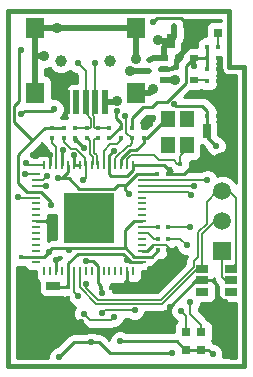
<source format=gtl>
G04 (created by PCBNEW-RS274X (2010-05-05 BZR 2356)-stable) date 2010年09月03日 星期五 23时32分26秒*
G01*
G70*
G90*
%MOIN*%
G04 Gerber Fmt 3.4, Leading zero omitted, Abs format*
%FSLAX34Y34*%
G04 APERTURE LIST*
%ADD10C,0.006000*%
%ADD11C,0.015000*%
%ADD12R,0.031400X0.031400*%
%ADD13R,0.009800X0.031500*%
%ADD14R,0.031500X0.009800*%
%ADD15R,0.171300X0.171300*%
%ADD16R,0.018100X0.018100*%
%ADD17R,0.025000X0.045000*%
%ADD18R,0.045000X0.025000*%
%ADD19R,0.030000X0.020000*%
%ADD20R,0.039400X0.027600*%
%ADD21R,0.019700X0.078700*%
%ADD22R,0.063000X0.070900*%
%ADD23C,0.039400*%
%ADD24R,0.045300X0.055100*%
%ADD25R,0.059100X0.059100*%
%ADD26C,0.059100*%
%ADD27C,0.022000*%
%ADD28C,0.035000*%
%ADD29C,0.010000*%
%ADD30C,0.020000*%
G04 APERTURE END LIST*
G54D10*
G54D11*
X47244Y-41220D02*
X47244Y-41220D01*
X46732Y-41221D02*
X47244Y-41221D01*
X46732Y-39370D02*
X46732Y-41220D01*
X39370Y-51181D02*
X39370Y-39370D01*
X47244Y-51181D02*
X39370Y-51181D01*
X47244Y-41220D02*
X47244Y-51181D01*
X39370Y-39370D02*
X46732Y-39370D01*
G54D12*
X46375Y-40080D03*
X45785Y-40080D03*
X45800Y-50645D03*
X45800Y-50055D03*
X45300Y-50645D03*
X45300Y-50055D03*
G54D13*
X43530Y-44490D03*
X43333Y-44490D03*
X43136Y-44490D03*
X42939Y-44490D03*
X42743Y-44490D03*
X42546Y-44490D03*
X42349Y-44490D03*
X42152Y-44490D03*
X41955Y-44490D03*
X41758Y-44490D03*
X41561Y-44490D03*
X41365Y-44490D03*
X41168Y-44490D03*
X40971Y-44490D03*
X40774Y-44490D03*
X40577Y-44490D03*
G54D14*
X40282Y-44785D03*
X40282Y-44982D03*
X40282Y-45179D03*
X40282Y-45376D03*
X40282Y-45573D03*
X40282Y-45770D03*
X40282Y-45966D03*
X40282Y-46163D03*
X40282Y-46360D03*
X40282Y-46557D03*
X40282Y-46754D03*
X40282Y-46951D03*
X40282Y-47147D03*
X40282Y-47344D03*
X40282Y-47541D03*
X40282Y-47738D03*
G54D13*
X40577Y-48033D03*
X40774Y-48033D03*
X40971Y-48033D03*
X41168Y-48033D03*
X41365Y-48033D03*
X41561Y-48033D03*
X41758Y-48033D03*
X41955Y-48033D03*
X42152Y-48033D03*
X42349Y-48033D03*
X42546Y-48033D03*
X42743Y-48033D03*
X42939Y-48033D03*
X43136Y-48033D03*
X43333Y-48033D03*
X43530Y-48033D03*
G54D14*
X43825Y-47738D03*
X43825Y-47541D03*
X43825Y-47344D03*
X43825Y-47147D03*
X43825Y-46951D03*
X43825Y-46754D03*
X43825Y-46557D03*
X43825Y-46360D03*
X43825Y-46163D03*
X43825Y-45966D03*
X43825Y-45770D03*
X43825Y-45573D03*
X43825Y-45376D03*
X43825Y-45179D03*
X43825Y-44982D03*
X43825Y-44785D03*
G54D15*
X42054Y-46262D03*
G54D16*
X41980Y-43600D03*
X41980Y-43250D03*
X42360Y-43600D03*
X42360Y-43250D03*
X45110Y-44440D03*
X45460Y-44440D03*
X43880Y-43600D03*
X43880Y-43250D03*
X42740Y-43250D03*
X42740Y-43600D03*
X41600Y-43250D03*
X41600Y-43600D03*
X44050Y-41350D03*
X44050Y-41000D03*
X44710Y-46950D03*
X44360Y-46950D03*
X44710Y-46570D03*
X44360Y-46570D03*
X46010Y-41300D03*
X46360Y-41300D03*
X46010Y-40920D03*
X46360Y-40920D03*
X44900Y-39840D03*
X45250Y-39840D03*
X42450Y-48580D03*
X42800Y-48580D03*
X44360Y-47330D03*
X44710Y-47330D03*
X39780Y-47560D03*
X39780Y-47910D03*
X41360Y-48570D03*
X41360Y-48920D03*
X44340Y-44790D03*
X44690Y-44790D03*
X43500Y-43250D03*
X43500Y-43600D03*
X41220Y-43250D03*
X41220Y-43600D03*
X46360Y-40540D03*
X46010Y-40540D03*
X46010Y-42850D03*
X46360Y-42850D03*
X46010Y-41680D03*
X46360Y-41680D03*
G54D17*
X44780Y-40340D03*
X45380Y-40340D03*
X45980Y-43350D03*
X46580Y-43350D03*
G54D18*
X40870Y-48530D03*
X40870Y-49130D03*
G54D19*
X44550Y-40915D03*
X44550Y-41665D03*
X45550Y-40915D03*
X44550Y-41290D03*
X45550Y-41665D03*
G54D20*
X45840Y-47960D03*
X45840Y-48335D03*
X45840Y-48708D03*
X46784Y-48710D03*
X46784Y-48332D03*
X46784Y-47960D03*
G54D21*
X41320Y-42393D03*
X41635Y-42393D03*
X41950Y-42393D03*
X42265Y-42393D03*
X42580Y-42393D03*
G54D22*
X40257Y-42078D03*
X43643Y-42078D03*
X40257Y-39933D03*
X43643Y-39933D03*
G54D23*
X41123Y-41015D03*
X42777Y-41015D03*
G54D16*
X40840Y-43600D03*
X40840Y-43250D03*
X43120Y-43600D03*
X43120Y-43250D03*
G54D24*
X44690Y-42970D03*
X44690Y-43836D03*
X45320Y-43836D03*
X45320Y-42970D03*
G54D25*
X46496Y-47366D03*
G54D26*
X46496Y-46366D03*
X46496Y-45366D03*
X46496Y-44366D03*
G54D27*
X43400Y-45440D03*
X43330Y-47650D03*
X41040Y-44930D03*
X39810Y-40640D03*
X45550Y-41190D03*
X42510Y-48760D03*
X41410Y-47320D03*
X41960Y-47680D03*
X40720Y-47400D03*
X43090Y-50360D03*
X46180Y-50780D03*
X40810Y-45810D03*
G54D28*
X44940Y-41670D03*
X44360Y-40310D03*
G54D27*
X41680Y-41100D03*
X42260Y-41090D03*
X46010Y-44990D03*
X45460Y-45480D03*
X45560Y-45190D03*
X39950Y-44430D03*
X39940Y-44780D03*
X40620Y-45180D03*
X41970Y-48440D03*
X41690Y-48860D03*
X41890Y-49440D03*
X42900Y-49550D03*
X43580Y-49320D03*
X42500Y-49430D03*
X40650Y-44870D03*
G54D28*
X43430Y-41360D03*
X43010Y-42340D03*
G54D27*
X44094Y-43110D03*
X45000Y-41024D03*
X45866Y-42126D03*
X44200Y-39720D03*
X40180Y-44150D03*
X41180Y-43980D03*
X44110Y-47960D03*
X44760Y-49210D03*
X42880Y-44010D03*
X41900Y-43930D03*
X40770Y-44160D03*
X41560Y-44170D03*
X42980Y-42690D03*
X40990Y-42120D03*
X46590Y-49070D03*
X43330Y-48430D03*
X40820Y-46830D03*
X40970Y-47670D03*
X40400Y-48880D03*
X39850Y-49300D03*
X41810Y-49730D03*
X41870Y-45000D03*
X43248Y-42854D03*
X45420Y-46570D03*
X45430Y-49070D03*
X45120Y-49340D03*
X45320Y-47170D03*
X39690Y-45570D03*
G54D28*
X40560Y-40860D03*
X43620Y-40940D03*
X44210Y-41950D03*
X41010Y-39930D03*
G54D27*
X39810Y-42790D03*
X44890Y-42470D03*
X44840Y-50760D03*
X41070Y-50880D03*
X42140Y-50400D03*
X40890Y-42630D03*
X46290Y-43850D03*
G54D29*
X46760Y-39900D02*
X46760Y-40760D01*
X43660Y-44785D02*
X43655Y-44785D01*
X43300Y-45140D02*
X43250Y-45140D01*
X43655Y-44785D02*
X43300Y-45140D01*
X41370Y-44930D02*
X41380Y-44930D01*
X42880Y-45290D02*
X43030Y-45140D01*
X41740Y-45290D02*
X42880Y-45290D01*
X41380Y-44930D02*
X41740Y-45290D01*
X43250Y-45140D02*
X43250Y-45290D01*
X43250Y-45290D02*
X43400Y-45440D01*
X43330Y-47650D02*
X43418Y-47738D01*
X43418Y-47738D02*
X43825Y-47738D01*
X41040Y-44930D02*
X41370Y-44930D01*
X43660Y-44785D02*
X43825Y-44785D01*
X43030Y-45140D02*
X43250Y-45140D01*
X41365Y-48033D02*
X41365Y-47765D01*
X41365Y-47765D02*
X41680Y-47450D01*
X41680Y-47450D02*
X43210Y-47450D01*
X43210Y-47450D02*
X43498Y-47738D01*
X43498Y-47738D02*
X43825Y-47738D01*
X41365Y-44490D02*
X41365Y-44715D01*
X41150Y-44930D02*
X41040Y-44930D01*
X41365Y-44715D02*
X41150Y-44930D01*
X43825Y-44785D02*
X44335Y-44785D01*
X44335Y-44785D02*
X44340Y-44790D01*
X41360Y-48570D02*
X40910Y-48570D01*
X40910Y-48570D02*
X40870Y-48530D01*
X41365Y-48033D02*
X41365Y-48565D01*
X41365Y-48565D02*
X41360Y-48570D01*
X45300Y-50645D02*
X45800Y-50645D01*
X45550Y-40915D02*
X45550Y-41190D01*
X39570Y-43070D02*
X40170Y-43670D01*
X39570Y-42530D02*
X39570Y-43070D01*
X39740Y-42360D02*
X39570Y-42530D01*
X39740Y-40710D02*
X39740Y-42360D01*
X39810Y-40640D02*
X39740Y-40710D01*
X42450Y-48580D02*
X42450Y-48700D01*
X42450Y-48700D02*
X42510Y-48760D01*
X40840Y-43250D02*
X40590Y-43250D01*
X40590Y-43250D02*
X40170Y-43670D01*
X39996Y-45376D02*
X40282Y-45376D01*
X40170Y-43670D02*
X39700Y-44140D01*
X39700Y-44140D02*
X39700Y-45080D01*
X39700Y-45080D02*
X39996Y-45376D01*
X42349Y-48033D02*
X42349Y-47849D01*
X41410Y-47320D02*
X41410Y-47270D01*
X42180Y-47680D02*
X41960Y-47680D01*
X42349Y-47849D02*
X42180Y-47680D01*
X41410Y-47270D02*
X41410Y-47260D01*
X41410Y-47260D02*
X41410Y-47270D01*
X43825Y-46360D02*
X43550Y-46360D01*
X43250Y-46660D02*
X43250Y-47270D01*
X43550Y-46360D02*
X43250Y-46660D01*
X40840Y-43250D02*
X41220Y-43250D01*
X40715Y-47395D02*
X40569Y-47541D01*
X40720Y-47400D02*
X40715Y-47395D01*
X40569Y-47541D02*
X40282Y-47541D01*
X40282Y-47541D02*
X40569Y-47541D01*
X43551Y-47541D02*
X43825Y-47541D01*
X40569Y-47541D02*
X40840Y-47270D01*
X40840Y-47270D02*
X41410Y-47270D01*
X41410Y-47270D02*
X43250Y-47270D01*
X43250Y-47270D02*
X43280Y-47270D01*
X43280Y-47270D02*
X43551Y-47541D01*
X45300Y-50645D02*
X45265Y-50645D01*
X44980Y-50360D02*
X43090Y-50360D01*
X45265Y-50645D02*
X44980Y-50360D01*
X42349Y-48033D02*
X42349Y-48429D01*
X42450Y-48530D02*
X42450Y-48580D01*
X42349Y-48429D02*
X42450Y-48530D01*
X45300Y-50645D02*
X46040Y-50645D01*
X46040Y-50645D02*
X46125Y-50730D01*
X46125Y-50730D02*
X46180Y-50780D01*
X40282Y-45376D02*
X40476Y-45376D01*
X40810Y-45710D02*
X40810Y-45810D01*
X40476Y-45376D02*
X40810Y-45710D01*
X40282Y-47541D02*
X39799Y-47541D01*
X39799Y-47541D02*
X39780Y-47560D01*
X45550Y-40915D02*
X45550Y-40930D01*
X43500Y-42930D02*
X43500Y-43250D01*
X43870Y-42560D02*
X43500Y-42930D01*
X44160Y-42560D02*
X43870Y-42560D01*
X44340Y-42380D02*
X44160Y-42560D01*
X44650Y-42380D02*
X44340Y-42380D01*
X45280Y-41750D02*
X44650Y-42380D01*
X45280Y-41200D02*
X45280Y-41750D01*
X45550Y-40930D02*
X45280Y-41200D01*
X46010Y-40920D02*
X45555Y-40920D01*
X45555Y-40920D02*
X45550Y-40915D01*
X46010Y-40540D02*
X46010Y-40920D01*
X46010Y-40920D02*
X46010Y-41300D01*
X43825Y-47541D02*
X44149Y-47541D01*
X44149Y-47541D02*
X44360Y-47330D01*
G54D30*
X44780Y-40340D02*
X44390Y-40340D01*
X44935Y-41665D02*
X44550Y-41665D01*
X44940Y-41670D02*
X44935Y-41665D01*
X44390Y-40340D02*
X44360Y-40310D01*
X44780Y-40340D02*
X44760Y-40340D01*
X44550Y-40550D02*
X44550Y-40915D01*
X44760Y-40340D02*
X44550Y-40550D01*
X44900Y-39840D02*
X44900Y-40220D01*
X44900Y-40220D02*
X44780Y-40340D01*
X44050Y-41000D02*
X44110Y-41000D01*
X44110Y-41000D02*
X44195Y-40915D01*
X44195Y-40915D02*
X44550Y-40915D01*
G54D10*
X41950Y-41370D02*
X41950Y-42393D01*
X41680Y-41100D02*
X41950Y-41370D01*
X41980Y-43250D02*
X41600Y-43250D01*
X41950Y-42393D02*
X41950Y-42770D01*
X42090Y-43250D02*
X41980Y-43250D01*
X42120Y-43220D02*
X42090Y-43250D01*
X42120Y-42940D02*
X42120Y-43220D01*
X41950Y-42770D02*
X42120Y-42940D01*
X42265Y-41095D02*
X42265Y-42393D01*
X42260Y-41090D02*
X42265Y-41095D01*
X42740Y-43250D02*
X42360Y-43250D01*
X42265Y-42393D02*
X42265Y-42635D01*
X42260Y-43250D02*
X42360Y-43250D01*
X42242Y-43232D02*
X42260Y-43250D01*
X42242Y-42882D02*
X42242Y-43232D01*
X42190Y-42830D02*
X42242Y-42882D01*
X42190Y-42710D02*
X42190Y-42830D01*
X42265Y-42635D02*
X42190Y-42710D01*
X46002Y-44982D02*
X46010Y-44990D01*
X45500Y-44982D02*
X43825Y-44982D01*
X45500Y-44982D02*
X46002Y-44982D01*
X45240Y-45376D02*
X45356Y-45376D01*
X45356Y-45376D02*
X45460Y-45480D01*
X43825Y-45376D02*
X45240Y-45376D01*
X43825Y-45179D02*
X45529Y-45179D01*
X45529Y-45179D02*
X45560Y-45190D01*
X41758Y-48550D02*
X41758Y-48568D01*
X41758Y-48568D02*
X42300Y-49110D01*
X44510Y-49110D02*
X44930Y-48690D01*
X42300Y-49110D02*
X44510Y-49110D01*
X45660Y-47960D02*
X45840Y-47960D01*
X44850Y-48770D02*
X44930Y-48690D01*
X44930Y-48690D02*
X45660Y-47960D01*
X41758Y-48258D02*
X41758Y-48550D01*
X41758Y-48258D02*
X41758Y-48033D01*
X41758Y-48568D02*
X41960Y-48770D01*
X46496Y-46366D02*
X46264Y-46366D01*
X45840Y-46790D02*
X45840Y-47960D01*
X46264Y-46366D02*
X45840Y-46790D01*
X40577Y-44490D02*
X40010Y-44490D01*
X40010Y-44490D02*
X39950Y-44430D01*
X40280Y-44490D02*
X40577Y-44490D01*
X40282Y-44785D02*
X39945Y-44785D01*
X39945Y-44785D02*
X39940Y-44780D01*
X40619Y-45179D02*
X40282Y-45179D01*
X40620Y-45180D02*
X40619Y-45179D01*
X41970Y-48440D02*
X41970Y-48594D01*
X45550Y-47890D02*
X45550Y-47700D01*
X44454Y-48986D02*
X45550Y-47890D01*
X42362Y-48986D02*
X44454Y-48986D01*
X41970Y-48594D02*
X42362Y-48986D01*
X46344Y-45366D02*
X45990Y-45720D01*
X45990Y-45720D02*
X45990Y-46440D01*
X45990Y-46440D02*
X45700Y-46730D01*
X45700Y-46730D02*
X45700Y-47550D01*
X45700Y-47550D02*
X45550Y-47700D01*
X46496Y-45366D02*
X46344Y-45366D01*
X41561Y-48731D02*
X41561Y-48033D01*
X41690Y-48860D02*
X41561Y-48731D01*
X46496Y-45366D02*
X46726Y-45366D01*
X46950Y-47794D02*
X46784Y-47960D01*
X46950Y-45590D02*
X46950Y-47794D01*
X46726Y-45366D02*
X46950Y-45590D01*
X41890Y-49440D02*
X42110Y-49660D01*
X42110Y-49660D02*
X42440Y-49660D01*
X42450Y-49670D02*
X42450Y-49660D01*
X42440Y-49660D02*
X42450Y-49670D01*
X42710Y-49650D02*
X42710Y-49660D01*
X42110Y-49660D02*
X42450Y-49660D01*
X42450Y-49660D02*
X42710Y-49660D01*
X42900Y-49550D02*
X42790Y-49660D01*
X42790Y-49660D02*
X42720Y-49660D01*
X42720Y-49660D02*
X42710Y-49650D01*
X42600Y-49330D02*
X42500Y-49430D01*
X43580Y-49320D02*
X43590Y-49330D01*
X43590Y-49330D02*
X42600Y-49330D01*
X40290Y-44990D02*
X40282Y-44982D01*
X40530Y-44990D02*
X40290Y-44990D01*
X40650Y-44870D02*
X40530Y-44990D01*
X42360Y-43600D02*
X42300Y-43600D01*
X42349Y-44469D02*
X42349Y-44490D01*
X42322Y-44442D02*
X42349Y-44469D01*
X42322Y-44170D02*
X42322Y-44442D01*
X42232Y-44080D02*
X42322Y-44170D01*
X42232Y-43668D02*
X42232Y-44080D01*
X42300Y-43600D02*
X42232Y-43668D01*
X41980Y-43600D02*
X42030Y-43600D01*
X42200Y-44442D02*
X42152Y-44490D01*
X42200Y-44220D02*
X42200Y-44442D01*
X42110Y-44130D02*
X42200Y-44220D01*
X42110Y-43680D02*
X42110Y-44130D01*
X42030Y-43600D02*
X42110Y-43680D01*
G54D30*
X43440Y-41350D02*
X44050Y-41350D01*
X43430Y-41360D02*
X43440Y-41350D01*
X42580Y-42393D02*
X42957Y-42393D01*
X42957Y-42393D02*
X43010Y-42340D01*
G54D10*
X46784Y-48332D02*
X46592Y-48332D01*
X46496Y-48236D02*
X46496Y-47366D01*
X46592Y-48332D02*
X46496Y-48236D01*
G54D29*
X43880Y-43250D02*
X43954Y-43250D01*
X43954Y-43250D02*
X44094Y-43110D01*
X46360Y-42126D02*
X45866Y-42126D01*
X46360Y-42126D02*
X46378Y-42126D01*
X46378Y-42126D02*
X46360Y-42126D01*
X44510Y-39600D02*
X44320Y-39600D01*
X44320Y-39600D02*
X44200Y-39720D01*
X40770Y-44160D02*
X40190Y-44160D01*
X40190Y-44160D02*
X40180Y-44150D01*
X41168Y-44490D02*
X41168Y-43992D01*
X41168Y-43992D02*
X41180Y-43980D01*
X45840Y-48335D02*
X45635Y-48335D01*
X44400Y-47670D02*
X44710Y-47670D01*
X44110Y-47960D02*
X44400Y-47670D01*
X45635Y-48335D02*
X44760Y-49210D01*
X42743Y-44490D02*
X42743Y-44147D01*
X42743Y-44147D02*
X42880Y-44010D01*
X43530Y-44490D02*
X43530Y-44670D01*
X42743Y-44803D02*
X42743Y-44490D01*
X42810Y-44870D02*
X42743Y-44803D01*
X43330Y-44870D02*
X42810Y-44870D01*
X43530Y-44670D02*
X43330Y-44870D01*
X41600Y-43600D02*
X41600Y-43630D01*
X41600Y-43630D02*
X41900Y-43930D01*
X41561Y-44490D02*
X41561Y-44171D01*
X40774Y-44164D02*
X40774Y-44490D01*
X40770Y-44160D02*
X40774Y-44164D01*
X41561Y-44171D02*
X41560Y-44170D01*
X41561Y-44490D02*
X41758Y-44490D01*
X44550Y-41290D02*
X44820Y-41290D01*
X44820Y-41290D02*
X45000Y-41110D01*
X45000Y-41110D02*
X45000Y-41024D01*
X45380Y-40570D02*
X45380Y-40340D01*
X45000Y-41024D02*
X45000Y-40950D01*
X45000Y-40950D02*
X45380Y-40570D01*
X43120Y-43080D02*
X42970Y-42930D01*
X43120Y-43080D02*
X43120Y-43250D01*
X42970Y-42700D02*
X42980Y-42690D01*
X42970Y-42930D02*
X42970Y-42700D01*
X43120Y-43250D02*
X43090Y-43250D01*
X43090Y-43250D02*
X42740Y-43600D01*
X41320Y-42393D02*
X41263Y-42393D01*
X41263Y-42393D02*
X40990Y-42120D01*
X45250Y-39840D02*
X45250Y-39730D01*
X45120Y-39600D02*
X44510Y-39600D01*
X45250Y-39730D02*
X45120Y-39600D01*
X45840Y-48335D02*
X46145Y-48335D01*
X46360Y-48840D02*
X46590Y-49070D01*
X46360Y-48550D02*
X46360Y-48840D01*
X46145Y-48335D02*
X46360Y-48550D01*
X43825Y-47344D02*
X43996Y-47344D01*
X44710Y-47210D02*
X44710Y-47330D01*
G54D10*
X44640Y-47140D02*
X44710Y-47210D01*
X44200Y-47140D02*
X44640Y-47140D01*
G54D29*
X43996Y-47344D02*
X44200Y-47140D01*
X44710Y-47330D02*
X44710Y-47670D01*
X44710Y-47670D02*
X44710Y-48010D01*
X44710Y-48010D02*
X44290Y-48430D01*
X44290Y-48430D02*
X43330Y-48430D01*
X43330Y-48430D02*
X43330Y-48460D01*
X43210Y-48580D02*
X42800Y-48580D01*
X43330Y-48460D02*
X43210Y-48580D01*
X43333Y-48427D02*
X43333Y-48033D01*
X43330Y-48430D02*
X43333Y-48427D01*
X40282Y-46360D02*
X40640Y-46360D01*
X40820Y-46540D02*
X40820Y-46830D01*
X40640Y-46360D02*
X40820Y-46540D01*
X39780Y-47910D02*
X39780Y-48260D01*
X39780Y-48260D02*
X40400Y-48880D01*
X40971Y-48033D02*
X40971Y-47671D01*
X40971Y-47671D02*
X40970Y-47670D01*
X40650Y-49130D02*
X40870Y-49130D01*
X40400Y-48880D02*
X40650Y-49130D01*
X40870Y-49130D02*
X41150Y-49130D01*
X41150Y-49130D02*
X41360Y-48920D01*
X40870Y-49130D02*
X40020Y-49130D01*
X40020Y-49130D02*
X39850Y-49300D01*
X41360Y-48920D02*
X41360Y-49440D01*
X41360Y-49440D02*
X41650Y-49730D01*
X41650Y-49730D02*
X41810Y-49730D01*
X43530Y-44490D02*
X44570Y-44490D01*
X44690Y-44610D02*
X44690Y-44790D01*
X44570Y-44490D02*
X44690Y-44610D01*
X45460Y-44440D02*
X46422Y-44440D01*
X46422Y-44440D02*
X46496Y-44366D01*
X44690Y-44790D02*
X45240Y-44790D01*
X45440Y-44460D02*
X45460Y-44440D01*
X45440Y-44590D02*
X45440Y-44460D01*
X45240Y-44790D02*
X45440Y-44590D01*
X46580Y-43350D02*
X46580Y-43360D01*
X46580Y-43360D02*
X46740Y-43520D01*
X46740Y-43520D02*
X46740Y-44122D01*
X46740Y-44122D02*
X46496Y-44366D01*
X46360Y-41680D02*
X46360Y-42126D01*
X46360Y-42126D02*
X46360Y-42850D01*
X46360Y-42850D02*
X46580Y-43070D01*
X46580Y-43070D02*
X46580Y-43350D01*
X46360Y-40920D02*
X46360Y-41300D01*
X46360Y-41300D02*
X46360Y-41680D01*
X45785Y-40080D02*
X45785Y-40185D01*
X45630Y-40340D02*
X45380Y-40340D01*
X45785Y-40185D02*
X45630Y-40340D01*
X45250Y-39840D02*
X45280Y-39840D01*
X45380Y-39940D02*
X45380Y-40340D01*
X45280Y-39840D02*
X45380Y-39940D01*
G54D10*
X41220Y-43600D02*
X41220Y-43710D01*
X41640Y-43960D02*
X41940Y-44260D01*
X41470Y-43960D02*
X41640Y-43960D01*
X41220Y-43710D02*
X41470Y-43960D01*
X41955Y-44490D02*
X41955Y-44915D01*
X41955Y-44915D02*
X41870Y-45000D01*
X41940Y-44475D02*
X41955Y-44490D01*
X41940Y-44260D02*
X41940Y-44475D01*
X43310Y-42933D02*
X43310Y-42916D01*
X43310Y-42916D02*
X43248Y-42854D01*
X43310Y-43410D02*
X43310Y-42933D01*
X43310Y-42933D02*
X43310Y-42930D01*
X43500Y-43600D02*
X43310Y-43410D01*
X42939Y-44490D02*
X42939Y-44251D01*
X42939Y-44251D02*
X43350Y-43840D01*
X43350Y-43840D02*
X43430Y-43840D01*
X43430Y-43840D02*
X43500Y-43770D01*
X43500Y-43770D02*
X43500Y-43600D01*
X42546Y-44490D02*
X42546Y-44014D01*
X43120Y-43670D02*
X43120Y-43600D01*
X42990Y-43800D02*
X43120Y-43670D01*
X42760Y-43800D02*
X42990Y-43800D01*
X42546Y-44014D02*
X42760Y-43800D01*
X46375Y-40080D02*
X46375Y-40525D01*
X46375Y-40525D02*
X46360Y-40540D01*
X43825Y-46557D02*
X44347Y-46557D01*
X44347Y-46557D02*
X44360Y-46570D01*
X43825Y-46754D02*
X44034Y-46754D01*
X44230Y-46950D02*
X44360Y-46950D01*
X44034Y-46754D02*
X44230Y-46950D01*
X44710Y-46570D02*
X45210Y-46570D01*
X45210Y-46570D02*
X45420Y-46570D01*
X45435Y-49445D02*
X45800Y-49810D01*
X45435Y-49075D02*
X45435Y-49445D01*
X45430Y-49070D02*
X45435Y-49075D01*
X45800Y-49810D02*
X45800Y-50055D01*
X45800Y-50055D02*
X45800Y-49810D01*
X44390Y-44310D02*
X44880Y-44310D01*
X45010Y-44440D02*
X45110Y-44440D01*
X44880Y-44310D02*
X45010Y-44440D01*
X43333Y-44277D02*
X43333Y-44490D01*
X43470Y-44140D02*
X43333Y-44277D01*
X44220Y-44140D02*
X43470Y-44140D01*
X44390Y-44310D02*
X44220Y-44140D01*
X45320Y-43836D02*
X45320Y-43980D01*
X45110Y-44190D02*
X45110Y-44440D01*
X45320Y-43980D02*
X45110Y-44190D01*
G54D29*
X43136Y-44274D02*
X43420Y-43990D01*
X43880Y-43600D02*
X43880Y-43750D01*
X43660Y-43970D02*
X43880Y-43750D01*
X43136Y-44274D02*
X43136Y-44490D01*
X43640Y-43990D02*
X43660Y-43970D01*
X43420Y-43990D02*
X43640Y-43990D01*
X44690Y-42970D02*
X44620Y-42970D01*
X44620Y-42970D02*
X43990Y-43600D01*
X43990Y-43600D02*
X43880Y-43600D01*
G54D10*
X40971Y-44490D02*
X40971Y-43881D01*
X40840Y-43750D02*
X40840Y-43600D01*
X40971Y-43881D02*
X40840Y-43750D01*
X45550Y-41665D02*
X45995Y-41665D01*
X45995Y-41665D02*
X46010Y-41680D01*
X44710Y-46950D02*
X45100Y-46950D01*
X45300Y-49520D02*
X45300Y-50055D01*
X45120Y-49340D02*
X45300Y-49520D01*
X45100Y-46950D02*
X45320Y-47170D01*
X39693Y-45573D02*
X39690Y-45570D01*
X39693Y-45573D02*
X40282Y-45573D01*
G54D30*
X40560Y-40860D02*
X40257Y-40860D01*
X40257Y-40860D02*
X40270Y-40860D01*
X40270Y-40860D02*
X40257Y-40860D01*
X43643Y-40917D02*
X43620Y-40940D01*
X43643Y-40917D02*
X43643Y-39933D01*
X44082Y-42078D02*
X43643Y-42078D01*
X44210Y-41950D02*
X44082Y-42078D01*
X41010Y-39933D02*
X40257Y-39933D01*
X41010Y-39930D02*
X41010Y-39933D01*
X43643Y-39933D02*
X40257Y-39933D01*
X40257Y-39933D02*
X40257Y-40620D01*
X40257Y-40620D02*
X40257Y-40860D01*
X40257Y-40860D02*
X40257Y-42078D01*
G54D29*
X39930Y-42680D02*
X39920Y-42680D01*
X39920Y-42680D02*
X39810Y-42790D01*
X46010Y-42680D02*
X46010Y-42850D01*
X45840Y-42510D02*
X46010Y-42680D01*
X44930Y-42510D02*
X45840Y-42510D01*
X44890Y-42470D02*
X44930Y-42510D01*
X43130Y-50760D02*
X42760Y-50760D01*
X44840Y-50760D02*
X43130Y-50760D01*
X42400Y-50400D02*
X42140Y-50400D01*
X42760Y-50760D02*
X42400Y-50400D01*
X41550Y-50400D02*
X42140Y-50400D01*
X41070Y-50880D02*
X41550Y-50400D01*
X40890Y-42630D02*
X40840Y-42680D01*
X40840Y-42680D02*
X39930Y-42680D01*
X46290Y-43850D02*
X45980Y-43540D01*
X45980Y-43540D02*
X45980Y-43350D01*
X46010Y-42850D02*
X46010Y-43320D01*
X46010Y-43320D02*
X45980Y-43350D01*
X46221Y-48265D02*
X46221Y-48265D01*
X46146Y-48345D02*
X46238Y-48345D01*
X46244Y-48425D02*
X46291Y-48425D01*
X46280Y-48505D02*
X46338Y-48505D01*
X46286Y-48585D02*
X46338Y-48585D01*
X46286Y-48665D02*
X46338Y-48665D01*
X46286Y-48745D02*
X46338Y-48745D01*
X46286Y-48825D02*
X46338Y-48825D01*
X46282Y-48905D02*
X46341Y-48905D01*
X46248Y-48985D02*
X46374Y-48985D01*
X46158Y-49065D02*
X46460Y-49065D01*
X45788Y-49145D02*
X46969Y-49145D01*
X45755Y-49225D02*
X46969Y-49225D01*
X45715Y-49305D02*
X46969Y-49305D01*
X45771Y-49385D02*
X46969Y-49385D01*
X45851Y-49465D02*
X46969Y-49465D01*
X45931Y-49545D02*
X46969Y-49545D01*
X46007Y-49625D02*
X46969Y-49625D01*
X46116Y-49705D02*
X46969Y-49705D01*
X46180Y-49785D02*
X46969Y-49785D01*
X46206Y-49865D02*
X46969Y-49865D01*
X46206Y-49945D02*
X46969Y-49945D01*
X46206Y-50025D02*
X46969Y-50025D01*
X46206Y-50105D02*
X46969Y-50105D01*
X46206Y-50185D02*
X46969Y-50185D01*
X46204Y-50265D02*
X46969Y-50265D01*
X46171Y-50345D02*
X46969Y-50345D01*
X46264Y-50425D02*
X46969Y-50425D01*
X46414Y-50505D02*
X46969Y-50505D01*
X46489Y-50585D02*
X46969Y-50585D01*
X46522Y-50665D02*
X46969Y-50665D01*
X46540Y-50745D02*
X46969Y-50745D01*
X46540Y-50825D02*
X46969Y-50825D01*
X46517Y-50905D02*
X46969Y-50905D01*
X39645Y-47899D02*
X39902Y-47899D01*
X39645Y-47979D02*
X39965Y-47979D01*
X39645Y-48059D02*
X40279Y-48059D01*
X39645Y-48139D02*
X40279Y-48139D01*
X39645Y-48219D02*
X40279Y-48219D01*
X39645Y-48299D02*
X40303Y-48299D01*
X39645Y-48379D02*
X40365Y-48379D01*
X39645Y-48459D02*
X40396Y-48459D01*
X39645Y-48539D02*
X40396Y-48539D01*
X39645Y-48619D02*
X40396Y-48619D01*
X39645Y-48699D02*
X40396Y-48699D01*
X39645Y-48779D02*
X40426Y-48779D01*
X39645Y-48859D02*
X40497Y-48859D01*
X39645Y-48939D02*
X41333Y-48939D01*
X39645Y-49019D02*
X41366Y-49019D01*
X39645Y-49099D02*
X41420Y-49099D01*
X39645Y-49179D02*
X41519Y-49179D01*
X39645Y-49259D02*
X41576Y-49259D01*
X44756Y-49259D02*
X44764Y-49259D01*
X39645Y-49339D02*
X41543Y-49339D01*
X44661Y-49339D02*
X44760Y-49339D01*
X39645Y-49419D02*
X41530Y-49419D01*
X43928Y-49419D02*
X44763Y-49419D01*
X39645Y-49499D02*
X41530Y-49499D01*
X43895Y-49499D02*
X44796Y-49499D01*
X39645Y-49579D02*
X41558Y-49579D01*
X43829Y-49579D02*
X44850Y-49579D01*
X39645Y-49659D02*
X41600Y-49659D01*
X43244Y-49659D02*
X43457Y-49659D01*
X43701Y-49659D02*
X44950Y-49659D01*
X39645Y-49739D02*
X41680Y-49739D01*
X43211Y-49739D02*
X44950Y-49739D01*
X39645Y-49819D02*
X41872Y-49819D01*
X43139Y-49819D02*
X44907Y-49819D01*
X39645Y-49899D02*
X41972Y-49899D01*
X42997Y-49899D02*
X44894Y-49899D01*
X39645Y-49979D02*
X44894Y-49979D01*
X39645Y-50059D02*
X42024Y-50059D01*
X42258Y-50059D02*
X42883Y-50059D01*
X43298Y-50059D02*
X44894Y-50059D01*
X39645Y-50139D02*
X41411Y-50139D01*
X42539Y-50139D02*
X42803Y-50139D01*
X39645Y-50219D02*
X41306Y-50219D01*
X42643Y-50219D02*
X42759Y-50219D01*
X39645Y-50299D02*
X41226Y-50299D01*
X42723Y-50299D02*
X42730Y-50299D01*
X39645Y-50379D02*
X41146Y-50379D01*
X39645Y-50459D02*
X41066Y-50459D01*
X39645Y-50539D02*
X40954Y-50539D01*
X39645Y-50619D02*
X40823Y-50619D01*
X39645Y-50699D02*
X40756Y-50699D01*
X39645Y-50779D02*
X40723Y-50779D01*
X39645Y-50859D02*
X40710Y-50859D01*
X44960Y-47232D02*
X44960Y-47232D01*
X44699Y-47312D02*
X44989Y-47312D01*
X44699Y-47392D02*
X45033Y-47392D01*
X44698Y-47472D02*
X45113Y-47472D01*
X44664Y-47552D02*
X45319Y-47552D01*
X44588Y-47632D02*
X45284Y-47632D01*
X44401Y-47712D02*
X45270Y-47712D01*
X44302Y-47792D02*
X45252Y-47792D01*
X44216Y-47872D02*
X45172Y-47872D01*
X44169Y-47952D02*
X45092Y-47952D01*
X44040Y-48032D02*
X45012Y-48032D01*
X43828Y-48112D02*
X44932Y-48112D01*
X43828Y-48192D02*
X44852Y-48192D01*
X43814Y-48272D02*
X44772Y-48272D01*
X43769Y-48352D02*
X44692Y-48352D01*
X43250Y-48432D02*
X43414Y-48432D01*
X43644Y-48432D02*
X44612Y-48432D01*
X42789Y-48512D02*
X44532Y-48512D01*
X42830Y-48592D02*
X44452Y-48592D01*
X42863Y-48672D02*
X44372Y-48672D01*
X41039Y-47570D02*
X41141Y-47570D01*
X40977Y-47650D02*
X41015Y-47650D01*
X40949Y-46141D02*
X40949Y-46141D01*
X40688Y-46221D02*
X40949Y-46221D01*
X40671Y-46301D02*
X40949Y-46301D01*
X40656Y-46381D02*
X40949Y-46381D01*
X40688Y-46461D02*
X40949Y-46461D01*
X40688Y-46541D02*
X40949Y-46541D01*
X40688Y-46621D02*
X40949Y-46621D01*
X40688Y-46701D02*
X40949Y-46701D01*
X40688Y-46781D02*
X40949Y-46781D01*
X40688Y-46861D02*
X40949Y-46861D01*
X40688Y-46941D02*
X40949Y-46941D01*
X46349Y-40879D02*
X46457Y-40879D01*
X46349Y-40959D02*
X46457Y-40959D01*
X46349Y-41039D02*
X46457Y-41039D01*
X46332Y-41119D02*
X46457Y-41119D01*
X46349Y-41199D02*
X46457Y-41199D01*
X46349Y-41279D02*
X46468Y-41279D01*
X46349Y-41359D02*
X46500Y-41359D01*
X46349Y-41439D02*
X46573Y-41439D01*
X46340Y-41519D02*
X46969Y-41519D01*
X46349Y-41599D02*
X46969Y-41599D01*
X46349Y-41679D02*
X46969Y-41679D01*
X46349Y-41759D02*
X46969Y-41759D01*
X46341Y-41839D02*
X46969Y-41839D01*
X46303Y-41919D02*
X46969Y-41919D01*
X45784Y-41999D02*
X45822Y-41999D01*
X46197Y-41999D02*
X46969Y-41999D01*
X45375Y-42079D02*
X46969Y-42079D01*
X45295Y-42159D02*
X46969Y-42159D01*
X45964Y-42239D02*
X46969Y-42239D01*
X46073Y-42319D02*
X46969Y-42319D01*
X46153Y-42399D02*
X46969Y-42399D01*
X46230Y-42479D02*
X46969Y-42479D01*
X46283Y-42559D02*
X46969Y-42559D01*
X46320Y-42639D02*
X46969Y-42639D01*
X46349Y-42719D02*
X46969Y-42719D01*
X46349Y-42799D02*
X46969Y-42799D01*
X46349Y-42879D02*
X46969Y-42879D01*
X46349Y-42959D02*
X46969Y-42959D01*
X46339Y-43039D02*
X46969Y-43039D01*
X46353Y-43119D02*
X46969Y-43119D01*
X46353Y-43199D02*
X46969Y-43199D01*
X46353Y-43279D02*
X46969Y-43279D01*
X46353Y-43359D02*
X46969Y-43359D01*
X46353Y-43439D02*
X46969Y-43439D01*
X46432Y-43519D02*
X46969Y-43519D01*
X46548Y-43599D02*
X46969Y-43599D01*
X46609Y-43679D02*
X46969Y-43679D01*
X46642Y-43759D02*
X46969Y-43759D01*
X45795Y-43839D02*
X45855Y-43839D01*
X46650Y-43839D02*
X46969Y-43839D01*
X45795Y-43919D02*
X45930Y-43919D01*
X46650Y-43919D02*
X46969Y-43919D01*
X45795Y-43999D02*
X45962Y-43999D01*
X46617Y-43999D02*
X46969Y-43999D01*
X45795Y-44079D02*
X46010Y-44079D01*
X46569Y-44079D02*
X46969Y-44079D01*
X45795Y-44159D02*
X46095Y-44159D01*
X46483Y-44159D02*
X46969Y-44159D01*
X45762Y-44239D02*
X46969Y-44239D01*
X45690Y-44319D02*
X46969Y-44319D01*
X45449Y-44399D02*
X46969Y-44399D01*
X45449Y-44479D02*
X46969Y-44479D01*
X45449Y-44559D02*
X46969Y-44559D01*
X45424Y-44639D02*
X45918Y-44639D01*
X46104Y-44639D02*
X46969Y-44639D01*
X46248Y-44719D02*
X46969Y-44719D01*
X46321Y-44799D02*
X46969Y-44799D01*
X46742Y-44879D02*
X46969Y-44879D01*
X46858Y-44959D02*
X46969Y-44959D01*
X46938Y-45039D02*
X46969Y-45039D01*
X44764Y-44589D02*
X44764Y-44589D01*
X44679Y-44669D02*
X44808Y-44669D01*
X40508Y-43755D02*
X40508Y-43755D01*
X40428Y-43835D02*
X40543Y-43835D01*
X40349Y-43915D02*
X40620Y-43915D01*
X40269Y-43995D02*
X40689Y-43995D01*
X40188Y-44075D02*
X40691Y-44075D01*
X40184Y-44155D02*
X40354Y-44155D01*
X41559Y-43589D02*
X41641Y-43589D01*
X41575Y-43669D02*
X41641Y-43669D01*
X44215Y-42849D02*
X44215Y-42849D01*
X43924Y-42929D02*
X44215Y-42929D01*
X43844Y-43009D02*
X44157Y-43009D01*
X43830Y-43089D02*
X44077Y-43089D01*
X43839Y-43169D02*
X43997Y-43169D01*
X43839Y-43249D02*
X43917Y-43249D01*
X40735Y-41246D02*
X40736Y-41246D01*
X40607Y-41326D02*
X40803Y-41326D01*
X40607Y-41406D02*
X40901Y-41406D01*
X41343Y-41406D02*
X41478Y-41406D01*
X40649Y-41486D02*
X41670Y-41486D01*
X40766Y-41566D02*
X41670Y-41566D01*
X40810Y-41646D02*
X41670Y-41646D01*
X40821Y-41726D02*
X41670Y-41726D01*
X40821Y-41806D02*
X41379Y-41806D01*
X40821Y-41886D02*
X41315Y-41886D01*
X40821Y-41966D02*
X41288Y-41966D01*
X40821Y-42046D02*
X41288Y-42046D01*
X40821Y-42126D02*
X41288Y-42126D01*
X40821Y-42206D02*
X41288Y-42206D01*
X41001Y-42286D02*
X41288Y-42286D01*
X41135Y-42366D02*
X41288Y-42366D01*
X41203Y-42446D02*
X41288Y-42446D01*
X41237Y-42526D02*
X41288Y-42526D01*
X41250Y-42606D02*
X41288Y-42606D01*
X41250Y-42686D02*
X41288Y-42686D01*
X41223Y-42766D02*
X41288Y-42766D01*
X41182Y-42846D02*
X41292Y-42846D01*
X45215Y-39645D02*
X46457Y-39645D01*
X45239Y-39725D02*
X46064Y-39725D01*
X45243Y-39805D02*
X45998Y-39805D01*
X45250Y-39885D02*
X45969Y-39885D01*
X45250Y-39965D02*
X45969Y-39965D01*
X45250Y-40045D02*
X45969Y-40045D01*
X45250Y-40125D02*
X45969Y-40125D01*
X45250Y-40205D02*
X45862Y-40205D01*
X45236Y-40285D02*
X45733Y-40285D01*
X45215Y-40365D02*
X45686Y-40365D01*
X45162Y-40445D02*
X45671Y-40445D01*
X45154Y-40525D02*
X45671Y-40525D01*
X45154Y-40605D02*
X45258Y-40605D01*
X45124Y-40685D02*
X45185Y-40685D01*
X45057Y-40765D02*
X45151Y-40765D01*
X44949Y-40845D02*
X45151Y-40845D01*
X44949Y-40925D02*
X45131Y-40925D01*
X44949Y-41005D02*
X45057Y-41005D01*
X44940Y-41085D02*
X45003Y-41085D01*
X44902Y-41165D02*
X44987Y-41165D01*
X44795Y-41245D02*
X44856Y-41245D01*
X46969Y-50906D02*
X46969Y-49097D01*
X46537Y-49097D01*
X46446Y-49059D01*
X46376Y-48989D01*
X46338Y-48897D01*
X46338Y-48522D01*
X46338Y-48520D01*
X46338Y-48519D01*
X46338Y-48474D01*
X46298Y-48434D01*
X46237Y-48343D01*
X46221Y-48265D01*
X46178Y-48309D01*
X46117Y-48333D01*
X46178Y-48359D01*
X46248Y-48429D01*
X46286Y-48521D01*
X46286Y-48896D01*
X46248Y-48987D01*
X46178Y-49057D01*
X46086Y-49095D01*
X45790Y-49095D01*
X45790Y-49142D01*
X45735Y-49274D01*
X45715Y-49293D01*
X45715Y-49329D01*
X45998Y-49612D01*
X46029Y-49658D01*
X46098Y-49687D01*
X46168Y-49757D01*
X46206Y-49849D01*
X46206Y-50262D01*
X46169Y-50350D01*
X46184Y-50388D01*
X46232Y-50420D01*
X46252Y-50420D01*
X46384Y-50475D01*
X46485Y-50577D01*
X46540Y-50709D01*
X46540Y-50852D01*
X46517Y-50905D01*
X46969Y-50906D01*
X46221Y-48265D02*
X46221Y-48265D01*
X46146Y-48345D02*
X46238Y-48345D01*
X46244Y-48425D02*
X46291Y-48425D01*
X46280Y-48505D02*
X46338Y-48505D01*
X46286Y-48585D02*
X46338Y-48585D01*
X46286Y-48665D02*
X46338Y-48665D01*
X46286Y-48745D02*
X46338Y-48745D01*
X46286Y-48825D02*
X46338Y-48825D01*
X46282Y-48905D02*
X46341Y-48905D01*
X46248Y-48985D02*
X46374Y-48985D01*
X46158Y-49065D02*
X46460Y-49065D01*
X45788Y-49145D02*
X46969Y-49145D01*
X45755Y-49225D02*
X46969Y-49225D01*
X45715Y-49305D02*
X46969Y-49305D01*
X45771Y-49385D02*
X46969Y-49385D01*
X45851Y-49465D02*
X46969Y-49465D01*
X45931Y-49545D02*
X46969Y-49545D01*
X46007Y-49625D02*
X46969Y-49625D01*
X46116Y-49705D02*
X46969Y-49705D01*
X46180Y-49785D02*
X46969Y-49785D01*
X46206Y-49865D02*
X46969Y-49865D01*
X46206Y-49945D02*
X46969Y-49945D01*
X46206Y-50025D02*
X46969Y-50025D01*
X46206Y-50105D02*
X46969Y-50105D01*
X46206Y-50185D02*
X46969Y-50185D01*
X46204Y-50265D02*
X46969Y-50265D01*
X46171Y-50345D02*
X46969Y-50345D01*
X46264Y-50425D02*
X46969Y-50425D01*
X46414Y-50505D02*
X46969Y-50505D01*
X46489Y-50585D02*
X46969Y-50585D01*
X46522Y-50665D02*
X46969Y-50665D01*
X46540Y-50745D02*
X46969Y-50745D01*
X46540Y-50825D02*
X46969Y-50825D01*
X46517Y-50905D02*
X46969Y-50905D01*
X39645Y-47899D02*
X39902Y-47899D01*
X39645Y-47979D02*
X39965Y-47979D01*
X39645Y-48059D02*
X40279Y-48059D01*
X39645Y-48139D02*
X40279Y-48139D01*
X39645Y-48219D02*
X40279Y-48219D01*
X39645Y-48299D02*
X40303Y-48299D01*
X39645Y-48379D02*
X40365Y-48379D01*
X39645Y-48459D02*
X40396Y-48459D01*
X39645Y-48539D02*
X40396Y-48539D01*
X39645Y-48619D02*
X40396Y-48619D01*
X39645Y-48699D02*
X40396Y-48699D01*
X39645Y-48779D02*
X40426Y-48779D01*
X39645Y-48859D02*
X40497Y-48859D01*
X39645Y-48939D02*
X41333Y-48939D01*
X39645Y-49019D02*
X41366Y-49019D01*
X39645Y-49099D02*
X41420Y-49099D01*
X39645Y-49179D02*
X41519Y-49179D01*
X39645Y-49259D02*
X41576Y-49259D01*
X44756Y-49259D02*
X44764Y-49259D01*
X39645Y-49339D02*
X41543Y-49339D01*
X44661Y-49339D02*
X44760Y-49339D01*
X39645Y-49419D02*
X41530Y-49419D01*
X43928Y-49419D02*
X44763Y-49419D01*
X39645Y-49499D02*
X41530Y-49499D01*
X43895Y-49499D02*
X44796Y-49499D01*
X39645Y-49579D02*
X41558Y-49579D01*
X43829Y-49579D02*
X44850Y-49579D01*
X39645Y-49659D02*
X41600Y-49659D01*
X43244Y-49659D02*
X43457Y-49659D01*
X43701Y-49659D02*
X44950Y-49659D01*
X39645Y-49739D02*
X41680Y-49739D01*
X43211Y-49739D02*
X44950Y-49739D01*
X39645Y-49819D02*
X41872Y-49819D01*
X43139Y-49819D02*
X44907Y-49819D01*
X39645Y-49899D02*
X41972Y-49899D01*
X42997Y-49899D02*
X44894Y-49899D01*
X39645Y-49979D02*
X44894Y-49979D01*
X39645Y-50059D02*
X42024Y-50059D01*
X42258Y-50059D02*
X42883Y-50059D01*
X43298Y-50059D02*
X44894Y-50059D01*
X39645Y-50139D02*
X41411Y-50139D01*
X42539Y-50139D02*
X42803Y-50139D01*
X39645Y-50219D02*
X41306Y-50219D01*
X42643Y-50219D02*
X42759Y-50219D01*
X39645Y-50299D02*
X41226Y-50299D01*
X42723Y-50299D02*
X42730Y-50299D01*
X39645Y-50379D02*
X41146Y-50379D01*
X39645Y-50459D02*
X41066Y-50459D01*
X39645Y-50539D02*
X40954Y-50539D01*
X39645Y-50619D02*
X40823Y-50619D01*
X39645Y-50699D02*
X40756Y-50699D01*
X39645Y-50779D02*
X40723Y-50779D01*
X39645Y-50859D02*
X40710Y-50859D01*
X44960Y-47232D02*
X44960Y-47232D01*
X44699Y-47312D02*
X44989Y-47312D01*
X44699Y-47392D02*
X45033Y-47392D01*
X44698Y-47472D02*
X45113Y-47472D01*
X44664Y-47552D02*
X45319Y-47552D01*
X44588Y-47632D02*
X45284Y-47632D01*
X44401Y-47712D02*
X45270Y-47712D01*
X44302Y-47792D02*
X45252Y-47792D01*
X44216Y-47872D02*
X45172Y-47872D01*
X44169Y-47952D02*
X45092Y-47952D01*
X44040Y-48032D02*
X45012Y-48032D01*
X43828Y-48112D02*
X44932Y-48112D01*
X43828Y-48192D02*
X44852Y-48192D01*
X43814Y-48272D02*
X44772Y-48272D01*
X43769Y-48352D02*
X44692Y-48352D01*
X43250Y-48432D02*
X43414Y-48432D01*
X43644Y-48432D02*
X44612Y-48432D01*
X42789Y-48512D02*
X44532Y-48512D01*
X42830Y-48592D02*
X44452Y-48592D01*
X42863Y-48672D02*
X44372Y-48672D01*
X41039Y-47570D02*
X41141Y-47570D01*
X40977Y-47650D02*
X41015Y-47650D01*
X40949Y-46141D02*
X40949Y-46141D01*
X40688Y-46221D02*
X40949Y-46221D01*
X40671Y-46301D02*
X40949Y-46301D01*
X40656Y-46381D02*
X40949Y-46381D01*
X40688Y-46461D02*
X40949Y-46461D01*
X40688Y-46541D02*
X40949Y-46541D01*
X40688Y-46621D02*
X40949Y-46621D01*
X40688Y-46701D02*
X40949Y-46701D01*
X40688Y-46781D02*
X40949Y-46781D01*
X40688Y-46861D02*
X40949Y-46861D01*
X40688Y-46941D02*
X40949Y-46941D01*
X46349Y-40879D02*
X46457Y-40879D01*
X46349Y-40959D02*
X46457Y-40959D01*
X46349Y-41039D02*
X46457Y-41039D01*
X46332Y-41119D02*
X46457Y-41119D01*
X46349Y-41199D02*
X46457Y-41199D01*
X46349Y-41279D02*
X46468Y-41279D01*
X46349Y-41359D02*
X46500Y-41359D01*
X46349Y-41439D02*
X46573Y-41439D01*
X46340Y-41519D02*
X46969Y-41519D01*
X46349Y-41599D02*
X46969Y-41599D01*
X46349Y-41679D02*
X46969Y-41679D01*
X46349Y-41759D02*
X46969Y-41759D01*
X46341Y-41839D02*
X46969Y-41839D01*
X46303Y-41919D02*
X46969Y-41919D01*
X45784Y-41999D02*
X45822Y-41999D01*
X46197Y-41999D02*
X46969Y-41999D01*
X45375Y-42079D02*
X46969Y-42079D01*
X45295Y-42159D02*
X46969Y-42159D01*
X45964Y-42239D02*
X46969Y-42239D01*
X46073Y-42319D02*
X46969Y-42319D01*
X46153Y-42399D02*
X46969Y-42399D01*
X46230Y-42479D02*
X46969Y-42479D01*
X46283Y-42559D02*
X46969Y-42559D01*
X46320Y-42639D02*
X46969Y-42639D01*
X46349Y-42719D02*
X46969Y-42719D01*
X46349Y-42799D02*
X46969Y-42799D01*
X46349Y-42879D02*
X46969Y-42879D01*
X46349Y-42959D02*
X46969Y-42959D01*
X46339Y-43039D02*
X46969Y-43039D01*
X46353Y-43119D02*
X46969Y-43119D01*
X46353Y-43199D02*
X46969Y-43199D01*
X46353Y-43279D02*
X46969Y-43279D01*
X46353Y-43359D02*
X46969Y-43359D01*
X46353Y-43439D02*
X46969Y-43439D01*
X46432Y-43519D02*
X46969Y-43519D01*
X46548Y-43599D02*
X46969Y-43599D01*
X46609Y-43679D02*
X46969Y-43679D01*
X46642Y-43759D02*
X46969Y-43759D01*
X45795Y-43839D02*
X45855Y-43839D01*
X46650Y-43839D02*
X46969Y-43839D01*
X45795Y-43919D02*
X45930Y-43919D01*
X46650Y-43919D02*
X46969Y-43919D01*
X45795Y-43999D02*
X45962Y-43999D01*
X46617Y-43999D02*
X46969Y-43999D01*
X45795Y-44079D02*
X46010Y-44079D01*
X46569Y-44079D02*
X46969Y-44079D01*
X45795Y-44159D02*
X46095Y-44159D01*
X46483Y-44159D02*
X46969Y-44159D01*
X45762Y-44239D02*
X46969Y-44239D01*
X45690Y-44319D02*
X46969Y-44319D01*
X45449Y-44399D02*
X46969Y-44399D01*
X45449Y-44479D02*
X46969Y-44479D01*
X45449Y-44559D02*
X46969Y-44559D01*
X45424Y-44639D02*
X45918Y-44639D01*
X46104Y-44639D02*
X46969Y-44639D01*
X46248Y-44719D02*
X46969Y-44719D01*
X46321Y-44799D02*
X46969Y-44799D01*
X46742Y-44879D02*
X46969Y-44879D01*
X46858Y-44959D02*
X46969Y-44959D01*
X46938Y-45039D02*
X46969Y-45039D01*
X44764Y-44589D02*
X44764Y-44589D01*
X44679Y-44669D02*
X44808Y-44669D01*
X40508Y-43755D02*
X40508Y-43755D01*
X40428Y-43835D02*
X40543Y-43835D01*
X40349Y-43915D02*
X40620Y-43915D01*
X40269Y-43995D02*
X40689Y-43995D01*
X40188Y-44075D02*
X40691Y-44075D01*
X40184Y-44155D02*
X40354Y-44155D01*
X41559Y-43589D02*
X41641Y-43589D01*
X41575Y-43669D02*
X41641Y-43669D01*
X44215Y-42849D02*
X44215Y-42849D01*
X43924Y-42929D02*
X44215Y-42929D01*
X43844Y-43009D02*
X44157Y-43009D01*
X43830Y-43089D02*
X44077Y-43089D01*
X43839Y-43169D02*
X43997Y-43169D01*
X43839Y-43249D02*
X43917Y-43249D01*
X40735Y-41246D02*
X40736Y-41246D01*
X40607Y-41326D02*
X40803Y-41326D01*
X40607Y-41406D02*
X40901Y-41406D01*
X41343Y-41406D02*
X41478Y-41406D01*
X40649Y-41486D02*
X41670Y-41486D01*
X40766Y-41566D02*
X41670Y-41566D01*
X40810Y-41646D02*
X41670Y-41646D01*
X40821Y-41726D02*
X41670Y-41726D01*
X40821Y-41806D02*
X41379Y-41806D01*
X40821Y-41886D02*
X41315Y-41886D01*
X40821Y-41966D02*
X41288Y-41966D01*
X40821Y-42046D02*
X41288Y-42046D01*
X40821Y-42126D02*
X41288Y-42126D01*
X40821Y-42206D02*
X41288Y-42206D01*
X41001Y-42286D02*
X41288Y-42286D01*
X41135Y-42366D02*
X41288Y-42366D01*
X41203Y-42446D02*
X41288Y-42446D01*
X41237Y-42526D02*
X41288Y-42526D01*
X41250Y-42606D02*
X41288Y-42606D01*
X41250Y-42686D02*
X41288Y-42686D01*
X41223Y-42766D02*
X41288Y-42766D01*
X41182Y-42846D02*
X41292Y-42846D01*
X45215Y-39645D02*
X46457Y-39645D01*
X45239Y-39725D02*
X46064Y-39725D01*
X45243Y-39805D02*
X45998Y-39805D01*
X45250Y-39885D02*
X45969Y-39885D01*
X45250Y-39965D02*
X45969Y-39965D01*
X45250Y-40045D02*
X45969Y-40045D01*
X45250Y-40125D02*
X45969Y-40125D01*
X45250Y-40205D02*
X45862Y-40205D01*
X45236Y-40285D02*
X45733Y-40285D01*
X45215Y-40365D02*
X45686Y-40365D01*
X45162Y-40445D02*
X45671Y-40445D01*
X45154Y-40525D02*
X45671Y-40525D01*
X45154Y-40605D02*
X45258Y-40605D01*
X45124Y-40685D02*
X45185Y-40685D01*
X45057Y-40765D02*
X45151Y-40765D01*
X44949Y-40845D02*
X45151Y-40845D01*
X44949Y-40925D02*
X45131Y-40925D01*
X44949Y-41005D02*
X45057Y-41005D01*
X44940Y-41085D02*
X45003Y-41085D01*
X44902Y-41165D02*
X44987Y-41165D01*
X44795Y-41245D02*
X44856Y-41245D01*
X40710Y-50906D02*
X40710Y-50808D01*
X40765Y-50676D01*
X40867Y-50575D01*
X40999Y-50520D01*
X41005Y-50520D01*
X41337Y-50188D01*
X41435Y-50123D01*
X41550Y-50100D01*
X41931Y-50100D01*
X41937Y-50095D01*
X42069Y-50040D01*
X42212Y-50040D01*
X42344Y-50095D01*
X42348Y-50100D01*
X42400Y-50100D01*
X42515Y-50123D01*
X42612Y-50188D01*
X42730Y-50306D01*
X42730Y-50288D01*
X42785Y-50156D01*
X42887Y-50055D01*
X43019Y-50000D01*
X43162Y-50000D01*
X43294Y-50055D01*
X43298Y-50060D01*
X44894Y-50060D01*
X44894Y-49848D01*
X44932Y-49757D01*
X45002Y-49687D01*
X45009Y-49683D01*
X44916Y-49645D01*
X44815Y-49543D01*
X44760Y-49411D01*
X44760Y-49268D01*
X44768Y-49247D01*
X44708Y-49308D01*
X44617Y-49369D01*
X44510Y-49390D01*
X43940Y-49390D01*
X43940Y-49392D01*
X43885Y-49524D01*
X43783Y-49625D01*
X43651Y-49680D01*
X43508Y-49680D01*
X43376Y-49625D01*
X43361Y-49609D01*
X43260Y-49610D01*
X43260Y-49622D01*
X43205Y-49754D01*
X43103Y-49855D01*
X42971Y-49910D01*
X42910Y-49910D01*
X42897Y-49919D01*
X42790Y-49940D01*
X42720Y-49940D01*
X42714Y-49939D01*
X42710Y-49940D01*
X42500Y-49940D01*
X42450Y-49950D01*
X42398Y-49940D01*
X42110Y-49940D01*
X42002Y-49919D01*
X41912Y-49858D01*
X41853Y-49800D01*
X41818Y-49800D01*
X41686Y-49745D01*
X41585Y-49643D01*
X41530Y-49511D01*
X41530Y-49368D01*
X41585Y-49236D01*
X41606Y-49215D01*
X41486Y-49165D01*
X41385Y-49063D01*
X41330Y-48931D01*
X41330Y-48909D01*
X41220Y-48909D01*
X41176Y-48890D01*
X41144Y-48904D01*
X40595Y-48904D01*
X40504Y-48866D01*
X40434Y-48796D01*
X40396Y-48704D01*
X40396Y-48404D01*
X40387Y-48401D01*
X40317Y-48331D01*
X40279Y-48239D01*
X40279Y-48036D01*
X40075Y-48036D01*
X39984Y-47998D01*
X39914Y-47928D01*
X39902Y-47899D01*
X39645Y-47899D01*
X39645Y-50906D01*
X40710Y-50906D01*
X46221Y-48265D02*
X46221Y-48265D01*
X46146Y-48345D02*
X46238Y-48345D01*
X46244Y-48425D02*
X46291Y-48425D01*
X46280Y-48505D02*
X46338Y-48505D01*
X46286Y-48585D02*
X46338Y-48585D01*
X46286Y-48665D02*
X46338Y-48665D01*
X46286Y-48745D02*
X46338Y-48745D01*
X46286Y-48825D02*
X46338Y-48825D01*
X46282Y-48905D02*
X46341Y-48905D01*
X46248Y-48985D02*
X46374Y-48985D01*
X46158Y-49065D02*
X46460Y-49065D01*
X45788Y-49145D02*
X46969Y-49145D01*
X45755Y-49225D02*
X46969Y-49225D01*
X45715Y-49305D02*
X46969Y-49305D01*
X45771Y-49385D02*
X46969Y-49385D01*
X45851Y-49465D02*
X46969Y-49465D01*
X45931Y-49545D02*
X46969Y-49545D01*
X46007Y-49625D02*
X46969Y-49625D01*
X46116Y-49705D02*
X46969Y-49705D01*
X46180Y-49785D02*
X46969Y-49785D01*
X46206Y-49865D02*
X46969Y-49865D01*
X46206Y-49945D02*
X46969Y-49945D01*
X46206Y-50025D02*
X46969Y-50025D01*
X46206Y-50105D02*
X46969Y-50105D01*
X46206Y-50185D02*
X46969Y-50185D01*
X46204Y-50265D02*
X46969Y-50265D01*
X46171Y-50345D02*
X46969Y-50345D01*
X46264Y-50425D02*
X46969Y-50425D01*
X46414Y-50505D02*
X46969Y-50505D01*
X46489Y-50585D02*
X46969Y-50585D01*
X46522Y-50665D02*
X46969Y-50665D01*
X46540Y-50745D02*
X46969Y-50745D01*
X46540Y-50825D02*
X46969Y-50825D01*
X46517Y-50905D02*
X46969Y-50905D01*
X39645Y-47899D02*
X39902Y-47899D01*
X39645Y-47979D02*
X39965Y-47979D01*
X39645Y-48059D02*
X40279Y-48059D01*
X39645Y-48139D02*
X40279Y-48139D01*
X39645Y-48219D02*
X40279Y-48219D01*
X39645Y-48299D02*
X40303Y-48299D01*
X39645Y-48379D02*
X40365Y-48379D01*
X39645Y-48459D02*
X40396Y-48459D01*
X39645Y-48539D02*
X40396Y-48539D01*
X39645Y-48619D02*
X40396Y-48619D01*
X39645Y-48699D02*
X40396Y-48699D01*
X39645Y-48779D02*
X40426Y-48779D01*
X39645Y-48859D02*
X40497Y-48859D01*
X39645Y-48939D02*
X41333Y-48939D01*
X39645Y-49019D02*
X41366Y-49019D01*
X39645Y-49099D02*
X41420Y-49099D01*
X39645Y-49179D02*
X41519Y-49179D01*
X39645Y-49259D02*
X41576Y-49259D01*
X44756Y-49259D02*
X44764Y-49259D01*
X39645Y-49339D02*
X41543Y-49339D01*
X44661Y-49339D02*
X44760Y-49339D01*
X39645Y-49419D02*
X41530Y-49419D01*
X43928Y-49419D02*
X44763Y-49419D01*
X39645Y-49499D02*
X41530Y-49499D01*
X43895Y-49499D02*
X44796Y-49499D01*
X39645Y-49579D02*
X41558Y-49579D01*
X43829Y-49579D02*
X44850Y-49579D01*
X39645Y-49659D02*
X41600Y-49659D01*
X43244Y-49659D02*
X43457Y-49659D01*
X43701Y-49659D02*
X44950Y-49659D01*
X39645Y-49739D02*
X41680Y-49739D01*
X43211Y-49739D02*
X44950Y-49739D01*
X39645Y-49819D02*
X41872Y-49819D01*
X43139Y-49819D02*
X44907Y-49819D01*
X39645Y-49899D02*
X41972Y-49899D01*
X42997Y-49899D02*
X44894Y-49899D01*
X39645Y-49979D02*
X44894Y-49979D01*
X39645Y-50059D02*
X42024Y-50059D01*
X42258Y-50059D02*
X42883Y-50059D01*
X43298Y-50059D02*
X44894Y-50059D01*
X39645Y-50139D02*
X41411Y-50139D01*
X42539Y-50139D02*
X42803Y-50139D01*
X39645Y-50219D02*
X41306Y-50219D01*
X42643Y-50219D02*
X42759Y-50219D01*
X39645Y-50299D02*
X41226Y-50299D01*
X42723Y-50299D02*
X42730Y-50299D01*
X39645Y-50379D02*
X41146Y-50379D01*
X39645Y-50459D02*
X41066Y-50459D01*
X39645Y-50539D02*
X40954Y-50539D01*
X39645Y-50619D02*
X40823Y-50619D01*
X39645Y-50699D02*
X40756Y-50699D01*
X39645Y-50779D02*
X40723Y-50779D01*
X39645Y-50859D02*
X40710Y-50859D01*
X44960Y-47232D02*
X44960Y-47232D01*
X44699Y-47312D02*
X44989Y-47312D01*
X44699Y-47392D02*
X45033Y-47392D01*
X44698Y-47472D02*
X45113Y-47472D01*
X44664Y-47552D02*
X45319Y-47552D01*
X44588Y-47632D02*
X45284Y-47632D01*
X44401Y-47712D02*
X45270Y-47712D01*
X44302Y-47792D02*
X45252Y-47792D01*
X44216Y-47872D02*
X45172Y-47872D01*
X44169Y-47952D02*
X45092Y-47952D01*
X44040Y-48032D02*
X45012Y-48032D01*
X43828Y-48112D02*
X44932Y-48112D01*
X43828Y-48192D02*
X44852Y-48192D01*
X43814Y-48272D02*
X44772Y-48272D01*
X43769Y-48352D02*
X44692Y-48352D01*
X43250Y-48432D02*
X43414Y-48432D01*
X43644Y-48432D02*
X44612Y-48432D01*
X42789Y-48512D02*
X44532Y-48512D01*
X42830Y-48592D02*
X44452Y-48592D01*
X42863Y-48672D02*
X44372Y-48672D01*
X41039Y-47570D02*
X41141Y-47570D01*
X40977Y-47650D02*
X41015Y-47650D01*
X40949Y-46141D02*
X40949Y-46141D01*
X40688Y-46221D02*
X40949Y-46221D01*
X40671Y-46301D02*
X40949Y-46301D01*
X40656Y-46381D02*
X40949Y-46381D01*
X40688Y-46461D02*
X40949Y-46461D01*
X40688Y-46541D02*
X40949Y-46541D01*
X40688Y-46621D02*
X40949Y-46621D01*
X40688Y-46701D02*
X40949Y-46701D01*
X40688Y-46781D02*
X40949Y-46781D01*
X40688Y-46861D02*
X40949Y-46861D01*
X40688Y-46941D02*
X40949Y-46941D01*
X46349Y-40879D02*
X46457Y-40879D01*
X46349Y-40959D02*
X46457Y-40959D01*
X46349Y-41039D02*
X46457Y-41039D01*
X46332Y-41119D02*
X46457Y-41119D01*
X46349Y-41199D02*
X46457Y-41199D01*
X46349Y-41279D02*
X46468Y-41279D01*
X46349Y-41359D02*
X46500Y-41359D01*
X46349Y-41439D02*
X46573Y-41439D01*
X46340Y-41519D02*
X46969Y-41519D01*
X46349Y-41599D02*
X46969Y-41599D01*
X46349Y-41679D02*
X46969Y-41679D01*
X46349Y-41759D02*
X46969Y-41759D01*
X46341Y-41839D02*
X46969Y-41839D01*
X46303Y-41919D02*
X46969Y-41919D01*
X45784Y-41999D02*
X45822Y-41999D01*
X46197Y-41999D02*
X46969Y-41999D01*
X45375Y-42079D02*
X46969Y-42079D01*
X45295Y-42159D02*
X46969Y-42159D01*
X45964Y-42239D02*
X46969Y-42239D01*
X46073Y-42319D02*
X46969Y-42319D01*
X46153Y-42399D02*
X46969Y-42399D01*
X46230Y-42479D02*
X46969Y-42479D01*
X46283Y-42559D02*
X46969Y-42559D01*
X46320Y-42639D02*
X46969Y-42639D01*
X46349Y-42719D02*
X46969Y-42719D01*
X46349Y-42799D02*
X46969Y-42799D01*
X46349Y-42879D02*
X46969Y-42879D01*
X46349Y-42959D02*
X46969Y-42959D01*
X46339Y-43039D02*
X46969Y-43039D01*
X46353Y-43119D02*
X46969Y-43119D01*
X46353Y-43199D02*
X46969Y-43199D01*
X46353Y-43279D02*
X46969Y-43279D01*
X46353Y-43359D02*
X46969Y-43359D01*
X46353Y-43439D02*
X46969Y-43439D01*
X46432Y-43519D02*
X46969Y-43519D01*
X46548Y-43599D02*
X46969Y-43599D01*
X46609Y-43679D02*
X46969Y-43679D01*
X46642Y-43759D02*
X46969Y-43759D01*
X45795Y-43839D02*
X45855Y-43839D01*
X46650Y-43839D02*
X46969Y-43839D01*
X45795Y-43919D02*
X45930Y-43919D01*
X46650Y-43919D02*
X46969Y-43919D01*
X45795Y-43999D02*
X45962Y-43999D01*
X46617Y-43999D02*
X46969Y-43999D01*
X45795Y-44079D02*
X46010Y-44079D01*
X46569Y-44079D02*
X46969Y-44079D01*
X45795Y-44159D02*
X46095Y-44159D01*
X46483Y-44159D02*
X46969Y-44159D01*
X45762Y-44239D02*
X46969Y-44239D01*
X45690Y-44319D02*
X46969Y-44319D01*
X45449Y-44399D02*
X46969Y-44399D01*
X45449Y-44479D02*
X46969Y-44479D01*
X45449Y-44559D02*
X46969Y-44559D01*
X45424Y-44639D02*
X45918Y-44639D01*
X46104Y-44639D02*
X46969Y-44639D01*
X46248Y-44719D02*
X46969Y-44719D01*
X46321Y-44799D02*
X46969Y-44799D01*
X46742Y-44879D02*
X46969Y-44879D01*
X46858Y-44959D02*
X46969Y-44959D01*
X46938Y-45039D02*
X46969Y-45039D01*
X44764Y-44589D02*
X44764Y-44589D01*
X44679Y-44669D02*
X44808Y-44669D01*
X40508Y-43755D02*
X40508Y-43755D01*
X40428Y-43835D02*
X40543Y-43835D01*
X40349Y-43915D02*
X40620Y-43915D01*
X40269Y-43995D02*
X40689Y-43995D01*
X40188Y-44075D02*
X40691Y-44075D01*
X40184Y-44155D02*
X40354Y-44155D01*
X41559Y-43589D02*
X41641Y-43589D01*
X41575Y-43669D02*
X41641Y-43669D01*
X44215Y-42849D02*
X44215Y-42849D01*
X43924Y-42929D02*
X44215Y-42929D01*
X43844Y-43009D02*
X44157Y-43009D01*
X43830Y-43089D02*
X44077Y-43089D01*
X43839Y-43169D02*
X43997Y-43169D01*
X43839Y-43249D02*
X43917Y-43249D01*
X40735Y-41246D02*
X40736Y-41246D01*
X40607Y-41326D02*
X40803Y-41326D01*
X40607Y-41406D02*
X40901Y-41406D01*
X41343Y-41406D02*
X41478Y-41406D01*
X40649Y-41486D02*
X41670Y-41486D01*
X40766Y-41566D02*
X41670Y-41566D01*
X40810Y-41646D02*
X41670Y-41646D01*
X40821Y-41726D02*
X41670Y-41726D01*
X40821Y-41806D02*
X41379Y-41806D01*
X40821Y-41886D02*
X41315Y-41886D01*
X40821Y-41966D02*
X41288Y-41966D01*
X40821Y-42046D02*
X41288Y-42046D01*
X40821Y-42126D02*
X41288Y-42126D01*
X40821Y-42206D02*
X41288Y-42206D01*
X41001Y-42286D02*
X41288Y-42286D01*
X41135Y-42366D02*
X41288Y-42366D01*
X41203Y-42446D02*
X41288Y-42446D01*
X41237Y-42526D02*
X41288Y-42526D01*
X41250Y-42606D02*
X41288Y-42606D01*
X41250Y-42686D02*
X41288Y-42686D01*
X41223Y-42766D02*
X41288Y-42766D01*
X41182Y-42846D02*
X41292Y-42846D01*
X45215Y-39645D02*
X46457Y-39645D01*
X45239Y-39725D02*
X46064Y-39725D01*
X45243Y-39805D02*
X45998Y-39805D01*
X45250Y-39885D02*
X45969Y-39885D01*
X45250Y-39965D02*
X45969Y-39965D01*
X45250Y-40045D02*
X45969Y-40045D01*
X45250Y-40125D02*
X45969Y-40125D01*
X45250Y-40205D02*
X45862Y-40205D01*
X45236Y-40285D02*
X45733Y-40285D01*
X45215Y-40365D02*
X45686Y-40365D01*
X45162Y-40445D02*
X45671Y-40445D01*
X45154Y-40525D02*
X45671Y-40525D01*
X45154Y-40605D02*
X45258Y-40605D01*
X45124Y-40685D02*
X45185Y-40685D01*
X45057Y-40765D02*
X45151Y-40765D01*
X44949Y-40845D02*
X45151Y-40845D01*
X44949Y-40925D02*
X45131Y-40925D01*
X44949Y-41005D02*
X45057Y-41005D01*
X44940Y-41085D02*
X45003Y-41085D01*
X44902Y-41165D02*
X44987Y-41165D01*
X44795Y-41245D02*
X44856Y-41245D01*
X44338Y-48706D02*
X45270Y-47774D01*
X45270Y-47700D01*
X45291Y-47593D01*
X45333Y-47530D01*
X45248Y-47530D01*
X45116Y-47475D01*
X45015Y-47373D01*
X44960Y-47241D01*
X44960Y-47232D01*
X44941Y-47251D01*
X44849Y-47289D01*
X44699Y-47289D01*
X44699Y-47470D01*
X44661Y-47561D01*
X44591Y-47631D01*
X44499Y-47669D01*
X44445Y-47668D01*
X44361Y-47753D01*
X44264Y-47818D01*
X44231Y-47824D01*
X44231Y-47837D01*
X44193Y-47928D01*
X44123Y-47998D01*
X44031Y-48036D01*
X43835Y-48036D01*
X43828Y-48037D01*
X43828Y-48240D01*
X43790Y-48331D01*
X43720Y-48401D01*
X43628Y-48439D01*
X43431Y-48439D01*
X43340Y-48401D01*
X43332Y-48393D01*
X43326Y-48401D01*
X43234Y-48439D01*
X43037Y-48439D01*
X42841Y-48439D01*
X42840Y-48439D01*
X42788Y-48439D01*
X42789Y-48441D01*
X42789Y-48530D01*
X42815Y-48557D01*
X42870Y-48689D01*
X42870Y-48706D01*
X44338Y-48706D01*
X46221Y-48265D02*
X46221Y-48265D01*
X46146Y-48345D02*
X46238Y-48345D01*
X46244Y-48425D02*
X46291Y-48425D01*
X46280Y-48505D02*
X46338Y-48505D01*
X46286Y-48585D02*
X46338Y-48585D01*
X46286Y-48665D02*
X46338Y-48665D01*
X46286Y-48745D02*
X46338Y-48745D01*
X46286Y-48825D02*
X46338Y-48825D01*
X46282Y-48905D02*
X46341Y-48905D01*
X46248Y-48985D02*
X46374Y-48985D01*
X46158Y-49065D02*
X46460Y-49065D01*
X45788Y-49145D02*
X46969Y-49145D01*
X45755Y-49225D02*
X46969Y-49225D01*
X45715Y-49305D02*
X46969Y-49305D01*
X45771Y-49385D02*
X46969Y-49385D01*
X45851Y-49465D02*
X46969Y-49465D01*
X45931Y-49545D02*
X46969Y-49545D01*
X46007Y-49625D02*
X46969Y-49625D01*
X46116Y-49705D02*
X46969Y-49705D01*
X46180Y-49785D02*
X46969Y-49785D01*
X46206Y-49865D02*
X46969Y-49865D01*
X46206Y-49945D02*
X46969Y-49945D01*
X46206Y-50025D02*
X46969Y-50025D01*
X46206Y-50105D02*
X46969Y-50105D01*
X46206Y-50185D02*
X46969Y-50185D01*
X46204Y-50265D02*
X46969Y-50265D01*
X46171Y-50345D02*
X46969Y-50345D01*
X46264Y-50425D02*
X46969Y-50425D01*
X46414Y-50505D02*
X46969Y-50505D01*
X46489Y-50585D02*
X46969Y-50585D01*
X46522Y-50665D02*
X46969Y-50665D01*
X46540Y-50745D02*
X46969Y-50745D01*
X46540Y-50825D02*
X46969Y-50825D01*
X46517Y-50905D02*
X46969Y-50905D01*
X39645Y-47899D02*
X39902Y-47899D01*
X39645Y-47979D02*
X39965Y-47979D01*
X39645Y-48059D02*
X40279Y-48059D01*
X39645Y-48139D02*
X40279Y-48139D01*
X39645Y-48219D02*
X40279Y-48219D01*
X39645Y-48299D02*
X40303Y-48299D01*
X39645Y-48379D02*
X40365Y-48379D01*
X39645Y-48459D02*
X40396Y-48459D01*
X39645Y-48539D02*
X40396Y-48539D01*
X39645Y-48619D02*
X40396Y-48619D01*
X39645Y-48699D02*
X40396Y-48699D01*
X39645Y-48779D02*
X40426Y-48779D01*
X39645Y-48859D02*
X40497Y-48859D01*
X39645Y-48939D02*
X41333Y-48939D01*
X39645Y-49019D02*
X41366Y-49019D01*
X39645Y-49099D02*
X41420Y-49099D01*
X39645Y-49179D02*
X41519Y-49179D01*
X39645Y-49259D02*
X41576Y-49259D01*
X44756Y-49259D02*
X44764Y-49259D01*
X39645Y-49339D02*
X41543Y-49339D01*
X44661Y-49339D02*
X44760Y-49339D01*
X39645Y-49419D02*
X41530Y-49419D01*
X43928Y-49419D02*
X44763Y-49419D01*
X39645Y-49499D02*
X41530Y-49499D01*
X43895Y-49499D02*
X44796Y-49499D01*
X39645Y-49579D02*
X41558Y-49579D01*
X43829Y-49579D02*
X44850Y-49579D01*
X39645Y-49659D02*
X41600Y-49659D01*
X43244Y-49659D02*
X43457Y-49659D01*
X43701Y-49659D02*
X44950Y-49659D01*
X39645Y-49739D02*
X41680Y-49739D01*
X43211Y-49739D02*
X44950Y-49739D01*
X39645Y-49819D02*
X41872Y-49819D01*
X43139Y-49819D02*
X44907Y-49819D01*
X39645Y-49899D02*
X41972Y-49899D01*
X42997Y-49899D02*
X44894Y-49899D01*
X39645Y-49979D02*
X44894Y-49979D01*
X39645Y-50059D02*
X42024Y-50059D01*
X42258Y-50059D02*
X42883Y-50059D01*
X43298Y-50059D02*
X44894Y-50059D01*
X39645Y-50139D02*
X41411Y-50139D01*
X42539Y-50139D02*
X42803Y-50139D01*
X39645Y-50219D02*
X41306Y-50219D01*
X42643Y-50219D02*
X42759Y-50219D01*
X39645Y-50299D02*
X41226Y-50299D01*
X42723Y-50299D02*
X42730Y-50299D01*
X39645Y-50379D02*
X41146Y-50379D01*
X39645Y-50459D02*
X41066Y-50459D01*
X39645Y-50539D02*
X40954Y-50539D01*
X39645Y-50619D02*
X40823Y-50619D01*
X39645Y-50699D02*
X40756Y-50699D01*
X39645Y-50779D02*
X40723Y-50779D01*
X39645Y-50859D02*
X40710Y-50859D01*
X44960Y-47232D02*
X44960Y-47232D01*
X44699Y-47312D02*
X44989Y-47312D01*
X44699Y-47392D02*
X45033Y-47392D01*
X44698Y-47472D02*
X45113Y-47472D01*
X44664Y-47552D02*
X45319Y-47552D01*
X44588Y-47632D02*
X45284Y-47632D01*
X44401Y-47712D02*
X45270Y-47712D01*
X44302Y-47792D02*
X45252Y-47792D01*
X44216Y-47872D02*
X45172Y-47872D01*
X44169Y-47952D02*
X45092Y-47952D01*
X44040Y-48032D02*
X45012Y-48032D01*
X43828Y-48112D02*
X44932Y-48112D01*
X43828Y-48192D02*
X44852Y-48192D01*
X43814Y-48272D02*
X44772Y-48272D01*
X43769Y-48352D02*
X44692Y-48352D01*
X43250Y-48432D02*
X43414Y-48432D01*
X43644Y-48432D02*
X44612Y-48432D01*
X42789Y-48512D02*
X44532Y-48512D01*
X42830Y-48592D02*
X44452Y-48592D01*
X42863Y-48672D02*
X44372Y-48672D01*
X41039Y-47570D02*
X41141Y-47570D01*
X40977Y-47650D02*
X41015Y-47650D01*
X40949Y-46141D02*
X40949Y-46141D01*
X40688Y-46221D02*
X40949Y-46221D01*
X40671Y-46301D02*
X40949Y-46301D01*
X40656Y-46381D02*
X40949Y-46381D01*
X40688Y-46461D02*
X40949Y-46461D01*
X40688Y-46541D02*
X40949Y-46541D01*
X40688Y-46621D02*
X40949Y-46621D01*
X40688Y-46701D02*
X40949Y-46701D01*
X40688Y-46781D02*
X40949Y-46781D01*
X40688Y-46861D02*
X40949Y-46861D01*
X40688Y-46941D02*
X40949Y-46941D01*
X46349Y-40879D02*
X46457Y-40879D01*
X46349Y-40959D02*
X46457Y-40959D01*
X46349Y-41039D02*
X46457Y-41039D01*
X46332Y-41119D02*
X46457Y-41119D01*
X46349Y-41199D02*
X46457Y-41199D01*
X46349Y-41279D02*
X46468Y-41279D01*
X46349Y-41359D02*
X46500Y-41359D01*
X46349Y-41439D02*
X46573Y-41439D01*
X46340Y-41519D02*
X46969Y-41519D01*
X46349Y-41599D02*
X46969Y-41599D01*
X46349Y-41679D02*
X46969Y-41679D01*
X46349Y-41759D02*
X46969Y-41759D01*
X46341Y-41839D02*
X46969Y-41839D01*
X46303Y-41919D02*
X46969Y-41919D01*
X45784Y-41999D02*
X45822Y-41999D01*
X46197Y-41999D02*
X46969Y-41999D01*
X45375Y-42079D02*
X46969Y-42079D01*
X45295Y-42159D02*
X46969Y-42159D01*
X45964Y-42239D02*
X46969Y-42239D01*
X46073Y-42319D02*
X46969Y-42319D01*
X46153Y-42399D02*
X46969Y-42399D01*
X46230Y-42479D02*
X46969Y-42479D01*
X46283Y-42559D02*
X46969Y-42559D01*
X46320Y-42639D02*
X46969Y-42639D01*
X46349Y-42719D02*
X46969Y-42719D01*
X46349Y-42799D02*
X46969Y-42799D01*
X46349Y-42879D02*
X46969Y-42879D01*
X46349Y-42959D02*
X46969Y-42959D01*
X46339Y-43039D02*
X46969Y-43039D01*
X46353Y-43119D02*
X46969Y-43119D01*
X46353Y-43199D02*
X46969Y-43199D01*
X46353Y-43279D02*
X46969Y-43279D01*
X46353Y-43359D02*
X46969Y-43359D01*
X46353Y-43439D02*
X46969Y-43439D01*
X46432Y-43519D02*
X46969Y-43519D01*
X46548Y-43599D02*
X46969Y-43599D01*
X46609Y-43679D02*
X46969Y-43679D01*
X46642Y-43759D02*
X46969Y-43759D01*
X45795Y-43839D02*
X45855Y-43839D01*
X46650Y-43839D02*
X46969Y-43839D01*
X45795Y-43919D02*
X45930Y-43919D01*
X46650Y-43919D02*
X46969Y-43919D01*
X45795Y-43999D02*
X45962Y-43999D01*
X46617Y-43999D02*
X46969Y-43999D01*
X45795Y-44079D02*
X46010Y-44079D01*
X46569Y-44079D02*
X46969Y-44079D01*
X45795Y-44159D02*
X46095Y-44159D01*
X46483Y-44159D02*
X46969Y-44159D01*
X45762Y-44239D02*
X46969Y-44239D01*
X45690Y-44319D02*
X46969Y-44319D01*
X45449Y-44399D02*
X46969Y-44399D01*
X45449Y-44479D02*
X46969Y-44479D01*
X45449Y-44559D02*
X46969Y-44559D01*
X45424Y-44639D02*
X45918Y-44639D01*
X46104Y-44639D02*
X46969Y-44639D01*
X46248Y-44719D02*
X46969Y-44719D01*
X46321Y-44799D02*
X46969Y-44799D01*
X46742Y-44879D02*
X46969Y-44879D01*
X46858Y-44959D02*
X46969Y-44959D01*
X46938Y-45039D02*
X46969Y-45039D01*
X44764Y-44589D02*
X44764Y-44589D01*
X44679Y-44669D02*
X44808Y-44669D01*
X40508Y-43755D02*
X40508Y-43755D01*
X40428Y-43835D02*
X40543Y-43835D01*
X40349Y-43915D02*
X40620Y-43915D01*
X40269Y-43995D02*
X40689Y-43995D01*
X40188Y-44075D02*
X40691Y-44075D01*
X40184Y-44155D02*
X40354Y-44155D01*
X41559Y-43589D02*
X41641Y-43589D01*
X41575Y-43669D02*
X41641Y-43669D01*
X44215Y-42849D02*
X44215Y-42849D01*
X43924Y-42929D02*
X44215Y-42929D01*
X43844Y-43009D02*
X44157Y-43009D01*
X43830Y-43089D02*
X44077Y-43089D01*
X43839Y-43169D02*
X43997Y-43169D01*
X43839Y-43249D02*
X43917Y-43249D01*
X40735Y-41246D02*
X40736Y-41246D01*
X40607Y-41326D02*
X40803Y-41326D01*
X40607Y-41406D02*
X40901Y-41406D01*
X41343Y-41406D02*
X41478Y-41406D01*
X40649Y-41486D02*
X41670Y-41486D01*
X40766Y-41566D02*
X41670Y-41566D01*
X40810Y-41646D02*
X41670Y-41646D01*
X40821Y-41726D02*
X41670Y-41726D01*
X40821Y-41806D02*
X41379Y-41806D01*
X40821Y-41886D02*
X41315Y-41886D01*
X40821Y-41966D02*
X41288Y-41966D01*
X40821Y-42046D02*
X41288Y-42046D01*
X40821Y-42126D02*
X41288Y-42126D01*
X40821Y-42206D02*
X41288Y-42206D01*
X41001Y-42286D02*
X41288Y-42286D01*
X41135Y-42366D02*
X41288Y-42366D01*
X41203Y-42446D02*
X41288Y-42446D01*
X41237Y-42526D02*
X41288Y-42526D01*
X41250Y-42606D02*
X41288Y-42606D01*
X41250Y-42686D02*
X41288Y-42686D01*
X41223Y-42766D02*
X41288Y-42766D01*
X41182Y-42846D02*
X41292Y-42846D01*
X45215Y-39645D02*
X46457Y-39645D01*
X45239Y-39725D02*
X46064Y-39725D01*
X45243Y-39805D02*
X45998Y-39805D01*
X45250Y-39885D02*
X45969Y-39885D01*
X45250Y-39965D02*
X45969Y-39965D01*
X45250Y-40045D02*
X45969Y-40045D01*
X45250Y-40125D02*
X45969Y-40125D01*
X45250Y-40205D02*
X45862Y-40205D01*
X45236Y-40285D02*
X45733Y-40285D01*
X45215Y-40365D02*
X45686Y-40365D01*
X45162Y-40445D02*
X45671Y-40445D01*
X45154Y-40525D02*
X45671Y-40525D01*
X45154Y-40605D02*
X45258Y-40605D01*
X45124Y-40685D02*
X45185Y-40685D01*
X45057Y-40765D02*
X45151Y-40765D01*
X44949Y-40845D02*
X45151Y-40845D01*
X44949Y-40925D02*
X45131Y-40925D01*
X44949Y-41005D02*
X45057Y-41005D01*
X44940Y-41085D02*
X45003Y-41085D01*
X44902Y-41165D02*
X44987Y-41165D01*
X44795Y-41245D02*
X44856Y-41245D01*
X40970Y-47671D02*
X40978Y-47665D01*
X41070Y-47627D01*
X41103Y-47627D01*
X41141Y-47570D01*
X41039Y-47570D01*
X41025Y-47604D01*
X40963Y-47664D01*
X40964Y-47665D01*
X40970Y-47671D01*
X46221Y-48265D02*
X46221Y-48265D01*
X46146Y-48345D02*
X46238Y-48345D01*
X46244Y-48425D02*
X46291Y-48425D01*
X46280Y-48505D02*
X46338Y-48505D01*
X46286Y-48585D02*
X46338Y-48585D01*
X46286Y-48665D02*
X46338Y-48665D01*
X46286Y-48745D02*
X46338Y-48745D01*
X46286Y-48825D02*
X46338Y-48825D01*
X46282Y-48905D02*
X46341Y-48905D01*
X46248Y-48985D02*
X46374Y-48985D01*
X46158Y-49065D02*
X46460Y-49065D01*
X45788Y-49145D02*
X46969Y-49145D01*
X45755Y-49225D02*
X46969Y-49225D01*
X45715Y-49305D02*
X46969Y-49305D01*
X45771Y-49385D02*
X46969Y-49385D01*
X45851Y-49465D02*
X46969Y-49465D01*
X45931Y-49545D02*
X46969Y-49545D01*
X46007Y-49625D02*
X46969Y-49625D01*
X46116Y-49705D02*
X46969Y-49705D01*
X46180Y-49785D02*
X46969Y-49785D01*
X46206Y-49865D02*
X46969Y-49865D01*
X46206Y-49945D02*
X46969Y-49945D01*
X46206Y-50025D02*
X46969Y-50025D01*
X46206Y-50105D02*
X46969Y-50105D01*
X46206Y-50185D02*
X46969Y-50185D01*
X46204Y-50265D02*
X46969Y-50265D01*
X46171Y-50345D02*
X46969Y-50345D01*
X46264Y-50425D02*
X46969Y-50425D01*
X46414Y-50505D02*
X46969Y-50505D01*
X46489Y-50585D02*
X46969Y-50585D01*
X46522Y-50665D02*
X46969Y-50665D01*
X46540Y-50745D02*
X46969Y-50745D01*
X46540Y-50825D02*
X46969Y-50825D01*
X46517Y-50905D02*
X46969Y-50905D01*
X39645Y-47899D02*
X39902Y-47899D01*
X39645Y-47979D02*
X39965Y-47979D01*
X39645Y-48059D02*
X40279Y-48059D01*
X39645Y-48139D02*
X40279Y-48139D01*
X39645Y-48219D02*
X40279Y-48219D01*
X39645Y-48299D02*
X40303Y-48299D01*
X39645Y-48379D02*
X40365Y-48379D01*
X39645Y-48459D02*
X40396Y-48459D01*
X39645Y-48539D02*
X40396Y-48539D01*
X39645Y-48619D02*
X40396Y-48619D01*
X39645Y-48699D02*
X40396Y-48699D01*
X39645Y-48779D02*
X40426Y-48779D01*
X39645Y-48859D02*
X40497Y-48859D01*
X39645Y-48939D02*
X41333Y-48939D01*
X39645Y-49019D02*
X41366Y-49019D01*
X39645Y-49099D02*
X41420Y-49099D01*
X39645Y-49179D02*
X41519Y-49179D01*
X39645Y-49259D02*
X41576Y-49259D01*
X44756Y-49259D02*
X44764Y-49259D01*
X39645Y-49339D02*
X41543Y-49339D01*
X44661Y-49339D02*
X44760Y-49339D01*
X39645Y-49419D02*
X41530Y-49419D01*
X43928Y-49419D02*
X44763Y-49419D01*
X39645Y-49499D02*
X41530Y-49499D01*
X43895Y-49499D02*
X44796Y-49499D01*
X39645Y-49579D02*
X41558Y-49579D01*
X43829Y-49579D02*
X44850Y-49579D01*
X39645Y-49659D02*
X41600Y-49659D01*
X43244Y-49659D02*
X43457Y-49659D01*
X43701Y-49659D02*
X44950Y-49659D01*
X39645Y-49739D02*
X41680Y-49739D01*
X43211Y-49739D02*
X44950Y-49739D01*
X39645Y-49819D02*
X41872Y-49819D01*
X43139Y-49819D02*
X44907Y-49819D01*
X39645Y-49899D02*
X41972Y-49899D01*
X42997Y-49899D02*
X44894Y-49899D01*
X39645Y-49979D02*
X44894Y-49979D01*
X39645Y-50059D02*
X42024Y-50059D01*
X42258Y-50059D02*
X42883Y-50059D01*
X43298Y-50059D02*
X44894Y-50059D01*
X39645Y-50139D02*
X41411Y-50139D01*
X42539Y-50139D02*
X42803Y-50139D01*
X39645Y-50219D02*
X41306Y-50219D01*
X42643Y-50219D02*
X42759Y-50219D01*
X39645Y-50299D02*
X41226Y-50299D01*
X42723Y-50299D02*
X42730Y-50299D01*
X39645Y-50379D02*
X41146Y-50379D01*
X39645Y-50459D02*
X41066Y-50459D01*
X39645Y-50539D02*
X40954Y-50539D01*
X39645Y-50619D02*
X40823Y-50619D01*
X39645Y-50699D02*
X40756Y-50699D01*
X39645Y-50779D02*
X40723Y-50779D01*
X39645Y-50859D02*
X40710Y-50859D01*
X44960Y-47232D02*
X44960Y-47232D01*
X44699Y-47312D02*
X44989Y-47312D01*
X44699Y-47392D02*
X45033Y-47392D01*
X44698Y-47472D02*
X45113Y-47472D01*
X44664Y-47552D02*
X45319Y-47552D01*
X44588Y-47632D02*
X45284Y-47632D01*
X44401Y-47712D02*
X45270Y-47712D01*
X44302Y-47792D02*
X45252Y-47792D01*
X44216Y-47872D02*
X45172Y-47872D01*
X44169Y-47952D02*
X45092Y-47952D01*
X44040Y-48032D02*
X45012Y-48032D01*
X43828Y-48112D02*
X44932Y-48112D01*
X43828Y-48192D02*
X44852Y-48192D01*
X43814Y-48272D02*
X44772Y-48272D01*
X43769Y-48352D02*
X44692Y-48352D01*
X43250Y-48432D02*
X43414Y-48432D01*
X43644Y-48432D02*
X44612Y-48432D01*
X42789Y-48512D02*
X44532Y-48512D01*
X42830Y-48592D02*
X44452Y-48592D01*
X42863Y-48672D02*
X44372Y-48672D01*
X41039Y-47570D02*
X41141Y-47570D01*
X40977Y-47650D02*
X41015Y-47650D01*
X40949Y-46141D02*
X40949Y-46141D01*
X40688Y-46221D02*
X40949Y-46221D01*
X40671Y-46301D02*
X40949Y-46301D01*
X40656Y-46381D02*
X40949Y-46381D01*
X40688Y-46461D02*
X40949Y-46461D01*
X40688Y-46541D02*
X40949Y-46541D01*
X40688Y-46621D02*
X40949Y-46621D01*
X40688Y-46701D02*
X40949Y-46701D01*
X40688Y-46781D02*
X40949Y-46781D01*
X40688Y-46861D02*
X40949Y-46861D01*
X40688Y-46941D02*
X40949Y-46941D01*
X46349Y-40879D02*
X46457Y-40879D01*
X46349Y-40959D02*
X46457Y-40959D01*
X46349Y-41039D02*
X46457Y-41039D01*
X46332Y-41119D02*
X46457Y-41119D01*
X46349Y-41199D02*
X46457Y-41199D01*
X46349Y-41279D02*
X46468Y-41279D01*
X46349Y-41359D02*
X46500Y-41359D01*
X46349Y-41439D02*
X46573Y-41439D01*
X46340Y-41519D02*
X46969Y-41519D01*
X46349Y-41599D02*
X46969Y-41599D01*
X46349Y-41679D02*
X46969Y-41679D01*
X46349Y-41759D02*
X46969Y-41759D01*
X46341Y-41839D02*
X46969Y-41839D01*
X46303Y-41919D02*
X46969Y-41919D01*
X45784Y-41999D02*
X45822Y-41999D01*
X46197Y-41999D02*
X46969Y-41999D01*
X45375Y-42079D02*
X46969Y-42079D01*
X45295Y-42159D02*
X46969Y-42159D01*
X45964Y-42239D02*
X46969Y-42239D01*
X46073Y-42319D02*
X46969Y-42319D01*
X46153Y-42399D02*
X46969Y-42399D01*
X46230Y-42479D02*
X46969Y-42479D01*
X46283Y-42559D02*
X46969Y-42559D01*
X46320Y-42639D02*
X46969Y-42639D01*
X46349Y-42719D02*
X46969Y-42719D01*
X46349Y-42799D02*
X46969Y-42799D01*
X46349Y-42879D02*
X46969Y-42879D01*
X46349Y-42959D02*
X46969Y-42959D01*
X46339Y-43039D02*
X46969Y-43039D01*
X46353Y-43119D02*
X46969Y-43119D01*
X46353Y-43199D02*
X46969Y-43199D01*
X46353Y-43279D02*
X46969Y-43279D01*
X46353Y-43359D02*
X46969Y-43359D01*
X46353Y-43439D02*
X46969Y-43439D01*
X46432Y-43519D02*
X46969Y-43519D01*
X46548Y-43599D02*
X46969Y-43599D01*
X46609Y-43679D02*
X46969Y-43679D01*
X46642Y-43759D02*
X46969Y-43759D01*
X45795Y-43839D02*
X45855Y-43839D01*
X46650Y-43839D02*
X46969Y-43839D01*
X45795Y-43919D02*
X45930Y-43919D01*
X46650Y-43919D02*
X46969Y-43919D01*
X45795Y-43999D02*
X45962Y-43999D01*
X46617Y-43999D02*
X46969Y-43999D01*
X45795Y-44079D02*
X46010Y-44079D01*
X46569Y-44079D02*
X46969Y-44079D01*
X45795Y-44159D02*
X46095Y-44159D01*
X46483Y-44159D02*
X46969Y-44159D01*
X45762Y-44239D02*
X46969Y-44239D01*
X45690Y-44319D02*
X46969Y-44319D01*
X45449Y-44399D02*
X46969Y-44399D01*
X45449Y-44479D02*
X46969Y-44479D01*
X45449Y-44559D02*
X46969Y-44559D01*
X45424Y-44639D02*
X45918Y-44639D01*
X46104Y-44639D02*
X46969Y-44639D01*
X46248Y-44719D02*
X46969Y-44719D01*
X46321Y-44799D02*
X46969Y-44799D01*
X46742Y-44879D02*
X46969Y-44879D01*
X46858Y-44959D02*
X46969Y-44959D01*
X46938Y-45039D02*
X46969Y-45039D01*
X44764Y-44589D02*
X44764Y-44589D01*
X44679Y-44669D02*
X44808Y-44669D01*
X40508Y-43755D02*
X40508Y-43755D01*
X40428Y-43835D02*
X40543Y-43835D01*
X40349Y-43915D02*
X40620Y-43915D01*
X40269Y-43995D02*
X40689Y-43995D01*
X40188Y-44075D02*
X40691Y-44075D01*
X40184Y-44155D02*
X40354Y-44155D01*
X41559Y-43589D02*
X41641Y-43589D01*
X41575Y-43669D02*
X41641Y-43669D01*
X44215Y-42849D02*
X44215Y-42849D01*
X43924Y-42929D02*
X44215Y-42929D01*
X43844Y-43009D02*
X44157Y-43009D01*
X43830Y-43089D02*
X44077Y-43089D01*
X43839Y-43169D02*
X43997Y-43169D01*
X43839Y-43249D02*
X43917Y-43249D01*
X40735Y-41246D02*
X40736Y-41246D01*
X40607Y-41326D02*
X40803Y-41326D01*
X40607Y-41406D02*
X40901Y-41406D01*
X41343Y-41406D02*
X41478Y-41406D01*
X40649Y-41486D02*
X41670Y-41486D01*
X40766Y-41566D02*
X41670Y-41566D01*
X40810Y-41646D02*
X41670Y-41646D01*
X40821Y-41726D02*
X41670Y-41726D01*
X40821Y-41806D02*
X41379Y-41806D01*
X40821Y-41886D02*
X41315Y-41886D01*
X40821Y-41966D02*
X41288Y-41966D01*
X40821Y-42046D02*
X41288Y-42046D01*
X40821Y-42126D02*
X41288Y-42126D01*
X40821Y-42206D02*
X41288Y-42206D01*
X41001Y-42286D02*
X41288Y-42286D01*
X41135Y-42366D02*
X41288Y-42366D01*
X41203Y-42446D02*
X41288Y-42446D01*
X41237Y-42526D02*
X41288Y-42526D01*
X41250Y-42606D02*
X41288Y-42606D01*
X41250Y-42686D02*
X41288Y-42686D01*
X41223Y-42766D02*
X41288Y-42766D01*
X41182Y-42846D02*
X41292Y-42846D01*
X45215Y-39645D02*
X46457Y-39645D01*
X45239Y-39725D02*
X46064Y-39725D01*
X45243Y-39805D02*
X45998Y-39805D01*
X45250Y-39885D02*
X45969Y-39885D01*
X45250Y-39965D02*
X45969Y-39965D01*
X45250Y-40045D02*
X45969Y-40045D01*
X45250Y-40125D02*
X45969Y-40125D01*
X45250Y-40205D02*
X45862Y-40205D01*
X45236Y-40285D02*
X45733Y-40285D01*
X45215Y-40365D02*
X45686Y-40365D01*
X45162Y-40445D02*
X45671Y-40445D01*
X45154Y-40525D02*
X45671Y-40525D01*
X45154Y-40605D02*
X45258Y-40605D01*
X45124Y-40685D02*
X45185Y-40685D01*
X45057Y-40765D02*
X45151Y-40765D01*
X44949Y-40845D02*
X45151Y-40845D01*
X44949Y-40925D02*
X45131Y-40925D01*
X44949Y-41005D02*
X45057Y-41005D01*
X44940Y-41085D02*
X45003Y-41085D01*
X44902Y-41165D02*
X44987Y-41165D01*
X44795Y-41245D02*
X44856Y-41245D01*
X40688Y-46853D02*
X40688Y-47017D01*
X40725Y-46993D01*
X40840Y-46970D01*
X40949Y-46970D01*
X40949Y-46141D01*
X40881Y-46170D01*
X40738Y-46170D01*
X40688Y-46149D01*
X40688Y-46262D01*
X40650Y-46353D01*
X40642Y-46359D01*
X40650Y-46367D01*
X40688Y-46459D01*
X40688Y-46656D01*
X40688Y-46853D01*
X46221Y-48265D02*
X46221Y-48265D01*
X46146Y-48345D02*
X46238Y-48345D01*
X46244Y-48425D02*
X46291Y-48425D01*
X46280Y-48505D02*
X46338Y-48505D01*
X46286Y-48585D02*
X46338Y-48585D01*
X46286Y-48665D02*
X46338Y-48665D01*
X46286Y-48745D02*
X46338Y-48745D01*
X46286Y-48825D02*
X46338Y-48825D01*
X46282Y-48905D02*
X46341Y-48905D01*
X46248Y-48985D02*
X46374Y-48985D01*
X46158Y-49065D02*
X46460Y-49065D01*
X45788Y-49145D02*
X46969Y-49145D01*
X45755Y-49225D02*
X46969Y-49225D01*
X45715Y-49305D02*
X46969Y-49305D01*
X45771Y-49385D02*
X46969Y-49385D01*
X45851Y-49465D02*
X46969Y-49465D01*
X45931Y-49545D02*
X46969Y-49545D01*
X46007Y-49625D02*
X46969Y-49625D01*
X46116Y-49705D02*
X46969Y-49705D01*
X46180Y-49785D02*
X46969Y-49785D01*
X46206Y-49865D02*
X46969Y-49865D01*
X46206Y-49945D02*
X46969Y-49945D01*
X46206Y-50025D02*
X46969Y-50025D01*
X46206Y-50105D02*
X46969Y-50105D01*
X46206Y-50185D02*
X46969Y-50185D01*
X46204Y-50265D02*
X46969Y-50265D01*
X46171Y-50345D02*
X46969Y-50345D01*
X46264Y-50425D02*
X46969Y-50425D01*
X46414Y-50505D02*
X46969Y-50505D01*
X46489Y-50585D02*
X46969Y-50585D01*
X46522Y-50665D02*
X46969Y-50665D01*
X46540Y-50745D02*
X46969Y-50745D01*
X46540Y-50825D02*
X46969Y-50825D01*
X46517Y-50905D02*
X46969Y-50905D01*
X39645Y-47899D02*
X39902Y-47899D01*
X39645Y-47979D02*
X39965Y-47979D01*
X39645Y-48059D02*
X40279Y-48059D01*
X39645Y-48139D02*
X40279Y-48139D01*
X39645Y-48219D02*
X40279Y-48219D01*
X39645Y-48299D02*
X40303Y-48299D01*
X39645Y-48379D02*
X40365Y-48379D01*
X39645Y-48459D02*
X40396Y-48459D01*
X39645Y-48539D02*
X40396Y-48539D01*
X39645Y-48619D02*
X40396Y-48619D01*
X39645Y-48699D02*
X40396Y-48699D01*
X39645Y-48779D02*
X40426Y-48779D01*
X39645Y-48859D02*
X40497Y-48859D01*
X39645Y-48939D02*
X41333Y-48939D01*
X39645Y-49019D02*
X41366Y-49019D01*
X39645Y-49099D02*
X41420Y-49099D01*
X39645Y-49179D02*
X41519Y-49179D01*
X39645Y-49259D02*
X41576Y-49259D01*
X44756Y-49259D02*
X44764Y-49259D01*
X39645Y-49339D02*
X41543Y-49339D01*
X44661Y-49339D02*
X44760Y-49339D01*
X39645Y-49419D02*
X41530Y-49419D01*
X43928Y-49419D02*
X44763Y-49419D01*
X39645Y-49499D02*
X41530Y-49499D01*
X43895Y-49499D02*
X44796Y-49499D01*
X39645Y-49579D02*
X41558Y-49579D01*
X43829Y-49579D02*
X44850Y-49579D01*
X39645Y-49659D02*
X41600Y-49659D01*
X43244Y-49659D02*
X43457Y-49659D01*
X43701Y-49659D02*
X44950Y-49659D01*
X39645Y-49739D02*
X41680Y-49739D01*
X43211Y-49739D02*
X44950Y-49739D01*
X39645Y-49819D02*
X41872Y-49819D01*
X43139Y-49819D02*
X44907Y-49819D01*
X39645Y-49899D02*
X41972Y-49899D01*
X42997Y-49899D02*
X44894Y-49899D01*
X39645Y-49979D02*
X44894Y-49979D01*
X39645Y-50059D02*
X42024Y-50059D01*
X42258Y-50059D02*
X42883Y-50059D01*
X43298Y-50059D02*
X44894Y-50059D01*
X39645Y-50139D02*
X41411Y-50139D01*
X42539Y-50139D02*
X42803Y-50139D01*
X39645Y-50219D02*
X41306Y-50219D01*
X42643Y-50219D02*
X42759Y-50219D01*
X39645Y-50299D02*
X41226Y-50299D01*
X42723Y-50299D02*
X42730Y-50299D01*
X39645Y-50379D02*
X41146Y-50379D01*
X39645Y-50459D02*
X41066Y-50459D01*
X39645Y-50539D02*
X40954Y-50539D01*
X39645Y-50619D02*
X40823Y-50619D01*
X39645Y-50699D02*
X40756Y-50699D01*
X39645Y-50779D02*
X40723Y-50779D01*
X39645Y-50859D02*
X40710Y-50859D01*
X44960Y-47232D02*
X44960Y-47232D01*
X44699Y-47312D02*
X44989Y-47312D01*
X44699Y-47392D02*
X45033Y-47392D01*
X44698Y-47472D02*
X45113Y-47472D01*
X44664Y-47552D02*
X45319Y-47552D01*
X44588Y-47632D02*
X45284Y-47632D01*
X44401Y-47712D02*
X45270Y-47712D01*
X44302Y-47792D02*
X45252Y-47792D01*
X44216Y-47872D02*
X45172Y-47872D01*
X44169Y-47952D02*
X45092Y-47952D01*
X44040Y-48032D02*
X45012Y-48032D01*
X43828Y-48112D02*
X44932Y-48112D01*
X43828Y-48192D02*
X44852Y-48192D01*
X43814Y-48272D02*
X44772Y-48272D01*
X43769Y-48352D02*
X44692Y-48352D01*
X43250Y-48432D02*
X43414Y-48432D01*
X43644Y-48432D02*
X44612Y-48432D01*
X42789Y-48512D02*
X44532Y-48512D01*
X42830Y-48592D02*
X44452Y-48592D01*
X42863Y-48672D02*
X44372Y-48672D01*
X41039Y-47570D02*
X41141Y-47570D01*
X40977Y-47650D02*
X41015Y-47650D01*
X40949Y-46141D02*
X40949Y-46141D01*
X40688Y-46221D02*
X40949Y-46221D01*
X40671Y-46301D02*
X40949Y-46301D01*
X40656Y-46381D02*
X40949Y-46381D01*
X40688Y-46461D02*
X40949Y-46461D01*
X40688Y-46541D02*
X40949Y-46541D01*
X40688Y-46621D02*
X40949Y-46621D01*
X40688Y-46701D02*
X40949Y-46701D01*
X40688Y-46781D02*
X40949Y-46781D01*
X40688Y-46861D02*
X40949Y-46861D01*
X40688Y-46941D02*
X40949Y-46941D01*
X46349Y-40879D02*
X46457Y-40879D01*
X46349Y-40959D02*
X46457Y-40959D01*
X46349Y-41039D02*
X46457Y-41039D01*
X46332Y-41119D02*
X46457Y-41119D01*
X46349Y-41199D02*
X46457Y-41199D01*
X46349Y-41279D02*
X46468Y-41279D01*
X46349Y-41359D02*
X46500Y-41359D01*
X46349Y-41439D02*
X46573Y-41439D01*
X46340Y-41519D02*
X46969Y-41519D01*
X46349Y-41599D02*
X46969Y-41599D01*
X46349Y-41679D02*
X46969Y-41679D01*
X46349Y-41759D02*
X46969Y-41759D01*
X46341Y-41839D02*
X46969Y-41839D01*
X46303Y-41919D02*
X46969Y-41919D01*
X45784Y-41999D02*
X45822Y-41999D01*
X46197Y-41999D02*
X46969Y-41999D01*
X45375Y-42079D02*
X46969Y-42079D01*
X45295Y-42159D02*
X46969Y-42159D01*
X45964Y-42239D02*
X46969Y-42239D01*
X46073Y-42319D02*
X46969Y-42319D01*
X46153Y-42399D02*
X46969Y-42399D01*
X46230Y-42479D02*
X46969Y-42479D01*
X46283Y-42559D02*
X46969Y-42559D01*
X46320Y-42639D02*
X46969Y-42639D01*
X46349Y-42719D02*
X46969Y-42719D01*
X46349Y-42799D02*
X46969Y-42799D01*
X46349Y-42879D02*
X46969Y-42879D01*
X46349Y-42959D02*
X46969Y-42959D01*
X46339Y-43039D02*
X46969Y-43039D01*
X46353Y-43119D02*
X46969Y-43119D01*
X46353Y-43199D02*
X46969Y-43199D01*
X46353Y-43279D02*
X46969Y-43279D01*
X46353Y-43359D02*
X46969Y-43359D01*
X46353Y-43439D02*
X46969Y-43439D01*
X46432Y-43519D02*
X46969Y-43519D01*
X46548Y-43599D02*
X46969Y-43599D01*
X46609Y-43679D02*
X46969Y-43679D01*
X46642Y-43759D02*
X46969Y-43759D01*
X45795Y-43839D02*
X45855Y-43839D01*
X46650Y-43839D02*
X46969Y-43839D01*
X45795Y-43919D02*
X45930Y-43919D01*
X46650Y-43919D02*
X46969Y-43919D01*
X45795Y-43999D02*
X45962Y-43999D01*
X46617Y-43999D02*
X46969Y-43999D01*
X45795Y-44079D02*
X46010Y-44079D01*
X46569Y-44079D02*
X46969Y-44079D01*
X45795Y-44159D02*
X46095Y-44159D01*
X46483Y-44159D02*
X46969Y-44159D01*
X45762Y-44239D02*
X46969Y-44239D01*
X45690Y-44319D02*
X46969Y-44319D01*
X45449Y-44399D02*
X46969Y-44399D01*
X45449Y-44479D02*
X46969Y-44479D01*
X45449Y-44559D02*
X46969Y-44559D01*
X45424Y-44639D02*
X45918Y-44639D01*
X46104Y-44639D02*
X46969Y-44639D01*
X46248Y-44719D02*
X46969Y-44719D01*
X46321Y-44799D02*
X46969Y-44799D01*
X46742Y-44879D02*
X46969Y-44879D01*
X46858Y-44959D02*
X46969Y-44959D01*
X46938Y-45039D02*
X46969Y-45039D01*
X44764Y-44589D02*
X44764Y-44589D01*
X44679Y-44669D02*
X44808Y-44669D01*
X40508Y-43755D02*
X40508Y-43755D01*
X40428Y-43835D02*
X40543Y-43835D01*
X40349Y-43915D02*
X40620Y-43915D01*
X40269Y-43995D02*
X40689Y-43995D01*
X40188Y-44075D02*
X40691Y-44075D01*
X40184Y-44155D02*
X40354Y-44155D01*
X41559Y-43589D02*
X41641Y-43589D01*
X41575Y-43669D02*
X41641Y-43669D01*
X44215Y-42849D02*
X44215Y-42849D01*
X43924Y-42929D02*
X44215Y-42929D01*
X43844Y-43009D02*
X44157Y-43009D01*
X43830Y-43089D02*
X44077Y-43089D01*
X43839Y-43169D02*
X43997Y-43169D01*
X43839Y-43249D02*
X43917Y-43249D01*
X40735Y-41246D02*
X40736Y-41246D01*
X40607Y-41326D02*
X40803Y-41326D01*
X40607Y-41406D02*
X40901Y-41406D01*
X41343Y-41406D02*
X41478Y-41406D01*
X40649Y-41486D02*
X41670Y-41486D01*
X40766Y-41566D02*
X41670Y-41566D01*
X40810Y-41646D02*
X41670Y-41646D01*
X40821Y-41726D02*
X41670Y-41726D01*
X40821Y-41806D02*
X41379Y-41806D01*
X40821Y-41886D02*
X41315Y-41886D01*
X40821Y-41966D02*
X41288Y-41966D01*
X40821Y-42046D02*
X41288Y-42046D01*
X40821Y-42126D02*
X41288Y-42126D01*
X40821Y-42206D02*
X41288Y-42206D01*
X41001Y-42286D02*
X41288Y-42286D01*
X41135Y-42366D02*
X41288Y-42366D01*
X41203Y-42446D02*
X41288Y-42446D01*
X41237Y-42526D02*
X41288Y-42526D01*
X41250Y-42606D02*
X41288Y-42606D01*
X41250Y-42686D02*
X41288Y-42686D01*
X41223Y-42766D02*
X41288Y-42766D01*
X41182Y-42846D02*
X41292Y-42846D01*
X45215Y-39645D02*
X46457Y-39645D01*
X45239Y-39725D02*
X46064Y-39725D01*
X45243Y-39805D02*
X45998Y-39805D01*
X45250Y-39885D02*
X45969Y-39885D01*
X45250Y-39965D02*
X45969Y-39965D01*
X45250Y-40045D02*
X45969Y-40045D01*
X45250Y-40125D02*
X45969Y-40125D01*
X45250Y-40205D02*
X45862Y-40205D01*
X45236Y-40285D02*
X45733Y-40285D01*
X45215Y-40365D02*
X45686Y-40365D01*
X45162Y-40445D02*
X45671Y-40445D01*
X45154Y-40525D02*
X45671Y-40525D01*
X45154Y-40605D02*
X45258Y-40605D01*
X45124Y-40685D02*
X45185Y-40685D01*
X45057Y-40765D02*
X45151Y-40765D01*
X44949Y-40845D02*
X45151Y-40845D01*
X44949Y-40925D02*
X45131Y-40925D01*
X44949Y-41005D02*
X45057Y-41005D01*
X44940Y-41085D02*
X45003Y-41085D01*
X44902Y-41165D02*
X44987Y-41165D01*
X44795Y-41245D02*
X44856Y-41245D01*
X46969Y-45086D02*
X46969Y-41496D01*
X46732Y-41496D01*
X46627Y-41475D01*
X46538Y-41415D01*
X46478Y-41326D01*
X46457Y-41221D01*
X46457Y-41220D01*
X46457Y-41220D01*
X46457Y-40879D01*
X46349Y-40879D01*
X46349Y-41060D01*
X46328Y-41110D01*
X46349Y-41161D01*
X46349Y-41440D01*
X46328Y-41490D01*
X46349Y-41541D01*
X46349Y-41820D01*
X46311Y-41911D01*
X46241Y-41981D01*
X46149Y-42019D01*
X45870Y-42019D01*
X45803Y-41991D01*
X45749Y-42014D01*
X45440Y-42014D01*
X45244Y-42210D01*
X45840Y-42210D01*
X45955Y-42233D01*
X46052Y-42298D01*
X46222Y-42468D01*
X46287Y-42565D01*
X46294Y-42602D01*
X46311Y-42619D01*
X46349Y-42711D01*
X46349Y-42990D01*
X46333Y-43026D01*
X46354Y-43076D01*
X46353Y-43490D01*
X46362Y-43490D01*
X46494Y-43545D01*
X46595Y-43647D01*
X46650Y-43779D01*
X46650Y-43922D01*
X46595Y-44054D01*
X46493Y-44155D01*
X46361Y-44210D01*
X46218Y-44210D01*
X46086Y-44155D01*
X45985Y-44053D01*
X45930Y-43921D01*
X45930Y-43914D01*
X45840Y-43824D01*
X45805Y-43824D01*
X45795Y-43819D01*
X45795Y-44161D01*
X45757Y-44252D01*
X45687Y-44322D01*
X45595Y-44360D01*
X45449Y-44360D01*
X45449Y-44580D01*
X45411Y-44671D01*
X45379Y-44702D01*
X45500Y-44702D01*
X45789Y-44702D01*
X45807Y-44685D01*
X45939Y-44630D01*
X46082Y-44630D01*
X46214Y-44685D01*
X46315Y-44787D01*
X46338Y-44842D01*
X46388Y-44822D01*
X46604Y-44822D01*
X46804Y-44905D01*
X46957Y-45058D01*
X46969Y-45086D01*
X46221Y-48265D02*
X46221Y-48265D01*
X46146Y-48345D02*
X46238Y-48345D01*
X46244Y-48425D02*
X46291Y-48425D01*
X46280Y-48505D02*
X46338Y-48505D01*
X46286Y-48585D02*
X46338Y-48585D01*
X46286Y-48665D02*
X46338Y-48665D01*
X46286Y-48745D02*
X46338Y-48745D01*
X46286Y-48825D02*
X46338Y-48825D01*
X46282Y-48905D02*
X46341Y-48905D01*
X46248Y-48985D02*
X46374Y-48985D01*
X46158Y-49065D02*
X46460Y-49065D01*
X45788Y-49145D02*
X46969Y-49145D01*
X45755Y-49225D02*
X46969Y-49225D01*
X45715Y-49305D02*
X46969Y-49305D01*
X45771Y-49385D02*
X46969Y-49385D01*
X45851Y-49465D02*
X46969Y-49465D01*
X45931Y-49545D02*
X46969Y-49545D01*
X46007Y-49625D02*
X46969Y-49625D01*
X46116Y-49705D02*
X46969Y-49705D01*
X46180Y-49785D02*
X46969Y-49785D01*
X46206Y-49865D02*
X46969Y-49865D01*
X46206Y-49945D02*
X46969Y-49945D01*
X46206Y-50025D02*
X46969Y-50025D01*
X46206Y-50105D02*
X46969Y-50105D01*
X46206Y-50185D02*
X46969Y-50185D01*
X46204Y-50265D02*
X46969Y-50265D01*
X46171Y-50345D02*
X46969Y-50345D01*
X46264Y-50425D02*
X46969Y-50425D01*
X46414Y-50505D02*
X46969Y-50505D01*
X46489Y-50585D02*
X46969Y-50585D01*
X46522Y-50665D02*
X46969Y-50665D01*
X46540Y-50745D02*
X46969Y-50745D01*
X46540Y-50825D02*
X46969Y-50825D01*
X46517Y-50905D02*
X46969Y-50905D01*
X39645Y-47899D02*
X39902Y-47899D01*
X39645Y-47979D02*
X39965Y-47979D01*
X39645Y-48059D02*
X40279Y-48059D01*
X39645Y-48139D02*
X40279Y-48139D01*
X39645Y-48219D02*
X40279Y-48219D01*
X39645Y-48299D02*
X40303Y-48299D01*
X39645Y-48379D02*
X40365Y-48379D01*
X39645Y-48459D02*
X40396Y-48459D01*
X39645Y-48539D02*
X40396Y-48539D01*
X39645Y-48619D02*
X40396Y-48619D01*
X39645Y-48699D02*
X40396Y-48699D01*
X39645Y-48779D02*
X40426Y-48779D01*
X39645Y-48859D02*
X40497Y-48859D01*
X39645Y-48939D02*
X41333Y-48939D01*
X39645Y-49019D02*
X41366Y-49019D01*
X39645Y-49099D02*
X41420Y-49099D01*
X39645Y-49179D02*
X41519Y-49179D01*
X39645Y-49259D02*
X41576Y-49259D01*
X44756Y-49259D02*
X44764Y-49259D01*
X39645Y-49339D02*
X41543Y-49339D01*
X44661Y-49339D02*
X44760Y-49339D01*
X39645Y-49419D02*
X41530Y-49419D01*
X43928Y-49419D02*
X44763Y-49419D01*
X39645Y-49499D02*
X41530Y-49499D01*
X43895Y-49499D02*
X44796Y-49499D01*
X39645Y-49579D02*
X41558Y-49579D01*
X43829Y-49579D02*
X44850Y-49579D01*
X39645Y-49659D02*
X41600Y-49659D01*
X43244Y-49659D02*
X43457Y-49659D01*
X43701Y-49659D02*
X44950Y-49659D01*
X39645Y-49739D02*
X41680Y-49739D01*
X43211Y-49739D02*
X44950Y-49739D01*
X39645Y-49819D02*
X41872Y-49819D01*
X43139Y-49819D02*
X44907Y-49819D01*
X39645Y-49899D02*
X41972Y-49899D01*
X42997Y-49899D02*
X44894Y-49899D01*
X39645Y-49979D02*
X44894Y-49979D01*
X39645Y-50059D02*
X42024Y-50059D01*
X42258Y-50059D02*
X42883Y-50059D01*
X43298Y-50059D02*
X44894Y-50059D01*
X39645Y-50139D02*
X41411Y-50139D01*
X42539Y-50139D02*
X42803Y-50139D01*
X39645Y-50219D02*
X41306Y-50219D01*
X42643Y-50219D02*
X42759Y-50219D01*
X39645Y-50299D02*
X41226Y-50299D01*
X42723Y-50299D02*
X42730Y-50299D01*
X39645Y-50379D02*
X41146Y-50379D01*
X39645Y-50459D02*
X41066Y-50459D01*
X39645Y-50539D02*
X40954Y-50539D01*
X39645Y-50619D02*
X40823Y-50619D01*
X39645Y-50699D02*
X40756Y-50699D01*
X39645Y-50779D02*
X40723Y-50779D01*
X39645Y-50859D02*
X40710Y-50859D01*
X44960Y-47232D02*
X44960Y-47232D01*
X44699Y-47312D02*
X44989Y-47312D01*
X44699Y-47392D02*
X45033Y-47392D01*
X44698Y-47472D02*
X45113Y-47472D01*
X44664Y-47552D02*
X45319Y-47552D01*
X44588Y-47632D02*
X45284Y-47632D01*
X44401Y-47712D02*
X45270Y-47712D01*
X44302Y-47792D02*
X45252Y-47792D01*
X44216Y-47872D02*
X45172Y-47872D01*
X44169Y-47952D02*
X45092Y-47952D01*
X44040Y-48032D02*
X45012Y-48032D01*
X43828Y-48112D02*
X44932Y-48112D01*
X43828Y-48192D02*
X44852Y-48192D01*
X43814Y-48272D02*
X44772Y-48272D01*
X43769Y-48352D02*
X44692Y-48352D01*
X43250Y-48432D02*
X43414Y-48432D01*
X43644Y-48432D02*
X44612Y-48432D01*
X42789Y-48512D02*
X44532Y-48512D01*
X42830Y-48592D02*
X44452Y-48592D01*
X42863Y-48672D02*
X44372Y-48672D01*
X41039Y-47570D02*
X41141Y-47570D01*
X40977Y-47650D02*
X41015Y-47650D01*
X40949Y-46141D02*
X40949Y-46141D01*
X40688Y-46221D02*
X40949Y-46221D01*
X40671Y-46301D02*
X40949Y-46301D01*
X40656Y-46381D02*
X40949Y-46381D01*
X40688Y-46461D02*
X40949Y-46461D01*
X40688Y-46541D02*
X40949Y-46541D01*
X40688Y-46621D02*
X40949Y-46621D01*
X40688Y-46701D02*
X40949Y-46701D01*
X40688Y-46781D02*
X40949Y-46781D01*
X40688Y-46861D02*
X40949Y-46861D01*
X40688Y-46941D02*
X40949Y-46941D01*
X46349Y-40879D02*
X46457Y-40879D01*
X46349Y-40959D02*
X46457Y-40959D01*
X46349Y-41039D02*
X46457Y-41039D01*
X46332Y-41119D02*
X46457Y-41119D01*
X46349Y-41199D02*
X46457Y-41199D01*
X46349Y-41279D02*
X46468Y-41279D01*
X46349Y-41359D02*
X46500Y-41359D01*
X46349Y-41439D02*
X46573Y-41439D01*
X46340Y-41519D02*
X46969Y-41519D01*
X46349Y-41599D02*
X46969Y-41599D01*
X46349Y-41679D02*
X46969Y-41679D01*
X46349Y-41759D02*
X46969Y-41759D01*
X46341Y-41839D02*
X46969Y-41839D01*
X46303Y-41919D02*
X46969Y-41919D01*
X45784Y-41999D02*
X45822Y-41999D01*
X46197Y-41999D02*
X46969Y-41999D01*
X45375Y-42079D02*
X46969Y-42079D01*
X45295Y-42159D02*
X46969Y-42159D01*
X45964Y-42239D02*
X46969Y-42239D01*
X46073Y-42319D02*
X46969Y-42319D01*
X46153Y-42399D02*
X46969Y-42399D01*
X46230Y-42479D02*
X46969Y-42479D01*
X46283Y-42559D02*
X46969Y-42559D01*
X46320Y-42639D02*
X46969Y-42639D01*
X46349Y-42719D02*
X46969Y-42719D01*
X46349Y-42799D02*
X46969Y-42799D01*
X46349Y-42879D02*
X46969Y-42879D01*
X46349Y-42959D02*
X46969Y-42959D01*
X46339Y-43039D02*
X46969Y-43039D01*
X46353Y-43119D02*
X46969Y-43119D01*
X46353Y-43199D02*
X46969Y-43199D01*
X46353Y-43279D02*
X46969Y-43279D01*
X46353Y-43359D02*
X46969Y-43359D01*
X46353Y-43439D02*
X46969Y-43439D01*
X46432Y-43519D02*
X46969Y-43519D01*
X46548Y-43599D02*
X46969Y-43599D01*
X46609Y-43679D02*
X46969Y-43679D01*
X46642Y-43759D02*
X46969Y-43759D01*
X45795Y-43839D02*
X45855Y-43839D01*
X46650Y-43839D02*
X46969Y-43839D01*
X45795Y-43919D02*
X45930Y-43919D01*
X46650Y-43919D02*
X46969Y-43919D01*
X45795Y-43999D02*
X45962Y-43999D01*
X46617Y-43999D02*
X46969Y-43999D01*
X45795Y-44079D02*
X46010Y-44079D01*
X46569Y-44079D02*
X46969Y-44079D01*
X45795Y-44159D02*
X46095Y-44159D01*
X46483Y-44159D02*
X46969Y-44159D01*
X45762Y-44239D02*
X46969Y-44239D01*
X45690Y-44319D02*
X46969Y-44319D01*
X45449Y-44399D02*
X46969Y-44399D01*
X45449Y-44479D02*
X46969Y-44479D01*
X45449Y-44559D02*
X46969Y-44559D01*
X45424Y-44639D02*
X45918Y-44639D01*
X46104Y-44639D02*
X46969Y-44639D01*
X46248Y-44719D02*
X46969Y-44719D01*
X46321Y-44799D02*
X46969Y-44799D01*
X46742Y-44879D02*
X46969Y-44879D01*
X46858Y-44959D02*
X46969Y-44959D01*
X46938Y-45039D02*
X46969Y-45039D01*
X44764Y-44589D02*
X44764Y-44589D01*
X44679Y-44669D02*
X44808Y-44669D01*
X40508Y-43755D02*
X40508Y-43755D01*
X40428Y-43835D02*
X40543Y-43835D01*
X40349Y-43915D02*
X40620Y-43915D01*
X40269Y-43995D02*
X40689Y-43995D01*
X40188Y-44075D02*
X40691Y-44075D01*
X40184Y-44155D02*
X40354Y-44155D01*
X41559Y-43589D02*
X41641Y-43589D01*
X41575Y-43669D02*
X41641Y-43669D01*
X44215Y-42849D02*
X44215Y-42849D01*
X43924Y-42929D02*
X44215Y-42929D01*
X43844Y-43009D02*
X44157Y-43009D01*
X43830Y-43089D02*
X44077Y-43089D01*
X43839Y-43169D02*
X43997Y-43169D01*
X43839Y-43249D02*
X43917Y-43249D01*
X40735Y-41246D02*
X40736Y-41246D01*
X40607Y-41326D02*
X40803Y-41326D01*
X40607Y-41406D02*
X40901Y-41406D01*
X41343Y-41406D02*
X41478Y-41406D01*
X40649Y-41486D02*
X41670Y-41486D01*
X40766Y-41566D02*
X41670Y-41566D01*
X40810Y-41646D02*
X41670Y-41646D01*
X40821Y-41726D02*
X41670Y-41726D01*
X40821Y-41806D02*
X41379Y-41806D01*
X40821Y-41886D02*
X41315Y-41886D01*
X40821Y-41966D02*
X41288Y-41966D01*
X40821Y-42046D02*
X41288Y-42046D01*
X40821Y-42126D02*
X41288Y-42126D01*
X40821Y-42206D02*
X41288Y-42206D01*
X41001Y-42286D02*
X41288Y-42286D01*
X41135Y-42366D02*
X41288Y-42366D01*
X41203Y-42446D02*
X41288Y-42446D01*
X41237Y-42526D02*
X41288Y-42526D01*
X41250Y-42606D02*
X41288Y-42606D01*
X41250Y-42686D02*
X41288Y-42686D01*
X41223Y-42766D02*
X41288Y-42766D01*
X41182Y-42846D02*
X41292Y-42846D01*
X45215Y-39645D02*
X46457Y-39645D01*
X45239Y-39725D02*
X46064Y-39725D01*
X45243Y-39805D02*
X45998Y-39805D01*
X45250Y-39885D02*
X45969Y-39885D01*
X45250Y-39965D02*
X45969Y-39965D01*
X45250Y-40045D02*
X45969Y-40045D01*
X45250Y-40125D02*
X45969Y-40125D01*
X45250Y-40205D02*
X45862Y-40205D01*
X45236Y-40285D02*
X45733Y-40285D01*
X45215Y-40365D02*
X45686Y-40365D01*
X45162Y-40445D02*
X45671Y-40445D01*
X45154Y-40525D02*
X45671Y-40525D01*
X45154Y-40605D02*
X45258Y-40605D01*
X45124Y-40685D02*
X45185Y-40685D01*
X45057Y-40765D02*
X45151Y-40765D01*
X44949Y-40845D02*
X45151Y-40845D01*
X44949Y-40925D02*
X45131Y-40925D01*
X44949Y-41005D02*
X45057Y-41005D01*
X44940Y-41085D02*
X45003Y-41085D01*
X44902Y-41165D02*
X44987Y-41165D01*
X44795Y-41245D02*
X44856Y-41245D01*
X44840Y-44702D02*
X44809Y-44671D01*
X44783Y-44609D01*
X44764Y-44589D01*
X44653Y-44590D01*
X44679Y-44651D01*
X44679Y-44702D01*
X44840Y-44702D01*
X46221Y-48265D02*
X46221Y-48265D01*
X46146Y-48345D02*
X46238Y-48345D01*
X46244Y-48425D02*
X46291Y-48425D01*
X46280Y-48505D02*
X46338Y-48505D01*
X46286Y-48585D02*
X46338Y-48585D01*
X46286Y-48665D02*
X46338Y-48665D01*
X46286Y-48745D02*
X46338Y-48745D01*
X46286Y-48825D02*
X46338Y-48825D01*
X46282Y-48905D02*
X46341Y-48905D01*
X46248Y-48985D02*
X46374Y-48985D01*
X46158Y-49065D02*
X46460Y-49065D01*
X45788Y-49145D02*
X46969Y-49145D01*
X45755Y-49225D02*
X46969Y-49225D01*
X45715Y-49305D02*
X46969Y-49305D01*
X45771Y-49385D02*
X46969Y-49385D01*
X45851Y-49465D02*
X46969Y-49465D01*
X45931Y-49545D02*
X46969Y-49545D01*
X46007Y-49625D02*
X46969Y-49625D01*
X46116Y-49705D02*
X46969Y-49705D01*
X46180Y-49785D02*
X46969Y-49785D01*
X46206Y-49865D02*
X46969Y-49865D01*
X46206Y-49945D02*
X46969Y-49945D01*
X46206Y-50025D02*
X46969Y-50025D01*
X46206Y-50105D02*
X46969Y-50105D01*
X46206Y-50185D02*
X46969Y-50185D01*
X46204Y-50265D02*
X46969Y-50265D01*
X46171Y-50345D02*
X46969Y-50345D01*
X46264Y-50425D02*
X46969Y-50425D01*
X46414Y-50505D02*
X46969Y-50505D01*
X46489Y-50585D02*
X46969Y-50585D01*
X46522Y-50665D02*
X46969Y-50665D01*
X46540Y-50745D02*
X46969Y-50745D01*
X46540Y-50825D02*
X46969Y-50825D01*
X46517Y-50905D02*
X46969Y-50905D01*
X39645Y-47899D02*
X39902Y-47899D01*
X39645Y-47979D02*
X39965Y-47979D01*
X39645Y-48059D02*
X40279Y-48059D01*
X39645Y-48139D02*
X40279Y-48139D01*
X39645Y-48219D02*
X40279Y-48219D01*
X39645Y-48299D02*
X40303Y-48299D01*
X39645Y-48379D02*
X40365Y-48379D01*
X39645Y-48459D02*
X40396Y-48459D01*
X39645Y-48539D02*
X40396Y-48539D01*
X39645Y-48619D02*
X40396Y-48619D01*
X39645Y-48699D02*
X40396Y-48699D01*
X39645Y-48779D02*
X40426Y-48779D01*
X39645Y-48859D02*
X40497Y-48859D01*
X39645Y-48939D02*
X41333Y-48939D01*
X39645Y-49019D02*
X41366Y-49019D01*
X39645Y-49099D02*
X41420Y-49099D01*
X39645Y-49179D02*
X41519Y-49179D01*
X39645Y-49259D02*
X41576Y-49259D01*
X44756Y-49259D02*
X44764Y-49259D01*
X39645Y-49339D02*
X41543Y-49339D01*
X44661Y-49339D02*
X44760Y-49339D01*
X39645Y-49419D02*
X41530Y-49419D01*
X43928Y-49419D02*
X44763Y-49419D01*
X39645Y-49499D02*
X41530Y-49499D01*
X43895Y-49499D02*
X44796Y-49499D01*
X39645Y-49579D02*
X41558Y-49579D01*
X43829Y-49579D02*
X44850Y-49579D01*
X39645Y-49659D02*
X41600Y-49659D01*
X43244Y-49659D02*
X43457Y-49659D01*
X43701Y-49659D02*
X44950Y-49659D01*
X39645Y-49739D02*
X41680Y-49739D01*
X43211Y-49739D02*
X44950Y-49739D01*
X39645Y-49819D02*
X41872Y-49819D01*
X43139Y-49819D02*
X44907Y-49819D01*
X39645Y-49899D02*
X41972Y-49899D01*
X42997Y-49899D02*
X44894Y-49899D01*
X39645Y-49979D02*
X44894Y-49979D01*
X39645Y-50059D02*
X42024Y-50059D01*
X42258Y-50059D02*
X42883Y-50059D01*
X43298Y-50059D02*
X44894Y-50059D01*
X39645Y-50139D02*
X41411Y-50139D01*
X42539Y-50139D02*
X42803Y-50139D01*
X39645Y-50219D02*
X41306Y-50219D01*
X42643Y-50219D02*
X42759Y-50219D01*
X39645Y-50299D02*
X41226Y-50299D01*
X42723Y-50299D02*
X42730Y-50299D01*
X39645Y-50379D02*
X41146Y-50379D01*
X39645Y-50459D02*
X41066Y-50459D01*
X39645Y-50539D02*
X40954Y-50539D01*
X39645Y-50619D02*
X40823Y-50619D01*
X39645Y-50699D02*
X40756Y-50699D01*
X39645Y-50779D02*
X40723Y-50779D01*
X39645Y-50859D02*
X40710Y-50859D01*
X44960Y-47232D02*
X44960Y-47232D01*
X44699Y-47312D02*
X44989Y-47312D01*
X44699Y-47392D02*
X45033Y-47392D01*
X44698Y-47472D02*
X45113Y-47472D01*
X44664Y-47552D02*
X45319Y-47552D01*
X44588Y-47632D02*
X45284Y-47632D01*
X44401Y-47712D02*
X45270Y-47712D01*
X44302Y-47792D02*
X45252Y-47792D01*
X44216Y-47872D02*
X45172Y-47872D01*
X44169Y-47952D02*
X45092Y-47952D01*
X44040Y-48032D02*
X45012Y-48032D01*
X43828Y-48112D02*
X44932Y-48112D01*
X43828Y-48192D02*
X44852Y-48192D01*
X43814Y-48272D02*
X44772Y-48272D01*
X43769Y-48352D02*
X44692Y-48352D01*
X43250Y-48432D02*
X43414Y-48432D01*
X43644Y-48432D02*
X44612Y-48432D01*
X42789Y-48512D02*
X44532Y-48512D01*
X42830Y-48592D02*
X44452Y-48592D01*
X42863Y-48672D02*
X44372Y-48672D01*
X41039Y-47570D02*
X41141Y-47570D01*
X40977Y-47650D02*
X41015Y-47650D01*
X40949Y-46141D02*
X40949Y-46141D01*
X40688Y-46221D02*
X40949Y-46221D01*
X40671Y-46301D02*
X40949Y-46301D01*
X40656Y-46381D02*
X40949Y-46381D01*
X40688Y-46461D02*
X40949Y-46461D01*
X40688Y-46541D02*
X40949Y-46541D01*
X40688Y-46621D02*
X40949Y-46621D01*
X40688Y-46701D02*
X40949Y-46701D01*
X40688Y-46781D02*
X40949Y-46781D01*
X40688Y-46861D02*
X40949Y-46861D01*
X40688Y-46941D02*
X40949Y-46941D01*
X46349Y-40879D02*
X46457Y-40879D01*
X46349Y-40959D02*
X46457Y-40959D01*
X46349Y-41039D02*
X46457Y-41039D01*
X46332Y-41119D02*
X46457Y-41119D01*
X46349Y-41199D02*
X46457Y-41199D01*
X46349Y-41279D02*
X46468Y-41279D01*
X46349Y-41359D02*
X46500Y-41359D01*
X46349Y-41439D02*
X46573Y-41439D01*
X46340Y-41519D02*
X46969Y-41519D01*
X46349Y-41599D02*
X46969Y-41599D01*
X46349Y-41679D02*
X46969Y-41679D01*
X46349Y-41759D02*
X46969Y-41759D01*
X46341Y-41839D02*
X46969Y-41839D01*
X46303Y-41919D02*
X46969Y-41919D01*
X45784Y-41999D02*
X45822Y-41999D01*
X46197Y-41999D02*
X46969Y-41999D01*
X45375Y-42079D02*
X46969Y-42079D01*
X45295Y-42159D02*
X46969Y-42159D01*
X45964Y-42239D02*
X46969Y-42239D01*
X46073Y-42319D02*
X46969Y-42319D01*
X46153Y-42399D02*
X46969Y-42399D01*
X46230Y-42479D02*
X46969Y-42479D01*
X46283Y-42559D02*
X46969Y-42559D01*
X46320Y-42639D02*
X46969Y-42639D01*
X46349Y-42719D02*
X46969Y-42719D01*
X46349Y-42799D02*
X46969Y-42799D01*
X46349Y-42879D02*
X46969Y-42879D01*
X46349Y-42959D02*
X46969Y-42959D01*
X46339Y-43039D02*
X46969Y-43039D01*
X46353Y-43119D02*
X46969Y-43119D01*
X46353Y-43199D02*
X46969Y-43199D01*
X46353Y-43279D02*
X46969Y-43279D01*
X46353Y-43359D02*
X46969Y-43359D01*
X46353Y-43439D02*
X46969Y-43439D01*
X46432Y-43519D02*
X46969Y-43519D01*
X46548Y-43599D02*
X46969Y-43599D01*
X46609Y-43679D02*
X46969Y-43679D01*
X46642Y-43759D02*
X46969Y-43759D01*
X45795Y-43839D02*
X45855Y-43839D01*
X46650Y-43839D02*
X46969Y-43839D01*
X45795Y-43919D02*
X45930Y-43919D01*
X46650Y-43919D02*
X46969Y-43919D01*
X45795Y-43999D02*
X45962Y-43999D01*
X46617Y-43999D02*
X46969Y-43999D01*
X45795Y-44079D02*
X46010Y-44079D01*
X46569Y-44079D02*
X46969Y-44079D01*
X45795Y-44159D02*
X46095Y-44159D01*
X46483Y-44159D02*
X46969Y-44159D01*
X45762Y-44239D02*
X46969Y-44239D01*
X45690Y-44319D02*
X46969Y-44319D01*
X45449Y-44399D02*
X46969Y-44399D01*
X45449Y-44479D02*
X46969Y-44479D01*
X45449Y-44559D02*
X46969Y-44559D01*
X45424Y-44639D02*
X45918Y-44639D01*
X46104Y-44639D02*
X46969Y-44639D01*
X46248Y-44719D02*
X46969Y-44719D01*
X46321Y-44799D02*
X46969Y-44799D01*
X46742Y-44879D02*
X46969Y-44879D01*
X46858Y-44959D02*
X46969Y-44959D01*
X46938Y-45039D02*
X46969Y-45039D01*
X44764Y-44589D02*
X44764Y-44589D01*
X44679Y-44669D02*
X44808Y-44669D01*
X40508Y-43755D02*
X40508Y-43755D01*
X40428Y-43835D02*
X40543Y-43835D01*
X40349Y-43915D02*
X40620Y-43915D01*
X40269Y-43995D02*
X40689Y-43995D01*
X40188Y-44075D02*
X40691Y-44075D01*
X40184Y-44155D02*
X40354Y-44155D01*
X41559Y-43589D02*
X41641Y-43589D01*
X41575Y-43669D02*
X41641Y-43669D01*
X44215Y-42849D02*
X44215Y-42849D01*
X43924Y-42929D02*
X44215Y-42929D01*
X43844Y-43009D02*
X44157Y-43009D01*
X43830Y-43089D02*
X44077Y-43089D01*
X43839Y-43169D02*
X43997Y-43169D01*
X43839Y-43249D02*
X43917Y-43249D01*
X40735Y-41246D02*
X40736Y-41246D01*
X40607Y-41326D02*
X40803Y-41326D01*
X40607Y-41406D02*
X40901Y-41406D01*
X41343Y-41406D02*
X41478Y-41406D01*
X40649Y-41486D02*
X41670Y-41486D01*
X40766Y-41566D02*
X41670Y-41566D01*
X40810Y-41646D02*
X41670Y-41646D01*
X40821Y-41726D02*
X41670Y-41726D01*
X40821Y-41806D02*
X41379Y-41806D01*
X40821Y-41886D02*
X41315Y-41886D01*
X40821Y-41966D02*
X41288Y-41966D01*
X40821Y-42046D02*
X41288Y-42046D01*
X40821Y-42126D02*
X41288Y-42126D01*
X40821Y-42206D02*
X41288Y-42206D01*
X41001Y-42286D02*
X41288Y-42286D01*
X41135Y-42366D02*
X41288Y-42366D01*
X41203Y-42446D02*
X41288Y-42446D01*
X41237Y-42526D02*
X41288Y-42526D01*
X41250Y-42606D02*
X41288Y-42606D01*
X41250Y-42686D02*
X41288Y-42686D01*
X41223Y-42766D02*
X41288Y-42766D01*
X41182Y-42846D02*
X41292Y-42846D01*
X45215Y-39645D02*
X46457Y-39645D01*
X45239Y-39725D02*
X46064Y-39725D01*
X45243Y-39805D02*
X45998Y-39805D01*
X45250Y-39885D02*
X45969Y-39885D01*
X45250Y-39965D02*
X45969Y-39965D01*
X45250Y-40045D02*
X45969Y-40045D01*
X45250Y-40125D02*
X45969Y-40125D01*
X45250Y-40205D02*
X45862Y-40205D01*
X45236Y-40285D02*
X45733Y-40285D01*
X45215Y-40365D02*
X45686Y-40365D01*
X45162Y-40445D02*
X45671Y-40445D01*
X45154Y-40525D02*
X45671Y-40525D01*
X45154Y-40605D02*
X45258Y-40605D01*
X45124Y-40685D02*
X45185Y-40685D01*
X45057Y-40765D02*
X45151Y-40765D01*
X44949Y-40845D02*
X45151Y-40845D01*
X44949Y-40925D02*
X45131Y-40925D01*
X44949Y-41005D02*
X45057Y-41005D01*
X44940Y-41085D02*
X45003Y-41085D01*
X44902Y-41165D02*
X44987Y-41165D01*
X44795Y-41245D02*
X44856Y-41245D01*
X40309Y-44210D02*
X40317Y-44192D01*
X40387Y-44122D01*
X40479Y-44084D01*
X40676Y-44084D01*
X40691Y-44090D01*
X40691Y-43997D01*
X40642Y-43948D01*
X40611Y-43901D01*
X40609Y-43901D01*
X40539Y-43831D01*
X40508Y-43755D01*
X40383Y-43880D01*
X40382Y-43883D01*
X40143Y-44120D01*
X40154Y-44125D01*
X40238Y-44210D01*
X40280Y-44210D01*
X40309Y-44210D01*
X46221Y-48265D02*
X46221Y-48265D01*
X46146Y-48345D02*
X46238Y-48345D01*
X46244Y-48425D02*
X46291Y-48425D01*
X46280Y-48505D02*
X46338Y-48505D01*
X46286Y-48585D02*
X46338Y-48585D01*
X46286Y-48665D02*
X46338Y-48665D01*
X46286Y-48745D02*
X46338Y-48745D01*
X46286Y-48825D02*
X46338Y-48825D01*
X46282Y-48905D02*
X46341Y-48905D01*
X46248Y-48985D02*
X46374Y-48985D01*
X46158Y-49065D02*
X46460Y-49065D01*
X45788Y-49145D02*
X46969Y-49145D01*
X45755Y-49225D02*
X46969Y-49225D01*
X45715Y-49305D02*
X46969Y-49305D01*
X45771Y-49385D02*
X46969Y-49385D01*
X45851Y-49465D02*
X46969Y-49465D01*
X45931Y-49545D02*
X46969Y-49545D01*
X46007Y-49625D02*
X46969Y-49625D01*
X46116Y-49705D02*
X46969Y-49705D01*
X46180Y-49785D02*
X46969Y-49785D01*
X46206Y-49865D02*
X46969Y-49865D01*
X46206Y-49945D02*
X46969Y-49945D01*
X46206Y-50025D02*
X46969Y-50025D01*
X46206Y-50105D02*
X46969Y-50105D01*
X46206Y-50185D02*
X46969Y-50185D01*
X46204Y-50265D02*
X46969Y-50265D01*
X46171Y-50345D02*
X46969Y-50345D01*
X46264Y-50425D02*
X46969Y-50425D01*
X46414Y-50505D02*
X46969Y-50505D01*
X46489Y-50585D02*
X46969Y-50585D01*
X46522Y-50665D02*
X46969Y-50665D01*
X46540Y-50745D02*
X46969Y-50745D01*
X46540Y-50825D02*
X46969Y-50825D01*
X46517Y-50905D02*
X46969Y-50905D01*
X39645Y-47899D02*
X39902Y-47899D01*
X39645Y-47979D02*
X39965Y-47979D01*
X39645Y-48059D02*
X40279Y-48059D01*
X39645Y-48139D02*
X40279Y-48139D01*
X39645Y-48219D02*
X40279Y-48219D01*
X39645Y-48299D02*
X40303Y-48299D01*
X39645Y-48379D02*
X40365Y-48379D01*
X39645Y-48459D02*
X40396Y-48459D01*
X39645Y-48539D02*
X40396Y-48539D01*
X39645Y-48619D02*
X40396Y-48619D01*
X39645Y-48699D02*
X40396Y-48699D01*
X39645Y-48779D02*
X40426Y-48779D01*
X39645Y-48859D02*
X40497Y-48859D01*
X39645Y-48939D02*
X41333Y-48939D01*
X39645Y-49019D02*
X41366Y-49019D01*
X39645Y-49099D02*
X41420Y-49099D01*
X39645Y-49179D02*
X41519Y-49179D01*
X39645Y-49259D02*
X41576Y-49259D01*
X44756Y-49259D02*
X44764Y-49259D01*
X39645Y-49339D02*
X41543Y-49339D01*
X44661Y-49339D02*
X44760Y-49339D01*
X39645Y-49419D02*
X41530Y-49419D01*
X43928Y-49419D02*
X44763Y-49419D01*
X39645Y-49499D02*
X41530Y-49499D01*
X43895Y-49499D02*
X44796Y-49499D01*
X39645Y-49579D02*
X41558Y-49579D01*
X43829Y-49579D02*
X44850Y-49579D01*
X39645Y-49659D02*
X41600Y-49659D01*
X43244Y-49659D02*
X43457Y-49659D01*
X43701Y-49659D02*
X44950Y-49659D01*
X39645Y-49739D02*
X41680Y-49739D01*
X43211Y-49739D02*
X44950Y-49739D01*
X39645Y-49819D02*
X41872Y-49819D01*
X43139Y-49819D02*
X44907Y-49819D01*
X39645Y-49899D02*
X41972Y-49899D01*
X42997Y-49899D02*
X44894Y-49899D01*
X39645Y-49979D02*
X44894Y-49979D01*
X39645Y-50059D02*
X42024Y-50059D01*
X42258Y-50059D02*
X42883Y-50059D01*
X43298Y-50059D02*
X44894Y-50059D01*
X39645Y-50139D02*
X41411Y-50139D01*
X42539Y-50139D02*
X42803Y-50139D01*
X39645Y-50219D02*
X41306Y-50219D01*
X42643Y-50219D02*
X42759Y-50219D01*
X39645Y-50299D02*
X41226Y-50299D01*
X42723Y-50299D02*
X42730Y-50299D01*
X39645Y-50379D02*
X41146Y-50379D01*
X39645Y-50459D02*
X41066Y-50459D01*
X39645Y-50539D02*
X40954Y-50539D01*
X39645Y-50619D02*
X40823Y-50619D01*
X39645Y-50699D02*
X40756Y-50699D01*
X39645Y-50779D02*
X40723Y-50779D01*
X39645Y-50859D02*
X40710Y-50859D01*
X44960Y-47232D02*
X44960Y-47232D01*
X44699Y-47312D02*
X44989Y-47312D01*
X44699Y-47392D02*
X45033Y-47392D01*
X44698Y-47472D02*
X45113Y-47472D01*
X44664Y-47552D02*
X45319Y-47552D01*
X44588Y-47632D02*
X45284Y-47632D01*
X44401Y-47712D02*
X45270Y-47712D01*
X44302Y-47792D02*
X45252Y-47792D01*
X44216Y-47872D02*
X45172Y-47872D01*
X44169Y-47952D02*
X45092Y-47952D01*
X44040Y-48032D02*
X45012Y-48032D01*
X43828Y-48112D02*
X44932Y-48112D01*
X43828Y-48192D02*
X44852Y-48192D01*
X43814Y-48272D02*
X44772Y-48272D01*
X43769Y-48352D02*
X44692Y-48352D01*
X43250Y-48432D02*
X43414Y-48432D01*
X43644Y-48432D02*
X44612Y-48432D01*
X42789Y-48512D02*
X44532Y-48512D01*
X42830Y-48592D02*
X44452Y-48592D01*
X42863Y-48672D02*
X44372Y-48672D01*
X41039Y-47570D02*
X41141Y-47570D01*
X40977Y-47650D02*
X41015Y-47650D01*
X40949Y-46141D02*
X40949Y-46141D01*
X40688Y-46221D02*
X40949Y-46221D01*
X40671Y-46301D02*
X40949Y-46301D01*
X40656Y-46381D02*
X40949Y-46381D01*
X40688Y-46461D02*
X40949Y-46461D01*
X40688Y-46541D02*
X40949Y-46541D01*
X40688Y-46621D02*
X40949Y-46621D01*
X40688Y-46701D02*
X40949Y-46701D01*
X40688Y-46781D02*
X40949Y-46781D01*
X40688Y-46861D02*
X40949Y-46861D01*
X40688Y-46941D02*
X40949Y-46941D01*
X46349Y-40879D02*
X46457Y-40879D01*
X46349Y-40959D02*
X46457Y-40959D01*
X46349Y-41039D02*
X46457Y-41039D01*
X46332Y-41119D02*
X46457Y-41119D01*
X46349Y-41199D02*
X46457Y-41199D01*
X46349Y-41279D02*
X46468Y-41279D01*
X46349Y-41359D02*
X46500Y-41359D01*
X46349Y-41439D02*
X46573Y-41439D01*
X46340Y-41519D02*
X46969Y-41519D01*
X46349Y-41599D02*
X46969Y-41599D01*
X46349Y-41679D02*
X46969Y-41679D01*
X46349Y-41759D02*
X46969Y-41759D01*
X46341Y-41839D02*
X46969Y-41839D01*
X46303Y-41919D02*
X46969Y-41919D01*
X45784Y-41999D02*
X45822Y-41999D01*
X46197Y-41999D02*
X46969Y-41999D01*
X45375Y-42079D02*
X46969Y-42079D01*
X45295Y-42159D02*
X46969Y-42159D01*
X45964Y-42239D02*
X46969Y-42239D01*
X46073Y-42319D02*
X46969Y-42319D01*
X46153Y-42399D02*
X46969Y-42399D01*
X46230Y-42479D02*
X46969Y-42479D01*
X46283Y-42559D02*
X46969Y-42559D01*
X46320Y-42639D02*
X46969Y-42639D01*
X46349Y-42719D02*
X46969Y-42719D01*
X46349Y-42799D02*
X46969Y-42799D01*
X46349Y-42879D02*
X46969Y-42879D01*
X46349Y-42959D02*
X46969Y-42959D01*
X46339Y-43039D02*
X46969Y-43039D01*
X46353Y-43119D02*
X46969Y-43119D01*
X46353Y-43199D02*
X46969Y-43199D01*
X46353Y-43279D02*
X46969Y-43279D01*
X46353Y-43359D02*
X46969Y-43359D01*
X46353Y-43439D02*
X46969Y-43439D01*
X46432Y-43519D02*
X46969Y-43519D01*
X46548Y-43599D02*
X46969Y-43599D01*
X46609Y-43679D02*
X46969Y-43679D01*
X46642Y-43759D02*
X46969Y-43759D01*
X45795Y-43839D02*
X45855Y-43839D01*
X46650Y-43839D02*
X46969Y-43839D01*
X45795Y-43919D02*
X45930Y-43919D01*
X46650Y-43919D02*
X46969Y-43919D01*
X45795Y-43999D02*
X45962Y-43999D01*
X46617Y-43999D02*
X46969Y-43999D01*
X45795Y-44079D02*
X46010Y-44079D01*
X46569Y-44079D02*
X46969Y-44079D01*
X45795Y-44159D02*
X46095Y-44159D01*
X46483Y-44159D02*
X46969Y-44159D01*
X45762Y-44239D02*
X46969Y-44239D01*
X45690Y-44319D02*
X46969Y-44319D01*
X45449Y-44399D02*
X46969Y-44399D01*
X45449Y-44479D02*
X46969Y-44479D01*
X45449Y-44559D02*
X46969Y-44559D01*
X45424Y-44639D02*
X45918Y-44639D01*
X46104Y-44639D02*
X46969Y-44639D01*
X46248Y-44719D02*
X46969Y-44719D01*
X46321Y-44799D02*
X46969Y-44799D01*
X46742Y-44879D02*
X46969Y-44879D01*
X46858Y-44959D02*
X46969Y-44959D01*
X46938Y-45039D02*
X46969Y-45039D01*
X44764Y-44589D02*
X44764Y-44589D01*
X44679Y-44669D02*
X44808Y-44669D01*
X40508Y-43755D02*
X40508Y-43755D01*
X40428Y-43835D02*
X40543Y-43835D01*
X40349Y-43915D02*
X40620Y-43915D01*
X40269Y-43995D02*
X40689Y-43995D01*
X40188Y-44075D02*
X40691Y-44075D01*
X40184Y-44155D02*
X40354Y-44155D01*
X41559Y-43589D02*
X41641Y-43589D01*
X41575Y-43669D02*
X41641Y-43669D01*
X44215Y-42849D02*
X44215Y-42849D01*
X43924Y-42929D02*
X44215Y-42929D01*
X43844Y-43009D02*
X44157Y-43009D01*
X43830Y-43089D02*
X44077Y-43089D01*
X43839Y-43169D02*
X43997Y-43169D01*
X43839Y-43249D02*
X43917Y-43249D01*
X40735Y-41246D02*
X40736Y-41246D01*
X40607Y-41326D02*
X40803Y-41326D01*
X40607Y-41406D02*
X40901Y-41406D01*
X41343Y-41406D02*
X41478Y-41406D01*
X40649Y-41486D02*
X41670Y-41486D01*
X40766Y-41566D02*
X41670Y-41566D01*
X40810Y-41646D02*
X41670Y-41646D01*
X40821Y-41726D02*
X41670Y-41726D01*
X40821Y-41806D02*
X41379Y-41806D01*
X40821Y-41886D02*
X41315Y-41886D01*
X40821Y-41966D02*
X41288Y-41966D01*
X40821Y-42046D02*
X41288Y-42046D01*
X40821Y-42126D02*
X41288Y-42126D01*
X40821Y-42206D02*
X41288Y-42206D01*
X41001Y-42286D02*
X41288Y-42286D01*
X41135Y-42366D02*
X41288Y-42366D01*
X41203Y-42446D02*
X41288Y-42446D01*
X41237Y-42526D02*
X41288Y-42526D01*
X41250Y-42606D02*
X41288Y-42606D01*
X41250Y-42686D02*
X41288Y-42686D01*
X41223Y-42766D02*
X41288Y-42766D01*
X41182Y-42846D02*
X41292Y-42846D01*
X45215Y-39645D02*
X46457Y-39645D01*
X45239Y-39725D02*
X46064Y-39725D01*
X45243Y-39805D02*
X45998Y-39805D01*
X45250Y-39885D02*
X45969Y-39885D01*
X45250Y-39965D02*
X45969Y-39965D01*
X45250Y-40045D02*
X45969Y-40045D01*
X45250Y-40125D02*
X45969Y-40125D01*
X45250Y-40205D02*
X45862Y-40205D01*
X45236Y-40285D02*
X45733Y-40285D01*
X45215Y-40365D02*
X45686Y-40365D01*
X45162Y-40445D02*
X45671Y-40445D01*
X45154Y-40525D02*
X45671Y-40525D01*
X45154Y-40605D02*
X45258Y-40605D01*
X45124Y-40685D02*
X45185Y-40685D01*
X45057Y-40765D02*
X45151Y-40765D01*
X44949Y-40845D02*
X45151Y-40845D01*
X44949Y-40925D02*
X45131Y-40925D01*
X44949Y-41005D02*
X45057Y-41005D01*
X44940Y-41085D02*
X45003Y-41085D01*
X44902Y-41165D02*
X44987Y-41165D01*
X44795Y-41245D02*
X44856Y-41245D01*
X41641Y-43680D02*
X41641Y-43589D01*
X41559Y-43589D01*
X41559Y-43653D01*
X41585Y-43680D01*
X41640Y-43680D01*
X41641Y-43680D01*
X46221Y-48265D02*
X46221Y-48265D01*
X46146Y-48345D02*
X46238Y-48345D01*
X46244Y-48425D02*
X46291Y-48425D01*
X46280Y-48505D02*
X46338Y-48505D01*
X46286Y-48585D02*
X46338Y-48585D01*
X46286Y-48665D02*
X46338Y-48665D01*
X46286Y-48745D02*
X46338Y-48745D01*
X46286Y-48825D02*
X46338Y-48825D01*
X46282Y-48905D02*
X46341Y-48905D01*
X46248Y-48985D02*
X46374Y-48985D01*
X46158Y-49065D02*
X46460Y-49065D01*
X45788Y-49145D02*
X46969Y-49145D01*
X45755Y-49225D02*
X46969Y-49225D01*
X45715Y-49305D02*
X46969Y-49305D01*
X45771Y-49385D02*
X46969Y-49385D01*
X45851Y-49465D02*
X46969Y-49465D01*
X45931Y-49545D02*
X46969Y-49545D01*
X46007Y-49625D02*
X46969Y-49625D01*
X46116Y-49705D02*
X46969Y-49705D01*
X46180Y-49785D02*
X46969Y-49785D01*
X46206Y-49865D02*
X46969Y-49865D01*
X46206Y-49945D02*
X46969Y-49945D01*
X46206Y-50025D02*
X46969Y-50025D01*
X46206Y-50105D02*
X46969Y-50105D01*
X46206Y-50185D02*
X46969Y-50185D01*
X46204Y-50265D02*
X46969Y-50265D01*
X46171Y-50345D02*
X46969Y-50345D01*
X46264Y-50425D02*
X46969Y-50425D01*
X46414Y-50505D02*
X46969Y-50505D01*
X46489Y-50585D02*
X46969Y-50585D01*
X46522Y-50665D02*
X46969Y-50665D01*
X46540Y-50745D02*
X46969Y-50745D01*
X46540Y-50825D02*
X46969Y-50825D01*
X46517Y-50905D02*
X46969Y-50905D01*
X39645Y-47899D02*
X39902Y-47899D01*
X39645Y-47979D02*
X39965Y-47979D01*
X39645Y-48059D02*
X40279Y-48059D01*
X39645Y-48139D02*
X40279Y-48139D01*
X39645Y-48219D02*
X40279Y-48219D01*
X39645Y-48299D02*
X40303Y-48299D01*
X39645Y-48379D02*
X40365Y-48379D01*
X39645Y-48459D02*
X40396Y-48459D01*
X39645Y-48539D02*
X40396Y-48539D01*
X39645Y-48619D02*
X40396Y-48619D01*
X39645Y-48699D02*
X40396Y-48699D01*
X39645Y-48779D02*
X40426Y-48779D01*
X39645Y-48859D02*
X40497Y-48859D01*
X39645Y-48939D02*
X41333Y-48939D01*
X39645Y-49019D02*
X41366Y-49019D01*
X39645Y-49099D02*
X41420Y-49099D01*
X39645Y-49179D02*
X41519Y-49179D01*
X39645Y-49259D02*
X41576Y-49259D01*
X44756Y-49259D02*
X44764Y-49259D01*
X39645Y-49339D02*
X41543Y-49339D01*
X44661Y-49339D02*
X44760Y-49339D01*
X39645Y-49419D02*
X41530Y-49419D01*
X43928Y-49419D02*
X44763Y-49419D01*
X39645Y-49499D02*
X41530Y-49499D01*
X43895Y-49499D02*
X44796Y-49499D01*
X39645Y-49579D02*
X41558Y-49579D01*
X43829Y-49579D02*
X44850Y-49579D01*
X39645Y-49659D02*
X41600Y-49659D01*
X43244Y-49659D02*
X43457Y-49659D01*
X43701Y-49659D02*
X44950Y-49659D01*
X39645Y-49739D02*
X41680Y-49739D01*
X43211Y-49739D02*
X44950Y-49739D01*
X39645Y-49819D02*
X41872Y-49819D01*
X43139Y-49819D02*
X44907Y-49819D01*
X39645Y-49899D02*
X41972Y-49899D01*
X42997Y-49899D02*
X44894Y-49899D01*
X39645Y-49979D02*
X44894Y-49979D01*
X39645Y-50059D02*
X42024Y-50059D01*
X42258Y-50059D02*
X42883Y-50059D01*
X43298Y-50059D02*
X44894Y-50059D01*
X39645Y-50139D02*
X41411Y-50139D01*
X42539Y-50139D02*
X42803Y-50139D01*
X39645Y-50219D02*
X41306Y-50219D01*
X42643Y-50219D02*
X42759Y-50219D01*
X39645Y-50299D02*
X41226Y-50299D01*
X42723Y-50299D02*
X42730Y-50299D01*
X39645Y-50379D02*
X41146Y-50379D01*
X39645Y-50459D02*
X41066Y-50459D01*
X39645Y-50539D02*
X40954Y-50539D01*
X39645Y-50619D02*
X40823Y-50619D01*
X39645Y-50699D02*
X40756Y-50699D01*
X39645Y-50779D02*
X40723Y-50779D01*
X39645Y-50859D02*
X40710Y-50859D01*
X44960Y-47232D02*
X44960Y-47232D01*
X44699Y-47312D02*
X44989Y-47312D01*
X44699Y-47392D02*
X45033Y-47392D01*
X44698Y-47472D02*
X45113Y-47472D01*
X44664Y-47552D02*
X45319Y-47552D01*
X44588Y-47632D02*
X45284Y-47632D01*
X44401Y-47712D02*
X45270Y-47712D01*
X44302Y-47792D02*
X45252Y-47792D01*
X44216Y-47872D02*
X45172Y-47872D01*
X44169Y-47952D02*
X45092Y-47952D01*
X44040Y-48032D02*
X45012Y-48032D01*
X43828Y-48112D02*
X44932Y-48112D01*
X43828Y-48192D02*
X44852Y-48192D01*
X43814Y-48272D02*
X44772Y-48272D01*
X43769Y-48352D02*
X44692Y-48352D01*
X43250Y-48432D02*
X43414Y-48432D01*
X43644Y-48432D02*
X44612Y-48432D01*
X42789Y-48512D02*
X44532Y-48512D01*
X42830Y-48592D02*
X44452Y-48592D01*
X42863Y-48672D02*
X44372Y-48672D01*
X41039Y-47570D02*
X41141Y-47570D01*
X40977Y-47650D02*
X41015Y-47650D01*
X40949Y-46141D02*
X40949Y-46141D01*
X40688Y-46221D02*
X40949Y-46221D01*
X40671Y-46301D02*
X40949Y-46301D01*
X40656Y-46381D02*
X40949Y-46381D01*
X40688Y-46461D02*
X40949Y-46461D01*
X40688Y-46541D02*
X40949Y-46541D01*
X40688Y-46621D02*
X40949Y-46621D01*
X40688Y-46701D02*
X40949Y-46701D01*
X40688Y-46781D02*
X40949Y-46781D01*
X40688Y-46861D02*
X40949Y-46861D01*
X40688Y-46941D02*
X40949Y-46941D01*
X46349Y-40879D02*
X46457Y-40879D01*
X46349Y-40959D02*
X46457Y-40959D01*
X46349Y-41039D02*
X46457Y-41039D01*
X46332Y-41119D02*
X46457Y-41119D01*
X46349Y-41199D02*
X46457Y-41199D01*
X46349Y-41279D02*
X46468Y-41279D01*
X46349Y-41359D02*
X46500Y-41359D01*
X46349Y-41439D02*
X46573Y-41439D01*
X46340Y-41519D02*
X46969Y-41519D01*
X46349Y-41599D02*
X46969Y-41599D01*
X46349Y-41679D02*
X46969Y-41679D01*
X46349Y-41759D02*
X46969Y-41759D01*
X46341Y-41839D02*
X46969Y-41839D01*
X46303Y-41919D02*
X46969Y-41919D01*
X45784Y-41999D02*
X45822Y-41999D01*
X46197Y-41999D02*
X46969Y-41999D01*
X45375Y-42079D02*
X46969Y-42079D01*
X45295Y-42159D02*
X46969Y-42159D01*
X45964Y-42239D02*
X46969Y-42239D01*
X46073Y-42319D02*
X46969Y-42319D01*
X46153Y-42399D02*
X46969Y-42399D01*
X46230Y-42479D02*
X46969Y-42479D01*
X46283Y-42559D02*
X46969Y-42559D01*
X46320Y-42639D02*
X46969Y-42639D01*
X46349Y-42719D02*
X46969Y-42719D01*
X46349Y-42799D02*
X46969Y-42799D01*
X46349Y-42879D02*
X46969Y-42879D01*
X46349Y-42959D02*
X46969Y-42959D01*
X46339Y-43039D02*
X46969Y-43039D01*
X46353Y-43119D02*
X46969Y-43119D01*
X46353Y-43199D02*
X46969Y-43199D01*
X46353Y-43279D02*
X46969Y-43279D01*
X46353Y-43359D02*
X46969Y-43359D01*
X46353Y-43439D02*
X46969Y-43439D01*
X46432Y-43519D02*
X46969Y-43519D01*
X46548Y-43599D02*
X46969Y-43599D01*
X46609Y-43679D02*
X46969Y-43679D01*
X46642Y-43759D02*
X46969Y-43759D01*
X45795Y-43839D02*
X45855Y-43839D01*
X46650Y-43839D02*
X46969Y-43839D01*
X45795Y-43919D02*
X45930Y-43919D01*
X46650Y-43919D02*
X46969Y-43919D01*
X45795Y-43999D02*
X45962Y-43999D01*
X46617Y-43999D02*
X46969Y-43999D01*
X45795Y-44079D02*
X46010Y-44079D01*
X46569Y-44079D02*
X46969Y-44079D01*
X45795Y-44159D02*
X46095Y-44159D01*
X46483Y-44159D02*
X46969Y-44159D01*
X45762Y-44239D02*
X46969Y-44239D01*
X45690Y-44319D02*
X46969Y-44319D01*
X45449Y-44399D02*
X46969Y-44399D01*
X45449Y-44479D02*
X46969Y-44479D01*
X45449Y-44559D02*
X46969Y-44559D01*
X45424Y-44639D02*
X45918Y-44639D01*
X46104Y-44639D02*
X46969Y-44639D01*
X46248Y-44719D02*
X46969Y-44719D01*
X46321Y-44799D02*
X46969Y-44799D01*
X46742Y-44879D02*
X46969Y-44879D01*
X46858Y-44959D02*
X46969Y-44959D01*
X46938Y-45039D02*
X46969Y-45039D01*
X44764Y-44589D02*
X44764Y-44589D01*
X44679Y-44669D02*
X44808Y-44669D01*
X40508Y-43755D02*
X40508Y-43755D01*
X40428Y-43835D02*
X40543Y-43835D01*
X40349Y-43915D02*
X40620Y-43915D01*
X40269Y-43995D02*
X40689Y-43995D01*
X40188Y-44075D02*
X40691Y-44075D01*
X40184Y-44155D02*
X40354Y-44155D01*
X41559Y-43589D02*
X41641Y-43589D01*
X41575Y-43669D02*
X41641Y-43669D01*
X44215Y-42849D02*
X44215Y-42849D01*
X43924Y-42929D02*
X44215Y-42929D01*
X43844Y-43009D02*
X44157Y-43009D01*
X43830Y-43089D02*
X44077Y-43089D01*
X43839Y-43169D02*
X43997Y-43169D01*
X43839Y-43249D02*
X43917Y-43249D01*
X40735Y-41246D02*
X40736Y-41246D01*
X40607Y-41326D02*
X40803Y-41326D01*
X40607Y-41406D02*
X40901Y-41406D01*
X41343Y-41406D02*
X41478Y-41406D01*
X40649Y-41486D02*
X41670Y-41486D01*
X40766Y-41566D02*
X41670Y-41566D01*
X40810Y-41646D02*
X41670Y-41646D01*
X40821Y-41726D02*
X41670Y-41726D01*
X40821Y-41806D02*
X41379Y-41806D01*
X40821Y-41886D02*
X41315Y-41886D01*
X40821Y-41966D02*
X41288Y-41966D01*
X40821Y-42046D02*
X41288Y-42046D01*
X40821Y-42126D02*
X41288Y-42126D01*
X40821Y-42206D02*
X41288Y-42206D01*
X41001Y-42286D02*
X41288Y-42286D01*
X41135Y-42366D02*
X41288Y-42366D01*
X41203Y-42446D02*
X41288Y-42446D01*
X41237Y-42526D02*
X41288Y-42526D01*
X41250Y-42606D02*
X41288Y-42606D01*
X41250Y-42686D02*
X41288Y-42686D01*
X41223Y-42766D02*
X41288Y-42766D01*
X41182Y-42846D02*
X41292Y-42846D01*
X45215Y-39645D02*
X46457Y-39645D01*
X45239Y-39725D02*
X46064Y-39725D01*
X45243Y-39805D02*
X45998Y-39805D01*
X45250Y-39885D02*
X45969Y-39885D01*
X45250Y-39965D02*
X45969Y-39965D01*
X45250Y-40045D02*
X45969Y-40045D01*
X45250Y-40125D02*
X45969Y-40125D01*
X45250Y-40205D02*
X45862Y-40205D01*
X45236Y-40285D02*
X45733Y-40285D01*
X45215Y-40365D02*
X45686Y-40365D01*
X45162Y-40445D02*
X45671Y-40445D01*
X45154Y-40525D02*
X45671Y-40525D01*
X45154Y-40605D02*
X45258Y-40605D01*
X45124Y-40685D02*
X45185Y-40685D01*
X45057Y-40765D02*
X45151Y-40765D01*
X44949Y-40845D02*
X45151Y-40845D01*
X44949Y-40925D02*
X45131Y-40925D01*
X44949Y-41005D02*
X45057Y-41005D01*
X44940Y-41085D02*
X45003Y-41085D01*
X44902Y-41165D02*
X44987Y-41165D01*
X44795Y-41245D02*
X44856Y-41245D01*
X43905Y-43261D02*
X44215Y-42951D01*
X44215Y-42849D01*
X44160Y-42860D01*
X43994Y-42860D01*
X43810Y-43043D01*
X43839Y-43111D01*
X43839Y-43261D01*
X43905Y-43261D01*
X46221Y-48265D02*
X46221Y-48265D01*
X46146Y-48345D02*
X46238Y-48345D01*
X46244Y-48425D02*
X46291Y-48425D01*
X46280Y-48505D02*
X46338Y-48505D01*
X46286Y-48585D02*
X46338Y-48585D01*
X46286Y-48665D02*
X46338Y-48665D01*
X46286Y-48745D02*
X46338Y-48745D01*
X46286Y-48825D02*
X46338Y-48825D01*
X46282Y-48905D02*
X46341Y-48905D01*
X46248Y-48985D02*
X46374Y-48985D01*
X46158Y-49065D02*
X46460Y-49065D01*
X45788Y-49145D02*
X46969Y-49145D01*
X45755Y-49225D02*
X46969Y-49225D01*
X45715Y-49305D02*
X46969Y-49305D01*
X45771Y-49385D02*
X46969Y-49385D01*
X45851Y-49465D02*
X46969Y-49465D01*
X45931Y-49545D02*
X46969Y-49545D01*
X46007Y-49625D02*
X46969Y-49625D01*
X46116Y-49705D02*
X46969Y-49705D01*
X46180Y-49785D02*
X46969Y-49785D01*
X46206Y-49865D02*
X46969Y-49865D01*
X46206Y-49945D02*
X46969Y-49945D01*
X46206Y-50025D02*
X46969Y-50025D01*
X46206Y-50105D02*
X46969Y-50105D01*
X46206Y-50185D02*
X46969Y-50185D01*
X46204Y-50265D02*
X46969Y-50265D01*
X46171Y-50345D02*
X46969Y-50345D01*
X46264Y-50425D02*
X46969Y-50425D01*
X46414Y-50505D02*
X46969Y-50505D01*
X46489Y-50585D02*
X46969Y-50585D01*
X46522Y-50665D02*
X46969Y-50665D01*
X46540Y-50745D02*
X46969Y-50745D01*
X46540Y-50825D02*
X46969Y-50825D01*
X46517Y-50905D02*
X46969Y-50905D01*
X39645Y-47899D02*
X39902Y-47899D01*
X39645Y-47979D02*
X39965Y-47979D01*
X39645Y-48059D02*
X40279Y-48059D01*
X39645Y-48139D02*
X40279Y-48139D01*
X39645Y-48219D02*
X40279Y-48219D01*
X39645Y-48299D02*
X40303Y-48299D01*
X39645Y-48379D02*
X40365Y-48379D01*
X39645Y-48459D02*
X40396Y-48459D01*
X39645Y-48539D02*
X40396Y-48539D01*
X39645Y-48619D02*
X40396Y-48619D01*
X39645Y-48699D02*
X40396Y-48699D01*
X39645Y-48779D02*
X40426Y-48779D01*
X39645Y-48859D02*
X40497Y-48859D01*
X39645Y-48939D02*
X41333Y-48939D01*
X39645Y-49019D02*
X41366Y-49019D01*
X39645Y-49099D02*
X41420Y-49099D01*
X39645Y-49179D02*
X41519Y-49179D01*
X39645Y-49259D02*
X41576Y-49259D01*
X44756Y-49259D02*
X44764Y-49259D01*
X39645Y-49339D02*
X41543Y-49339D01*
X44661Y-49339D02*
X44760Y-49339D01*
X39645Y-49419D02*
X41530Y-49419D01*
X43928Y-49419D02*
X44763Y-49419D01*
X39645Y-49499D02*
X41530Y-49499D01*
X43895Y-49499D02*
X44796Y-49499D01*
X39645Y-49579D02*
X41558Y-49579D01*
X43829Y-49579D02*
X44850Y-49579D01*
X39645Y-49659D02*
X41600Y-49659D01*
X43244Y-49659D02*
X43457Y-49659D01*
X43701Y-49659D02*
X44950Y-49659D01*
X39645Y-49739D02*
X41680Y-49739D01*
X43211Y-49739D02*
X44950Y-49739D01*
X39645Y-49819D02*
X41872Y-49819D01*
X43139Y-49819D02*
X44907Y-49819D01*
X39645Y-49899D02*
X41972Y-49899D01*
X42997Y-49899D02*
X44894Y-49899D01*
X39645Y-49979D02*
X44894Y-49979D01*
X39645Y-50059D02*
X42024Y-50059D01*
X42258Y-50059D02*
X42883Y-50059D01*
X43298Y-50059D02*
X44894Y-50059D01*
X39645Y-50139D02*
X41411Y-50139D01*
X42539Y-50139D02*
X42803Y-50139D01*
X39645Y-50219D02*
X41306Y-50219D01*
X42643Y-50219D02*
X42759Y-50219D01*
X39645Y-50299D02*
X41226Y-50299D01*
X42723Y-50299D02*
X42730Y-50299D01*
X39645Y-50379D02*
X41146Y-50379D01*
X39645Y-50459D02*
X41066Y-50459D01*
X39645Y-50539D02*
X40954Y-50539D01*
X39645Y-50619D02*
X40823Y-50619D01*
X39645Y-50699D02*
X40756Y-50699D01*
X39645Y-50779D02*
X40723Y-50779D01*
X39645Y-50859D02*
X40710Y-50859D01*
X44960Y-47232D02*
X44960Y-47232D01*
X44699Y-47312D02*
X44989Y-47312D01*
X44699Y-47392D02*
X45033Y-47392D01*
X44698Y-47472D02*
X45113Y-47472D01*
X44664Y-47552D02*
X45319Y-47552D01*
X44588Y-47632D02*
X45284Y-47632D01*
X44401Y-47712D02*
X45270Y-47712D01*
X44302Y-47792D02*
X45252Y-47792D01*
X44216Y-47872D02*
X45172Y-47872D01*
X44169Y-47952D02*
X45092Y-47952D01*
X44040Y-48032D02*
X45012Y-48032D01*
X43828Y-48112D02*
X44932Y-48112D01*
X43828Y-48192D02*
X44852Y-48192D01*
X43814Y-48272D02*
X44772Y-48272D01*
X43769Y-48352D02*
X44692Y-48352D01*
X43250Y-48432D02*
X43414Y-48432D01*
X43644Y-48432D02*
X44612Y-48432D01*
X42789Y-48512D02*
X44532Y-48512D01*
X42830Y-48592D02*
X44452Y-48592D01*
X42863Y-48672D02*
X44372Y-48672D01*
X41039Y-47570D02*
X41141Y-47570D01*
X40977Y-47650D02*
X41015Y-47650D01*
X40949Y-46141D02*
X40949Y-46141D01*
X40688Y-46221D02*
X40949Y-46221D01*
X40671Y-46301D02*
X40949Y-46301D01*
X40656Y-46381D02*
X40949Y-46381D01*
X40688Y-46461D02*
X40949Y-46461D01*
X40688Y-46541D02*
X40949Y-46541D01*
X40688Y-46621D02*
X40949Y-46621D01*
X40688Y-46701D02*
X40949Y-46701D01*
X40688Y-46781D02*
X40949Y-46781D01*
X40688Y-46861D02*
X40949Y-46861D01*
X40688Y-46941D02*
X40949Y-46941D01*
X46349Y-40879D02*
X46457Y-40879D01*
X46349Y-40959D02*
X46457Y-40959D01*
X46349Y-41039D02*
X46457Y-41039D01*
X46332Y-41119D02*
X46457Y-41119D01*
X46349Y-41199D02*
X46457Y-41199D01*
X46349Y-41279D02*
X46468Y-41279D01*
X46349Y-41359D02*
X46500Y-41359D01*
X46349Y-41439D02*
X46573Y-41439D01*
X46340Y-41519D02*
X46969Y-41519D01*
X46349Y-41599D02*
X46969Y-41599D01*
X46349Y-41679D02*
X46969Y-41679D01*
X46349Y-41759D02*
X46969Y-41759D01*
X46341Y-41839D02*
X46969Y-41839D01*
X46303Y-41919D02*
X46969Y-41919D01*
X45784Y-41999D02*
X45822Y-41999D01*
X46197Y-41999D02*
X46969Y-41999D01*
X45375Y-42079D02*
X46969Y-42079D01*
X45295Y-42159D02*
X46969Y-42159D01*
X45964Y-42239D02*
X46969Y-42239D01*
X46073Y-42319D02*
X46969Y-42319D01*
X46153Y-42399D02*
X46969Y-42399D01*
X46230Y-42479D02*
X46969Y-42479D01*
X46283Y-42559D02*
X46969Y-42559D01*
X46320Y-42639D02*
X46969Y-42639D01*
X46349Y-42719D02*
X46969Y-42719D01*
X46349Y-42799D02*
X46969Y-42799D01*
X46349Y-42879D02*
X46969Y-42879D01*
X46349Y-42959D02*
X46969Y-42959D01*
X46339Y-43039D02*
X46969Y-43039D01*
X46353Y-43119D02*
X46969Y-43119D01*
X46353Y-43199D02*
X46969Y-43199D01*
X46353Y-43279D02*
X46969Y-43279D01*
X46353Y-43359D02*
X46969Y-43359D01*
X46353Y-43439D02*
X46969Y-43439D01*
X46432Y-43519D02*
X46969Y-43519D01*
X46548Y-43599D02*
X46969Y-43599D01*
X46609Y-43679D02*
X46969Y-43679D01*
X46642Y-43759D02*
X46969Y-43759D01*
X45795Y-43839D02*
X45855Y-43839D01*
X46650Y-43839D02*
X46969Y-43839D01*
X45795Y-43919D02*
X45930Y-43919D01*
X46650Y-43919D02*
X46969Y-43919D01*
X45795Y-43999D02*
X45962Y-43999D01*
X46617Y-43999D02*
X46969Y-43999D01*
X45795Y-44079D02*
X46010Y-44079D01*
X46569Y-44079D02*
X46969Y-44079D01*
X45795Y-44159D02*
X46095Y-44159D01*
X46483Y-44159D02*
X46969Y-44159D01*
X45762Y-44239D02*
X46969Y-44239D01*
X45690Y-44319D02*
X46969Y-44319D01*
X45449Y-44399D02*
X46969Y-44399D01*
X45449Y-44479D02*
X46969Y-44479D01*
X45449Y-44559D02*
X46969Y-44559D01*
X45424Y-44639D02*
X45918Y-44639D01*
X46104Y-44639D02*
X46969Y-44639D01*
X46248Y-44719D02*
X46969Y-44719D01*
X46321Y-44799D02*
X46969Y-44799D01*
X46742Y-44879D02*
X46969Y-44879D01*
X46858Y-44959D02*
X46969Y-44959D01*
X46938Y-45039D02*
X46969Y-45039D01*
X44764Y-44589D02*
X44764Y-44589D01*
X44679Y-44669D02*
X44808Y-44669D01*
X40508Y-43755D02*
X40508Y-43755D01*
X40428Y-43835D02*
X40543Y-43835D01*
X40349Y-43915D02*
X40620Y-43915D01*
X40269Y-43995D02*
X40689Y-43995D01*
X40188Y-44075D02*
X40691Y-44075D01*
X40184Y-44155D02*
X40354Y-44155D01*
X41559Y-43589D02*
X41641Y-43589D01*
X41575Y-43669D02*
X41641Y-43669D01*
X44215Y-42849D02*
X44215Y-42849D01*
X43924Y-42929D02*
X44215Y-42929D01*
X43844Y-43009D02*
X44157Y-43009D01*
X43830Y-43089D02*
X44077Y-43089D01*
X43839Y-43169D02*
X43997Y-43169D01*
X43839Y-43249D02*
X43917Y-43249D01*
X40735Y-41246D02*
X40736Y-41246D01*
X40607Y-41326D02*
X40803Y-41326D01*
X40607Y-41406D02*
X40901Y-41406D01*
X41343Y-41406D02*
X41478Y-41406D01*
X40649Y-41486D02*
X41670Y-41486D01*
X40766Y-41566D02*
X41670Y-41566D01*
X40810Y-41646D02*
X41670Y-41646D01*
X40821Y-41726D02*
X41670Y-41726D01*
X40821Y-41806D02*
X41379Y-41806D01*
X40821Y-41886D02*
X41315Y-41886D01*
X40821Y-41966D02*
X41288Y-41966D01*
X40821Y-42046D02*
X41288Y-42046D01*
X40821Y-42126D02*
X41288Y-42126D01*
X40821Y-42206D02*
X41288Y-42206D01*
X41001Y-42286D02*
X41288Y-42286D01*
X41135Y-42366D02*
X41288Y-42366D01*
X41203Y-42446D02*
X41288Y-42446D01*
X41237Y-42526D02*
X41288Y-42526D01*
X41250Y-42606D02*
X41288Y-42606D01*
X41250Y-42686D02*
X41288Y-42686D01*
X41223Y-42766D02*
X41288Y-42766D01*
X41182Y-42846D02*
X41292Y-42846D01*
X45215Y-39645D02*
X46457Y-39645D01*
X45239Y-39725D02*
X46064Y-39725D01*
X45243Y-39805D02*
X45998Y-39805D01*
X45250Y-39885D02*
X45969Y-39885D01*
X45250Y-39965D02*
X45969Y-39965D01*
X45250Y-40045D02*
X45969Y-40045D01*
X45250Y-40125D02*
X45969Y-40125D01*
X45250Y-40205D02*
X45862Y-40205D01*
X45236Y-40285D02*
X45733Y-40285D01*
X45215Y-40365D02*
X45686Y-40365D01*
X45162Y-40445D02*
X45671Y-40445D01*
X45154Y-40525D02*
X45671Y-40525D01*
X45154Y-40605D02*
X45258Y-40605D01*
X45124Y-40685D02*
X45185Y-40685D01*
X45057Y-40765D02*
X45151Y-40765D01*
X44949Y-40845D02*
X45151Y-40845D01*
X44949Y-40925D02*
X45131Y-40925D01*
X44949Y-41005D02*
X45057Y-41005D01*
X44940Y-41085D02*
X45003Y-41085D01*
X44902Y-41165D02*
X44987Y-41165D01*
X44795Y-41245D02*
X44856Y-41245D01*
X41319Y-42911D02*
X41288Y-42835D01*
X41288Y-41950D01*
X41326Y-41859D01*
X41396Y-41789D01*
X41488Y-41751D01*
X41670Y-41751D01*
X41670Y-41486D01*
X41644Y-41460D01*
X41608Y-41460D01*
X41476Y-41405D01*
X41419Y-41348D01*
X41375Y-41393D01*
X41211Y-41461D01*
X41034Y-41461D01*
X40870Y-41393D01*
X40745Y-41267D01*
X40736Y-41246D01*
X40644Y-41285D01*
X40607Y-41285D01*
X40607Y-41475D01*
X40622Y-41475D01*
X40713Y-41513D01*
X40783Y-41583D01*
X40821Y-41675D01*
X40821Y-42270D01*
X40962Y-42270D01*
X41094Y-42325D01*
X41195Y-42427D01*
X41250Y-42559D01*
X41250Y-42702D01*
X41195Y-42834D01*
X41117Y-42911D01*
X41319Y-42911D01*
X46221Y-48265D02*
X46221Y-48265D01*
X46146Y-48345D02*
X46238Y-48345D01*
X46244Y-48425D02*
X46291Y-48425D01*
X46280Y-48505D02*
X46338Y-48505D01*
X46286Y-48585D02*
X46338Y-48585D01*
X46286Y-48665D02*
X46338Y-48665D01*
X46286Y-48745D02*
X46338Y-48745D01*
X46286Y-48825D02*
X46338Y-48825D01*
X46282Y-48905D02*
X46341Y-48905D01*
X46248Y-48985D02*
X46374Y-48985D01*
X46158Y-49065D02*
X46460Y-49065D01*
X45788Y-49145D02*
X46969Y-49145D01*
X45755Y-49225D02*
X46969Y-49225D01*
X45715Y-49305D02*
X46969Y-49305D01*
X45771Y-49385D02*
X46969Y-49385D01*
X45851Y-49465D02*
X46969Y-49465D01*
X45931Y-49545D02*
X46969Y-49545D01*
X46007Y-49625D02*
X46969Y-49625D01*
X46116Y-49705D02*
X46969Y-49705D01*
X46180Y-49785D02*
X46969Y-49785D01*
X46206Y-49865D02*
X46969Y-49865D01*
X46206Y-49945D02*
X46969Y-49945D01*
X46206Y-50025D02*
X46969Y-50025D01*
X46206Y-50105D02*
X46969Y-50105D01*
X46206Y-50185D02*
X46969Y-50185D01*
X46204Y-50265D02*
X46969Y-50265D01*
X46171Y-50345D02*
X46969Y-50345D01*
X46264Y-50425D02*
X46969Y-50425D01*
X46414Y-50505D02*
X46969Y-50505D01*
X46489Y-50585D02*
X46969Y-50585D01*
X46522Y-50665D02*
X46969Y-50665D01*
X46540Y-50745D02*
X46969Y-50745D01*
X46540Y-50825D02*
X46969Y-50825D01*
X46517Y-50905D02*
X46969Y-50905D01*
X39645Y-47899D02*
X39902Y-47899D01*
X39645Y-47979D02*
X39965Y-47979D01*
X39645Y-48059D02*
X40279Y-48059D01*
X39645Y-48139D02*
X40279Y-48139D01*
X39645Y-48219D02*
X40279Y-48219D01*
X39645Y-48299D02*
X40303Y-48299D01*
X39645Y-48379D02*
X40365Y-48379D01*
X39645Y-48459D02*
X40396Y-48459D01*
X39645Y-48539D02*
X40396Y-48539D01*
X39645Y-48619D02*
X40396Y-48619D01*
X39645Y-48699D02*
X40396Y-48699D01*
X39645Y-48779D02*
X40426Y-48779D01*
X39645Y-48859D02*
X40497Y-48859D01*
X39645Y-48939D02*
X41333Y-48939D01*
X39645Y-49019D02*
X41366Y-49019D01*
X39645Y-49099D02*
X41420Y-49099D01*
X39645Y-49179D02*
X41519Y-49179D01*
X39645Y-49259D02*
X41576Y-49259D01*
X44756Y-49259D02*
X44764Y-49259D01*
X39645Y-49339D02*
X41543Y-49339D01*
X44661Y-49339D02*
X44760Y-49339D01*
X39645Y-49419D02*
X41530Y-49419D01*
X43928Y-49419D02*
X44763Y-49419D01*
X39645Y-49499D02*
X41530Y-49499D01*
X43895Y-49499D02*
X44796Y-49499D01*
X39645Y-49579D02*
X41558Y-49579D01*
X43829Y-49579D02*
X44850Y-49579D01*
X39645Y-49659D02*
X41600Y-49659D01*
X43244Y-49659D02*
X43457Y-49659D01*
X43701Y-49659D02*
X44950Y-49659D01*
X39645Y-49739D02*
X41680Y-49739D01*
X43211Y-49739D02*
X44950Y-49739D01*
X39645Y-49819D02*
X41872Y-49819D01*
X43139Y-49819D02*
X44907Y-49819D01*
X39645Y-49899D02*
X41972Y-49899D01*
X42997Y-49899D02*
X44894Y-49899D01*
X39645Y-49979D02*
X44894Y-49979D01*
X39645Y-50059D02*
X42024Y-50059D01*
X42258Y-50059D02*
X42883Y-50059D01*
X43298Y-50059D02*
X44894Y-50059D01*
X39645Y-50139D02*
X41411Y-50139D01*
X42539Y-50139D02*
X42803Y-50139D01*
X39645Y-50219D02*
X41306Y-50219D01*
X42643Y-50219D02*
X42759Y-50219D01*
X39645Y-50299D02*
X41226Y-50299D01*
X42723Y-50299D02*
X42730Y-50299D01*
X39645Y-50379D02*
X41146Y-50379D01*
X39645Y-50459D02*
X41066Y-50459D01*
X39645Y-50539D02*
X40954Y-50539D01*
X39645Y-50619D02*
X40823Y-50619D01*
X39645Y-50699D02*
X40756Y-50699D01*
X39645Y-50779D02*
X40723Y-50779D01*
X39645Y-50859D02*
X40710Y-50859D01*
X44960Y-47232D02*
X44960Y-47232D01*
X44699Y-47312D02*
X44989Y-47312D01*
X44699Y-47392D02*
X45033Y-47392D01*
X44698Y-47472D02*
X45113Y-47472D01*
X44664Y-47552D02*
X45319Y-47552D01*
X44588Y-47632D02*
X45284Y-47632D01*
X44401Y-47712D02*
X45270Y-47712D01*
X44302Y-47792D02*
X45252Y-47792D01*
X44216Y-47872D02*
X45172Y-47872D01*
X44169Y-47952D02*
X45092Y-47952D01*
X44040Y-48032D02*
X45012Y-48032D01*
X43828Y-48112D02*
X44932Y-48112D01*
X43828Y-48192D02*
X44852Y-48192D01*
X43814Y-48272D02*
X44772Y-48272D01*
X43769Y-48352D02*
X44692Y-48352D01*
X43250Y-48432D02*
X43414Y-48432D01*
X43644Y-48432D02*
X44612Y-48432D01*
X42789Y-48512D02*
X44532Y-48512D01*
X42830Y-48592D02*
X44452Y-48592D01*
X42863Y-48672D02*
X44372Y-48672D01*
X41039Y-47570D02*
X41141Y-47570D01*
X40977Y-47650D02*
X41015Y-47650D01*
X40949Y-46141D02*
X40949Y-46141D01*
X40688Y-46221D02*
X40949Y-46221D01*
X40671Y-46301D02*
X40949Y-46301D01*
X40656Y-46381D02*
X40949Y-46381D01*
X40688Y-46461D02*
X40949Y-46461D01*
X40688Y-46541D02*
X40949Y-46541D01*
X40688Y-46621D02*
X40949Y-46621D01*
X40688Y-46701D02*
X40949Y-46701D01*
X40688Y-46781D02*
X40949Y-46781D01*
X40688Y-46861D02*
X40949Y-46861D01*
X40688Y-46941D02*
X40949Y-46941D01*
X46349Y-40879D02*
X46457Y-40879D01*
X46349Y-40959D02*
X46457Y-40959D01*
X46349Y-41039D02*
X46457Y-41039D01*
X46332Y-41119D02*
X46457Y-41119D01*
X46349Y-41199D02*
X46457Y-41199D01*
X46349Y-41279D02*
X46468Y-41279D01*
X46349Y-41359D02*
X46500Y-41359D01*
X46349Y-41439D02*
X46573Y-41439D01*
X46340Y-41519D02*
X46969Y-41519D01*
X46349Y-41599D02*
X46969Y-41599D01*
X46349Y-41679D02*
X46969Y-41679D01*
X46349Y-41759D02*
X46969Y-41759D01*
X46341Y-41839D02*
X46969Y-41839D01*
X46303Y-41919D02*
X46969Y-41919D01*
X45784Y-41999D02*
X45822Y-41999D01*
X46197Y-41999D02*
X46969Y-41999D01*
X45375Y-42079D02*
X46969Y-42079D01*
X45295Y-42159D02*
X46969Y-42159D01*
X45964Y-42239D02*
X46969Y-42239D01*
X46073Y-42319D02*
X46969Y-42319D01*
X46153Y-42399D02*
X46969Y-42399D01*
X46230Y-42479D02*
X46969Y-42479D01*
X46283Y-42559D02*
X46969Y-42559D01*
X46320Y-42639D02*
X46969Y-42639D01*
X46349Y-42719D02*
X46969Y-42719D01*
X46349Y-42799D02*
X46969Y-42799D01*
X46349Y-42879D02*
X46969Y-42879D01*
X46349Y-42959D02*
X46969Y-42959D01*
X46339Y-43039D02*
X46969Y-43039D01*
X46353Y-43119D02*
X46969Y-43119D01*
X46353Y-43199D02*
X46969Y-43199D01*
X46353Y-43279D02*
X46969Y-43279D01*
X46353Y-43359D02*
X46969Y-43359D01*
X46353Y-43439D02*
X46969Y-43439D01*
X46432Y-43519D02*
X46969Y-43519D01*
X46548Y-43599D02*
X46969Y-43599D01*
X46609Y-43679D02*
X46969Y-43679D01*
X46642Y-43759D02*
X46969Y-43759D01*
X45795Y-43839D02*
X45855Y-43839D01*
X46650Y-43839D02*
X46969Y-43839D01*
X45795Y-43919D02*
X45930Y-43919D01*
X46650Y-43919D02*
X46969Y-43919D01*
X45795Y-43999D02*
X45962Y-43999D01*
X46617Y-43999D02*
X46969Y-43999D01*
X45795Y-44079D02*
X46010Y-44079D01*
X46569Y-44079D02*
X46969Y-44079D01*
X45795Y-44159D02*
X46095Y-44159D01*
X46483Y-44159D02*
X46969Y-44159D01*
X45762Y-44239D02*
X46969Y-44239D01*
X45690Y-44319D02*
X46969Y-44319D01*
X45449Y-44399D02*
X46969Y-44399D01*
X45449Y-44479D02*
X46969Y-44479D01*
X45449Y-44559D02*
X46969Y-44559D01*
X45424Y-44639D02*
X45918Y-44639D01*
X46104Y-44639D02*
X46969Y-44639D01*
X46248Y-44719D02*
X46969Y-44719D01*
X46321Y-44799D02*
X46969Y-44799D01*
X46742Y-44879D02*
X46969Y-44879D01*
X46858Y-44959D02*
X46969Y-44959D01*
X46938Y-45039D02*
X46969Y-45039D01*
X44764Y-44589D02*
X44764Y-44589D01*
X44679Y-44669D02*
X44808Y-44669D01*
X40508Y-43755D02*
X40508Y-43755D01*
X40428Y-43835D02*
X40543Y-43835D01*
X40349Y-43915D02*
X40620Y-43915D01*
X40269Y-43995D02*
X40689Y-43995D01*
X40188Y-44075D02*
X40691Y-44075D01*
X40184Y-44155D02*
X40354Y-44155D01*
X41559Y-43589D02*
X41641Y-43589D01*
X41575Y-43669D02*
X41641Y-43669D01*
X44215Y-42849D02*
X44215Y-42849D01*
X43924Y-42929D02*
X44215Y-42929D01*
X43844Y-43009D02*
X44157Y-43009D01*
X43830Y-43089D02*
X44077Y-43089D01*
X43839Y-43169D02*
X43997Y-43169D01*
X43839Y-43249D02*
X43917Y-43249D01*
X40735Y-41246D02*
X40736Y-41246D01*
X40607Y-41326D02*
X40803Y-41326D01*
X40607Y-41406D02*
X40901Y-41406D01*
X41343Y-41406D02*
X41478Y-41406D01*
X40649Y-41486D02*
X41670Y-41486D01*
X40766Y-41566D02*
X41670Y-41566D01*
X40810Y-41646D02*
X41670Y-41646D01*
X40821Y-41726D02*
X41670Y-41726D01*
X40821Y-41806D02*
X41379Y-41806D01*
X40821Y-41886D02*
X41315Y-41886D01*
X40821Y-41966D02*
X41288Y-41966D01*
X40821Y-42046D02*
X41288Y-42046D01*
X40821Y-42126D02*
X41288Y-42126D01*
X40821Y-42206D02*
X41288Y-42206D01*
X41001Y-42286D02*
X41288Y-42286D01*
X41135Y-42366D02*
X41288Y-42366D01*
X41203Y-42446D02*
X41288Y-42446D01*
X41237Y-42526D02*
X41288Y-42526D01*
X41250Y-42606D02*
X41288Y-42606D01*
X41250Y-42686D02*
X41288Y-42686D01*
X41223Y-42766D02*
X41288Y-42766D01*
X41182Y-42846D02*
X41292Y-42846D01*
X45215Y-39645D02*
X46457Y-39645D01*
X45239Y-39725D02*
X46064Y-39725D01*
X45243Y-39805D02*
X45998Y-39805D01*
X45250Y-39885D02*
X45969Y-39885D01*
X45250Y-39965D02*
X45969Y-39965D01*
X45250Y-40045D02*
X45969Y-40045D01*
X45250Y-40125D02*
X45969Y-40125D01*
X45250Y-40205D02*
X45862Y-40205D01*
X45236Y-40285D02*
X45733Y-40285D01*
X45215Y-40365D02*
X45686Y-40365D01*
X45162Y-40445D02*
X45671Y-40445D01*
X45154Y-40525D02*
X45671Y-40525D01*
X45154Y-40605D02*
X45258Y-40605D01*
X45124Y-40685D02*
X45185Y-40685D01*
X45057Y-40765D02*
X45151Y-40765D01*
X44949Y-40845D02*
X45151Y-40845D01*
X44949Y-40925D02*
X45131Y-40925D01*
X44949Y-41005D02*
X45057Y-41005D01*
X44940Y-41085D02*
X45003Y-41085D01*
X44902Y-41165D02*
X44987Y-41165D01*
X44795Y-41245D02*
X44856Y-41245D01*
X44545Y-41316D02*
X44550Y-41315D01*
X44694Y-41315D01*
X44700Y-41309D01*
X44856Y-41245D01*
X44980Y-41245D01*
X44980Y-41200D01*
X45003Y-41085D01*
X45068Y-40988D01*
X45151Y-40904D01*
X45151Y-40765D01*
X45189Y-40674D01*
X45259Y-40604D01*
X45351Y-40566D01*
X45671Y-40566D01*
X45671Y-40400D01*
X45709Y-40309D01*
X45779Y-40239D01*
X45871Y-40201D01*
X45969Y-40201D01*
X45969Y-39873D01*
X46007Y-39782D01*
X46077Y-39712D01*
X46169Y-39674D01*
X46457Y-39674D01*
X46457Y-39645D01*
X45215Y-39645D01*
X45239Y-39701D01*
X45239Y-39785D01*
X45250Y-39840D01*
X45250Y-40220D01*
X45223Y-40354D01*
X45154Y-40457D01*
X45154Y-40615D01*
X45116Y-40706D01*
X45046Y-40776D01*
X44954Y-40814D01*
X44949Y-40814D01*
X44949Y-41065D01*
X44911Y-41156D01*
X44841Y-41226D01*
X44749Y-41264D01*
X44554Y-41263D01*
X44550Y-41265D01*
X44389Y-41265D01*
X44389Y-41295D01*
X44393Y-41316D01*
X44545Y-41316D01*
M02*

</source>
